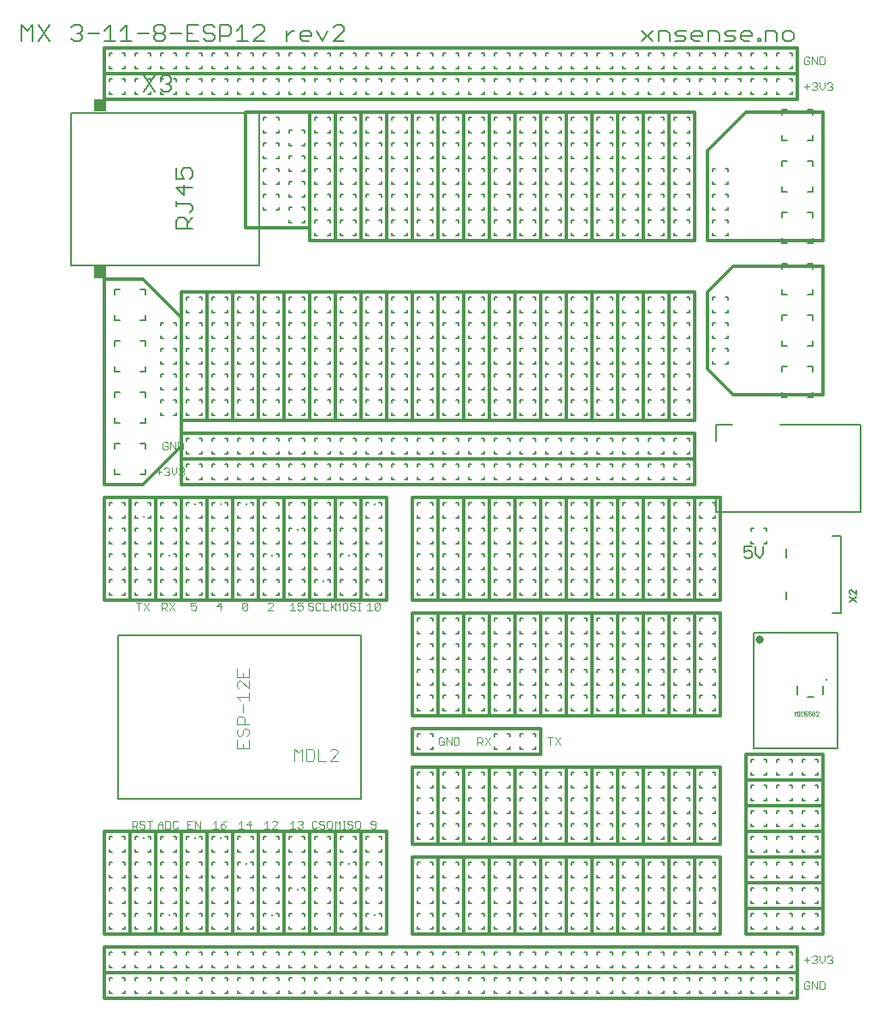
<source format=gto>
G75*
%MOIN*%
%OFA0B0*%
%FSLAX25Y25*%
%IPPOS*%
%LPD*%
%AMOC8*
5,1,8,0,0,1.08239X$1,22.5*
%
%ADD10C,0.00600*%
%ADD11C,0.01200*%
%ADD12C,0.00300*%
%ADD13C,0.00800*%
%ADD14C,0.03198*%
%ADD15C,0.00500*%
%ADD16C,0.00100*%
%ADD17C,0.01000*%
%ADD18C,0.00000*%
%ADD19C,0.00400*%
%ADD20R,0.04500X0.05020*%
%ADD21R,0.04500X0.04921*%
D10*
X0037953Y0033800D02*
X0037953Y0034800D01*
X0037953Y0033800D02*
X0038953Y0033800D01*
X0042953Y0033800D02*
X0043953Y0033800D01*
X0043953Y0034800D01*
X0047953Y0034800D02*
X0047953Y0033800D01*
X0048953Y0033800D01*
X0052953Y0033800D02*
X0053953Y0033800D01*
X0053953Y0034800D01*
X0057953Y0034800D02*
X0057953Y0033800D01*
X0058953Y0033800D01*
X0062953Y0033800D02*
X0063953Y0033800D01*
X0063953Y0034800D01*
X0067953Y0034800D02*
X0067953Y0033800D01*
X0068953Y0033800D01*
X0072953Y0033800D02*
X0073953Y0033800D01*
X0073953Y0034800D01*
X0073953Y0038800D02*
X0073953Y0039800D01*
X0072953Y0039800D01*
X0072953Y0043800D02*
X0073953Y0043800D01*
X0073953Y0044800D01*
X0073953Y0048800D02*
X0073953Y0049800D01*
X0072953Y0049800D01*
X0068953Y0049800D02*
X0067953Y0049800D01*
X0067953Y0048800D01*
X0067953Y0044800D02*
X0067953Y0043800D01*
X0068953Y0043800D01*
X0068953Y0039800D02*
X0067953Y0039800D01*
X0067953Y0038800D01*
X0063953Y0038800D02*
X0063953Y0039800D01*
X0062953Y0039800D01*
X0062953Y0043800D02*
X0063953Y0043800D01*
X0063953Y0044800D01*
X0063953Y0048800D02*
X0063953Y0049800D01*
X0062953Y0049800D01*
X0058953Y0049800D02*
X0057953Y0049800D01*
X0057953Y0048800D01*
X0057953Y0044800D02*
X0057953Y0043800D01*
X0058953Y0043800D01*
X0058953Y0039800D02*
X0057953Y0039800D01*
X0057953Y0038800D01*
X0053953Y0038800D02*
X0053953Y0039800D01*
X0052953Y0039800D01*
X0052953Y0043800D02*
X0053953Y0043800D01*
X0053953Y0044800D01*
X0053953Y0048800D02*
X0053953Y0049800D01*
X0052953Y0049800D01*
X0048953Y0049800D02*
X0047953Y0049800D01*
X0047953Y0048800D01*
X0047953Y0044800D02*
X0047953Y0043800D01*
X0048953Y0043800D01*
X0048953Y0039800D02*
X0047953Y0039800D01*
X0047953Y0038800D01*
X0043953Y0038800D02*
X0043953Y0039800D01*
X0042953Y0039800D01*
X0042953Y0043800D02*
X0043953Y0043800D01*
X0043953Y0044800D01*
X0043953Y0048800D02*
X0043953Y0049800D01*
X0042953Y0049800D01*
X0038953Y0049800D02*
X0037953Y0049800D01*
X0037953Y0048800D01*
X0037953Y0044800D02*
X0037953Y0043800D01*
X0038953Y0043800D01*
X0038953Y0039800D02*
X0037953Y0039800D01*
X0037953Y0038800D01*
X0037953Y0058800D02*
X0037953Y0059800D01*
X0037953Y0058800D02*
X0038953Y0058800D01*
X0042953Y0058800D02*
X0043953Y0058800D01*
X0043953Y0059800D01*
X0047953Y0059800D02*
X0047953Y0058800D01*
X0048953Y0058800D01*
X0047953Y0063800D02*
X0047953Y0064800D01*
X0048953Y0064800D01*
X0048953Y0068800D02*
X0047953Y0068800D01*
X0047953Y0069800D01*
X0047953Y0073800D02*
X0047953Y0074800D01*
X0048953Y0074800D01*
X0048953Y0078800D02*
X0047953Y0078800D01*
X0047953Y0079800D01*
X0047953Y0083800D02*
X0047953Y0084800D01*
X0048953Y0084800D01*
X0048953Y0088800D02*
X0047953Y0088800D01*
X0047953Y0089800D01*
X0047953Y0093800D02*
X0047953Y0094800D01*
X0048953Y0094800D01*
X0043953Y0094800D02*
X0043953Y0093800D01*
X0043953Y0094800D02*
X0042953Y0094800D01*
X0038953Y0094800D02*
X0037953Y0094800D01*
X0037953Y0093800D01*
X0037953Y0089800D02*
X0037953Y0088800D01*
X0038953Y0088800D01*
X0042953Y0088800D02*
X0043953Y0088800D01*
X0043953Y0089800D01*
X0043953Y0084800D02*
X0042953Y0084800D01*
X0043953Y0084800D02*
X0043953Y0083800D01*
X0043953Y0079800D02*
X0043953Y0078800D01*
X0042953Y0078800D01*
X0042953Y0074800D02*
X0043953Y0074800D01*
X0043953Y0073800D01*
X0043953Y0069800D02*
X0043953Y0068800D01*
X0042953Y0068800D01*
X0042953Y0064800D02*
X0043953Y0064800D01*
X0043953Y0063800D01*
X0038953Y0064800D02*
X0037953Y0064800D01*
X0037953Y0063800D01*
X0037953Y0068800D02*
X0037953Y0069800D01*
X0037953Y0068800D02*
X0038953Y0068800D01*
X0037953Y0073800D02*
X0037953Y0074800D01*
X0038953Y0074800D01*
X0038953Y0078800D02*
X0037953Y0078800D01*
X0037953Y0079800D01*
X0037953Y0083800D02*
X0037953Y0084800D01*
X0038953Y0084800D01*
X0052953Y0084800D02*
X0053953Y0084800D01*
X0053953Y0083800D01*
X0057953Y0083800D02*
X0057953Y0084800D01*
X0058953Y0084800D01*
X0062953Y0084800D02*
X0063953Y0084800D01*
X0063953Y0083800D01*
X0067953Y0083800D02*
X0067953Y0084800D01*
X0068953Y0084800D01*
X0072953Y0084800D02*
X0073953Y0084800D01*
X0073953Y0083800D01*
X0073953Y0079800D02*
X0073953Y0078800D01*
X0072953Y0078800D01*
X0072953Y0074800D02*
X0073953Y0074800D01*
X0073953Y0073800D01*
X0073953Y0069800D02*
X0073953Y0068800D01*
X0072953Y0068800D01*
X0072953Y0064800D02*
X0073953Y0064800D01*
X0073953Y0063800D01*
X0073953Y0059800D02*
X0073953Y0058800D01*
X0072953Y0058800D01*
X0068953Y0058800D02*
X0067953Y0058800D01*
X0067953Y0059800D01*
X0067953Y0063800D02*
X0067953Y0064800D01*
X0068953Y0064800D01*
X0068953Y0068800D02*
X0067953Y0068800D01*
X0067953Y0069800D01*
X0067953Y0073800D02*
X0067953Y0074800D01*
X0068953Y0074800D01*
X0068953Y0078800D02*
X0067953Y0078800D01*
X0067953Y0079800D01*
X0063953Y0079800D02*
X0063953Y0078800D01*
X0062953Y0078800D01*
X0062953Y0074800D02*
X0063953Y0074800D01*
X0063953Y0073800D01*
X0063953Y0069800D02*
X0063953Y0068800D01*
X0062953Y0068800D01*
X0062953Y0064800D02*
X0063953Y0064800D01*
X0063953Y0063800D01*
X0063953Y0059800D02*
X0063953Y0058800D01*
X0062953Y0058800D01*
X0058953Y0058800D02*
X0057953Y0058800D01*
X0057953Y0059800D01*
X0057953Y0063800D02*
X0057953Y0064800D01*
X0058953Y0064800D01*
X0058953Y0068800D02*
X0057953Y0068800D01*
X0057953Y0069800D01*
X0057953Y0073800D02*
X0057953Y0074800D01*
X0058953Y0074800D01*
X0058953Y0078800D02*
X0057953Y0078800D01*
X0057953Y0079800D01*
X0053953Y0079800D02*
X0053953Y0078800D01*
X0052953Y0078800D01*
X0052953Y0074800D02*
X0053953Y0074800D01*
X0053953Y0073800D01*
X0053953Y0069800D02*
X0053953Y0068800D01*
X0052953Y0068800D01*
X0052953Y0064800D02*
X0053953Y0064800D01*
X0053953Y0063800D01*
X0053953Y0059800D02*
X0053953Y0058800D01*
X0052953Y0058800D01*
X0077953Y0058800D02*
X0077953Y0059800D01*
X0077953Y0058800D02*
X0078953Y0058800D01*
X0082953Y0058800D02*
X0083953Y0058800D01*
X0083953Y0059800D01*
X0087953Y0059800D02*
X0087953Y0058800D01*
X0088953Y0058800D01*
X0092953Y0058800D02*
X0093953Y0058800D01*
X0093953Y0059800D01*
X0097953Y0059800D02*
X0097953Y0058800D01*
X0098953Y0058800D01*
X0102953Y0058800D02*
X0103953Y0058800D01*
X0103953Y0059800D01*
X0107953Y0059800D02*
X0107953Y0058800D01*
X0108953Y0058800D01*
X0107953Y0063800D02*
X0107953Y0064800D01*
X0108953Y0064800D01*
X0108953Y0068800D02*
X0107953Y0068800D01*
X0107953Y0069800D01*
X0107953Y0073800D02*
X0107953Y0074800D01*
X0108953Y0074800D01*
X0108953Y0078800D02*
X0107953Y0078800D01*
X0107953Y0079800D01*
X0107953Y0083800D02*
X0107953Y0084800D01*
X0108953Y0084800D01*
X0108953Y0088800D02*
X0107953Y0088800D01*
X0107953Y0089800D01*
X0107953Y0093800D02*
X0107953Y0094800D01*
X0108953Y0094800D01*
X0103953Y0094800D02*
X0103953Y0093800D01*
X0103953Y0094800D02*
X0102953Y0094800D01*
X0098953Y0094800D02*
X0097953Y0094800D01*
X0097953Y0093800D01*
X0097953Y0089800D02*
X0097953Y0088800D01*
X0098953Y0088800D01*
X0102953Y0088800D02*
X0103953Y0088800D01*
X0103953Y0089800D01*
X0103953Y0084800D02*
X0102953Y0084800D01*
X0103953Y0084800D02*
X0103953Y0083800D01*
X0103953Y0079800D02*
X0103953Y0078800D01*
X0102953Y0078800D01*
X0102953Y0074800D02*
X0103953Y0074800D01*
X0103953Y0073800D01*
X0103953Y0069800D02*
X0103953Y0068800D01*
X0102953Y0068800D01*
X0102953Y0064800D02*
X0103953Y0064800D01*
X0103953Y0063800D01*
X0098953Y0064800D02*
X0097953Y0064800D01*
X0097953Y0063800D01*
X0093953Y0063800D02*
X0093953Y0064800D01*
X0092953Y0064800D01*
X0092953Y0068800D02*
X0093953Y0068800D01*
X0093953Y0069800D01*
X0097953Y0069800D02*
X0097953Y0068800D01*
X0098953Y0068800D01*
X0097953Y0073800D02*
X0097953Y0074800D01*
X0098953Y0074800D01*
X0098953Y0078800D02*
X0097953Y0078800D01*
X0097953Y0079800D01*
X0097953Y0083800D02*
X0097953Y0084800D01*
X0098953Y0084800D01*
X0093953Y0084800D02*
X0092953Y0084800D01*
X0093953Y0084800D02*
X0093953Y0083800D01*
X0093953Y0079800D02*
X0093953Y0078800D01*
X0092953Y0078800D01*
X0092953Y0074800D02*
X0093953Y0074800D01*
X0093953Y0073800D01*
X0088953Y0074800D02*
X0087953Y0074800D01*
X0087953Y0073800D01*
X0087953Y0069800D02*
X0087953Y0068800D01*
X0088953Y0068800D01*
X0088953Y0064800D02*
X0087953Y0064800D01*
X0087953Y0063800D01*
X0083953Y0063800D02*
X0083953Y0064800D01*
X0082953Y0064800D01*
X0082953Y0068800D02*
X0083953Y0068800D01*
X0083953Y0069800D01*
X0083953Y0073800D02*
X0083953Y0074800D01*
X0082953Y0074800D01*
X0082953Y0078800D02*
X0083953Y0078800D01*
X0083953Y0079800D01*
X0087953Y0079800D02*
X0087953Y0078800D01*
X0088953Y0078800D01*
X0087953Y0083800D02*
X0087953Y0084800D01*
X0088953Y0084800D01*
X0088953Y0088800D02*
X0087953Y0088800D01*
X0087953Y0089800D01*
X0087953Y0093800D02*
X0087953Y0094800D01*
X0088953Y0094800D01*
X0092953Y0094800D02*
X0093953Y0094800D01*
X0093953Y0093800D01*
X0093953Y0089800D02*
X0093953Y0088800D01*
X0092953Y0088800D01*
X0083953Y0088800D02*
X0082953Y0088800D01*
X0083953Y0088800D02*
X0083953Y0089800D01*
X0083953Y0093800D02*
X0083953Y0094800D01*
X0082953Y0094800D01*
X0078953Y0094800D02*
X0077953Y0094800D01*
X0077953Y0093800D01*
X0077953Y0089800D02*
X0077953Y0088800D01*
X0078953Y0088800D01*
X0078953Y0084800D02*
X0077953Y0084800D01*
X0077953Y0083800D01*
X0077953Y0079800D02*
X0077953Y0078800D01*
X0078953Y0078800D01*
X0078953Y0074800D02*
X0077953Y0074800D01*
X0077953Y0073800D01*
X0077953Y0069800D02*
X0077953Y0068800D01*
X0078953Y0068800D01*
X0078953Y0064800D02*
X0077953Y0064800D01*
X0077953Y0063800D01*
X0077953Y0049800D02*
X0077953Y0048800D01*
X0077953Y0049800D02*
X0078953Y0049800D01*
X0082953Y0049800D02*
X0083953Y0049800D01*
X0083953Y0048800D01*
X0087953Y0048800D02*
X0087953Y0049800D01*
X0088953Y0049800D01*
X0092953Y0049800D02*
X0093953Y0049800D01*
X0093953Y0048800D01*
X0097953Y0048800D02*
X0097953Y0049800D01*
X0098953Y0049800D01*
X0102953Y0049800D02*
X0103953Y0049800D01*
X0103953Y0048800D01*
X0107953Y0048800D02*
X0107953Y0049800D01*
X0108953Y0049800D01*
X0107953Y0044800D02*
X0107953Y0043800D01*
X0108953Y0043800D01*
X0108953Y0039800D02*
X0107953Y0039800D01*
X0107953Y0038800D01*
X0107953Y0034800D02*
X0107953Y0033800D01*
X0108953Y0033800D01*
X0103953Y0033800D02*
X0103953Y0034800D01*
X0103953Y0033800D02*
X0102953Y0033800D01*
X0098953Y0033800D02*
X0097953Y0033800D01*
X0097953Y0034800D01*
X0097953Y0038800D02*
X0097953Y0039800D01*
X0098953Y0039800D01*
X0102953Y0039800D02*
X0103953Y0039800D01*
X0103953Y0038800D01*
X0103953Y0043800D02*
X0102953Y0043800D01*
X0103953Y0043800D02*
X0103953Y0044800D01*
X0098953Y0043800D02*
X0097953Y0043800D01*
X0097953Y0044800D01*
X0093953Y0044800D02*
X0093953Y0043800D01*
X0092953Y0043800D01*
X0092953Y0039800D02*
X0093953Y0039800D01*
X0093953Y0038800D01*
X0093953Y0034800D02*
X0093953Y0033800D01*
X0092953Y0033800D01*
X0088953Y0033800D02*
X0087953Y0033800D01*
X0087953Y0034800D01*
X0087953Y0038800D02*
X0087953Y0039800D01*
X0088953Y0039800D01*
X0088953Y0043800D02*
X0087953Y0043800D01*
X0087953Y0044800D01*
X0083953Y0044800D02*
X0083953Y0043800D01*
X0082953Y0043800D01*
X0082953Y0039800D02*
X0083953Y0039800D01*
X0083953Y0038800D01*
X0083953Y0034800D02*
X0083953Y0033800D01*
X0082953Y0033800D01*
X0078953Y0033800D02*
X0077953Y0033800D01*
X0077953Y0034800D01*
X0077953Y0038800D02*
X0077953Y0039800D01*
X0078953Y0039800D01*
X0078953Y0043800D02*
X0077953Y0043800D01*
X0077953Y0044800D01*
X0083953Y0083800D02*
X0083953Y0084800D01*
X0082953Y0084800D01*
X0073953Y0088800D02*
X0072953Y0088800D01*
X0073953Y0088800D02*
X0073953Y0089800D01*
X0073953Y0093800D02*
X0073953Y0094800D01*
X0072953Y0094800D01*
X0068953Y0094800D02*
X0067953Y0094800D01*
X0067953Y0093800D01*
X0067953Y0089800D02*
X0067953Y0088800D01*
X0068953Y0088800D01*
X0063953Y0088800D02*
X0062953Y0088800D01*
X0063953Y0088800D02*
X0063953Y0089800D01*
X0063953Y0093800D02*
X0063953Y0094800D01*
X0062953Y0094800D01*
X0058953Y0094800D02*
X0057953Y0094800D01*
X0057953Y0093800D01*
X0057953Y0089800D02*
X0057953Y0088800D01*
X0058953Y0088800D01*
X0053953Y0088800D02*
X0052953Y0088800D01*
X0053953Y0088800D02*
X0053953Y0089800D01*
X0053953Y0093800D02*
X0053953Y0094800D01*
X0052953Y0094800D01*
X0112953Y0094800D02*
X0113953Y0094800D01*
X0113953Y0093800D01*
X0117953Y0093800D02*
X0117953Y0094800D01*
X0118953Y0094800D01*
X0122953Y0094800D02*
X0123953Y0094800D01*
X0123953Y0093800D01*
X0127953Y0093800D02*
X0127953Y0094800D01*
X0128953Y0094800D01*
X0132953Y0094800D02*
X0133953Y0094800D01*
X0133953Y0093800D01*
X0133953Y0089800D02*
X0133953Y0088800D01*
X0132953Y0088800D01*
X0132953Y0084800D02*
X0133953Y0084800D01*
X0133953Y0083800D01*
X0133953Y0079800D02*
X0133953Y0078800D01*
X0132953Y0078800D01*
X0132953Y0074800D02*
X0133953Y0074800D01*
X0133953Y0073800D01*
X0133953Y0069800D02*
X0133953Y0068800D01*
X0132953Y0068800D01*
X0132953Y0064800D02*
X0133953Y0064800D01*
X0133953Y0063800D01*
X0133953Y0059800D02*
X0133953Y0058800D01*
X0132953Y0058800D01*
X0128953Y0058800D02*
X0127953Y0058800D01*
X0127953Y0059800D01*
X0127953Y0063800D02*
X0127953Y0064800D01*
X0128953Y0064800D01*
X0128953Y0068800D02*
X0127953Y0068800D01*
X0127953Y0069800D01*
X0127953Y0073800D02*
X0127953Y0074800D01*
X0128953Y0074800D01*
X0128953Y0078800D02*
X0127953Y0078800D01*
X0127953Y0079800D01*
X0127953Y0083800D02*
X0127953Y0084800D01*
X0128953Y0084800D01*
X0128953Y0088800D02*
X0127953Y0088800D01*
X0127953Y0089800D01*
X0123953Y0089800D02*
X0123953Y0088800D01*
X0122953Y0088800D01*
X0122953Y0084800D02*
X0123953Y0084800D01*
X0123953Y0083800D01*
X0123953Y0079800D02*
X0123953Y0078800D01*
X0122953Y0078800D01*
X0122953Y0074800D02*
X0123953Y0074800D01*
X0123953Y0073800D01*
X0123953Y0069800D02*
X0123953Y0068800D01*
X0122953Y0068800D01*
X0122953Y0064800D02*
X0123953Y0064800D01*
X0123953Y0063800D01*
X0123953Y0059800D02*
X0123953Y0058800D01*
X0122953Y0058800D01*
X0118953Y0058800D02*
X0117953Y0058800D01*
X0117953Y0059800D01*
X0117953Y0063800D02*
X0117953Y0064800D01*
X0118953Y0064800D01*
X0118953Y0068800D02*
X0117953Y0068800D01*
X0117953Y0069800D01*
X0117953Y0073800D02*
X0117953Y0074800D01*
X0118953Y0074800D01*
X0118953Y0078800D02*
X0117953Y0078800D01*
X0117953Y0079800D01*
X0117953Y0083800D02*
X0117953Y0084800D01*
X0118953Y0084800D01*
X0118953Y0088800D02*
X0117953Y0088800D01*
X0117953Y0089800D01*
X0113953Y0089800D02*
X0113953Y0088800D01*
X0112953Y0088800D01*
X0112953Y0084800D02*
X0113953Y0084800D01*
X0113953Y0083800D01*
X0113953Y0079800D02*
X0113953Y0078800D01*
X0112953Y0078800D01*
X0112953Y0074800D02*
X0113953Y0074800D01*
X0113953Y0073800D01*
X0113953Y0069800D02*
X0113953Y0068800D01*
X0112953Y0068800D01*
X0112953Y0064800D02*
X0113953Y0064800D01*
X0113953Y0063800D01*
X0113953Y0059800D02*
X0113953Y0058800D01*
X0112953Y0058800D01*
X0112953Y0049800D02*
X0113953Y0049800D01*
X0113953Y0048800D01*
X0117953Y0048800D02*
X0117953Y0049800D01*
X0118953Y0049800D01*
X0122953Y0049800D02*
X0123953Y0049800D01*
X0123953Y0048800D01*
X0127953Y0048800D02*
X0127953Y0049800D01*
X0128953Y0049800D01*
X0132953Y0049800D02*
X0133953Y0049800D01*
X0133953Y0048800D01*
X0133953Y0044800D02*
X0133953Y0043800D01*
X0132953Y0043800D01*
X0132953Y0039800D02*
X0133953Y0039800D01*
X0133953Y0038800D01*
X0133953Y0034800D02*
X0133953Y0033800D01*
X0132953Y0033800D01*
X0128953Y0033800D02*
X0127953Y0033800D01*
X0127953Y0034800D01*
X0127953Y0038800D02*
X0127953Y0039800D01*
X0128953Y0039800D01*
X0128953Y0043800D02*
X0127953Y0043800D01*
X0127953Y0044800D01*
X0123953Y0044800D02*
X0123953Y0043800D01*
X0122953Y0043800D01*
X0122953Y0039800D02*
X0123953Y0039800D01*
X0123953Y0038800D01*
X0123953Y0034800D02*
X0123953Y0033800D01*
X0122953Y0033800D01*
X0118953Y0033800D02*
X0117953Y0033800D01*
X0117953Y0034800D01*
X0117953Y0038800D02*
X0117953Y0039800D01*
X0118953Y0039800D01*
X0118953Y0043800D02*
X0117953Y0043800D01*
X0117953Y0044800D01*
X0113953Y0044800D02*
X0113953Y0043800D01*
X0112953Y0043800D01*
X0112953Y0039800D02*
X0113953Y0039800D01*
X0113953Y0038800D01*
X0113953Y0034800D02*
X0113953Y0033800D01*
X0112953Y0033800D01*
X0137953Y0033800D02*
X0137953Y0034800D01*
X0137953Y0033800D02*
X0138953Y0033800D01*
X0142953Y0033800D02*
X0143953Y0033800D01*
X0143953Y0034800D01*
X0147953Y0034800D02*
X0147953Y0033800D01*
X0148953Y0033800D01*
X0152953Y0033800D02*
X0153953Y0033800D01*
X0153953Y0034800D01*
X0157953Y0034800D02*
X0157953Y0033800D01*
X0158953Y0033800D01*
X0162953Y0033800D02*
X0163953Y0033800D01*
X0163953Y0034800D01*
X0167953Y0034800D02*
X0167953Y0033800D01*
X0168953Y0033800D01*
X0172953Y0033800D02*
X0173953Y0033800D01*
X0173953Y0034800D01*
X0177953Y0034800D02*
X0177953Y0033800D01*
X0178953Y0033800D01*
X0182953Y0033800D02*
X0183953Y0033800D01*
X0183953Y0034800D01*
X0187953Y0034800D02*
X0187953Y0033800D01*
X0188953Y0033800D01*
X0192953Y0033800D02*
X0193953Y0033800D01*
X0193953Y0034800D01*
X0193953Y0038800D02*
X0193953Y0039800D01*
X0192953Y0039800D01*
X0192953Y0043800D02*
X0193953Y0043800D01*
X0193953Y0044800D01*
X0193953Y0048800D02*
X0193953Y0049800D01*
X0192953Y0049800D01*
X0188953Y0049800D02*
X0187953Y0049800D01*
X0187953Y0048800D01*
X0187953Y0044800D02*
X0187953Y0043800D01*
X0188953Y0043800D01*
X0188953Y0039800D02*
X0187953Y0039800D01*
X0187953Y0038800D01*
X0183953Y0038800D02*
X0183953Y0039800D01*
X0182953Y0039800D01*
X0182953Y0043800D02*
X0183953Y0043800D01*
X0183953Y0044800D01*
X0183953Y0048800D02*
X0183953Y0049800D01*
X0182953Y0049800D01*
X0178953Y0049800D02*
X0177953Y0049800D01*
X0177953Y0048800D01*
X0177953Y0044800D02*
X0177953Y0043800D01*
X0178953Y0043800D01*
X0178953Y0039800D02*
X0177953Y0039800D01*
X0177953Y0038800D01*
X0173953Y0038800D02*
X0173953Y0039800D01*
X0172953Y0039800D01*
X0172953Y0043800D02*
X0173953Y0043800D01*
X0173953Y0044800D01*
X0173953Y0048800D02*
X0173953Y0049800D01*
X0172953Y0049800D01*
X0168953Y0049800D02*
X0167953Y0049800D01*
X0167953Y0048800D01*
X0167953Y0044800D02*
X0167953Y0043800D01*
X0168953Y0043800D01*
X0168953Y0039800D02*
X0167953Y0039800D01*
X0167953Y0038800D01*
X0163953Y0038800D02*
X0163953Y0039800D01*
X0162953Y0039800D01*
X0162953Y0043800D02*
X0163953Y0043800D01*
X0163953Y0044800D01*
X0163953Y0048800D02*
X0163953Y0049800D01*
X0162953Y0049800D01*
X0158953Y0049800D02*
X0157953Y0049800D01*
X0157953Y0048800D01*
X0157953Y0044800D02*
X0157953Y0043800D01*
X0158953Y0043800D01*
X0158953Y0039800D02*
X0157953Y0039800D01*
X0157953Y0038800D01*
X0153953Y0038800D02*
X0153953Y0039800D01*
X0152953Y0039800D01*
X0152953Y0043800D02*
X0153953Y0043800D01*
X0153953Y0044800D01*
X0153953Y0048800D02*
X0153953Y0049800D01*
X0152953Y0049800D01*
X0148953Y0049800D02*
X0147953Y0049800D01*
X0147953Y0048800D01*
X0147953Y0044800D02*
X0147953Y0043800D01*
X0148953Y0043800D01*
X0148953Y0039800D02*
X0147953Y0039800D01*
X0147953Y0038800D01*
X0143953Y0038800D02*
X0143953Y0039800D01*
X0142953Y0039800D01*
X0142953Y0043800D02*
X0143953Y0043800D01*
X0143953Y0044800D01*
X0143953Y0048800D02*
X0143953Y0049800D01*
X0142953Y0049800D01*
X0138953Y0049800D02*
X0137953Y0049800D01*
X0137953Y0048800D01*
X0137953Y0044800D02*
X0137953Y0043800D01*
X0138953Y0043800D01*
X0138953Y0039800D02*
X0137953Y0039800D01*
X0137953Y0038800D01*
X0137953Y0058800D02*
X0137953Y0059800D01*
X0137953Y0058800D02*
X0138953Y0058800D01*
X0142953Y0058800D02*
X0143953Y0058800D01*
X0143953Y0059800D01*
X0143953Y0063800D02*
X0143953Y0064800D01*
X0142953Y0064800D01*
X0142953Y0068800D02*
X0143953Y0068800D01*
X0143953Y0069800D01*
X0143953Y0073800D02*
X0143953Y0074800D01*
X0142953Y0074800D01*
X0142953Y0078800D02*
X0143953Y0078800D01*
X0143953Y0079800D01*
X0143953Y0083800D02*
X0143953Y0084800D01*
X0142953Y0084800D01*
X0142953Y0088800D02*
X0143953Y0088800D01*
X0143953Y0089800D01*
X0143953Y0093800D02*
X0143953Y0094800D01*
X0142953Y0094800D01*
X0138953Y0094800D02*
X0137953Y0094800D01*
X0137953Y0093800D01*
X0137953Y0089800D02*
X0137953Y0088800D01*
X0138953Y0088800D01*
X0138953Y0084800D02*
X0137953Y0084800D01*
X0137953Y0083800D01*
X0137953Y0079800D02*
X0137953Y0078800D01*
X0138953Y0078800D01*
X0138953Y0074800D02*
X0137953Y0074800D01*
X0137953Y0073800D01*
X0137953Y0069800D02*
X0137953Y0068800D01*
X0138953Y0068800D01*
X0138953Y0064800D02*
X0137953Y0064800D01*
X0137953Y0063800D01*
X0157953Y0063800D02*
X0157953Y0064800D01*
X0158953Y0064800D01*
X0162953Y0064800D02*
X0163953Y0064800D01*
X0163953Y0063800D01*
X0167953Y0063800D02*
X0167953Y0064800D01*
X0168953Y0064800D01*
X0168953Y0068800D02*
X0167953Y0068800D01*
X0167953Y0069800D01*
X0167953Y0073800D02*
X0167953Y0074800D01*
X0168953Y0074800D01*
X0168953Y0078800D02*
X0167953Y0078800D01*
X0167953Y0079800D01*
X0167953Y0083800D02*
X0167953Y0084800D01*
X0168953Y0084800D01*
X0163953Y0084800D02*
X0162953Y0084800D01*
X0163953Y0084800D02*
X0163953Y0083800D01*
X0163953Y0079800D02*
X0163953Y0078800D01*
X0162953Y0078800D01*
X0162953Y0074800D02*
X0163953Y0074800D01*
X0163953Y0073800D01*
X0163953Y0069800D02*
X0163953Y0068800D01*
X0162953Y0068800D01*
X0158953Y0068800D02*
X0157953Y0068800D01*
X0157953Y0069800D01*
X0157953Y0073800D02*
X0157953Y0074800D01*
X0158953Y0074800D01*
X0158953Y0078800D02*
X0157953Y0078800D01*
X0157953Y0079800D01*
X0157953Y0083800D02*
X0157953Y0084800D01*
X0158953Y0084800D01*
X0158953Y0093800D02*
X0157953Y0093800D01*
X0157953Y0094800D01*
X0157953Y0098800D02*
X0157953Y0099800D01*
X0158953Y0099800D01*
X0162953Y0099800D02*
X0163953Y0099800D01*
X0163953Y0098800D01*
X0167953Y0098800D02*
X0167953Y0099800D01*
X0168953Y0099800D01*
X0168953Y0103800D02*
X0167953Y0103800D01*
X0167953Y0104800D01*
X0167953Y0108800D02*
X0167953Y0109800D01*
X0168953Y0109800D01*
X0168953Y0113800D02*
X0167953Y0113800D01*
X0167953Y0114800D01*
X0167953Y0118800D02*
X0167953Y0119800D01*
X0168953Y0119800D01*
X0163953Y0119800D02*
X0162953Y0119800D01*
X0163953Y0119800D02*
X0163953Y0118800D01*
X0163953Y0114800D02*
X0163953Y0113800D01*
X0162953Y0113800D01*
X0162953Y0109800D02*
X0163953Y0109800D01*
X0163953Y0108800D01*
X0163953Y0104800D02*
X0163953Y0103800D01*
X0162953Y0103800D01*
X0158953Y0103800D02*
X0157953Y0103800D01*
X0157953Y0104800D01*
X0157953Y0108800D02*
X0157953Y0109800D01*
X0158953Y0109800D01*
X0158953Y0113800D02*
X0157953Y0113800D01*
X0157953Y0114800D01*
X0157953Y0118800D02*
X0157953Y0119800D01*
X0158953Y0119800D01*
X0158953Y0128800D02*
X0157953Y0128800D01*
X0157953Y0129800D01*
X0157953Y0133800D02*
X0157953Y0134800D01*
X0158953Y0134800D01*
X0162953Y0134800D02*
X0163953Y0134800D01*
X0163953Y0133800D01*
X0163953Y0129800D02*
X0163953Y0128800D01*
X0162953Y0128800D01*
X0172953Y0119800D02*
X0173953Y0119800D01*
X0173953Y0118800D01*
X0177953Y0118800D02*
X0177953Y0119800D01*
X0178953Y0119800D01*
X0182953Y0119800D02*
X0183953Y0119800D01*
X0183953Y0118800D01*
X0187953Y0118800D02*
X0187953Y0119800D01*
X0188953Y0119800D01*
X0192953Y0119800D02*
X0193953Y0119800D01*
X0193953Y0118800D01*
X0193953Y0114800D02*
X0193953Y0113800D01*
X0192953Y0113800D01*
X0192953Y0109800D02*
X0193953Y0109800D01*
X0193953Y0108800D01*
X0193953Y0104800D02*
X0193953Y0103800D01*
X0192953Y0103800D01*
X0192953Y0099800D02*
X0193953Y0099800D01*
X0193953Y0098800D01*
X0193953Y0094800D02*
X0193953Y0093800D01*
X0192953Y0093800D01*
X0188953Y0093800D02*
X0187953Y0093800D01*
X0187953Y0094800D01*
X0187953Y0098800D02*
X0187953Y0099800D01*
X0188953Y0099800D01*
X0188953Y0103800D02*
X0187953Y0103800D01*
X0187953Y0104800D01*
X0187953Y0108800D02*
X0187953Y0109800D01*
X0188953Y0109800D01*
X0188953Y0113800D02*
X0187953Y0113800D01*
X0187953Y0114800D01*
X0183953Y0114800D02*
X0183953Y0113800D01*
X0182953Y0113800D01*
X0182953Y0109800D02*
X0183953Y0109800D01*
X0183953Y0108800D01*
X0183953Y0104800D02*
X0183953Y0103800D01*
X0182953Y0103800D01*
X0182953Y0099800D02*
X0183953Y0099800D01*
X0183953Y0098800D01*
X0183953Y0094800D02*
X0183953Y0093800D01*
X0182953Y0093800D01*
X0178953Y0093800D02*
X0177953Y0093800D01*
X0177953Y0094800D01*
X0177953Y0098800D02*
X0177953Y0099800D01*
X0178953Y0099800D01*
X0178953Y0103800D02*
X0177953Y0103800D01*
X0177953Y0104800D01*
X0177953Y0108800D02*
X0177953Y0109800D01*
X0178953Y0109800D01*
X0178953Y0113800D02*
X0177953Y0113800D01*
X0177953Y0114800D01*
X0173953Y0114800D02*
X0173953Y0113800D01*
X0172953Y0113800D01*
X0172953Y0109800D02*
X0173953Y0109800D01*
X0173953Y0108800D01*
X0173953Y0104800D02*
X0173953Y0103800D01*
X0172953Y0103800D01*
X0172953Y0099800D02*
X0173953Y0099800D01*
X0173953Y0098800D01*
X0173953Y0094800D02*
X0173953Y0093800D01*
X0172953Y0093800D01*
X0168953Y0093800D02*
X0167953Y0093800D01*
X0167953Y0094800D01*
X0163953Y0094800D02*
X0163953Y0093800D01*
X0162953Y0093800D01*
X0172953Y0084800D02*
X0173953Y0084800D01*
X0173953Y0083800D01*
X0177953Y0083800D02*
X0177953Y0084800D01*
X0178953Y0084800D01*
X0182953Y0084800D02*
X0183953Y0084800D01*
X0183953Y0083800D01*
X0187953Y0083800D02*
X0187953Y0084800D01*
X0188953Y0084800D01*
X0192953Y0084800D02*
X0193953Y0084800D01*
X0193953Y0083800D01*
X0193953Y0079800D02*
X0193953Y0078800D01*
X0192953Y0078800D01*
X0192953Y0074800D02*
X0193953Y0074800D01*
X0193953Y0073800D01*
X0193953Y0069800D02*
X0193953Y0068800D01*
X0192953Y0068800D01*
X0192953Y0064800D02*
X0193953Y0064800D01*
X0193953Y0063800D01*
X0193953Y0059800D02*
X0193953Y0058800D01*
X0192953Y0058800D01*
X0188953Y0058800D02*
X0187953Y0058800D01*
X0187953Y0059800D01*
X0187953Y0063800D02*
X0187953Y0064800D01*
X0188953Y0064800D01*
X0188953Y0068800D02*
X0187953Y0068800D01*
X0187953Y0069800D01*
X0187953Y0073800D02*
X0187953Y0074800D01*
X0188953Y0074800D01*
X0188953Y0078800D02*
X0187953Y0078800D01*
X0187953Y0079800D01*
X0183953Y0079800D02*
X0183953Y0078800D01*
X0182953Y0078800D01*
X0182953Y0074800D02*
X0183953Y0074800D01*
X0183953Y0073800D01*
X0183953Y0069800D02*
X0183953Y0068800D01*
X0182953Y0068800D01*
X0182953Y0064800D02*
X0183953Y0064800D01*
X0183953Y0063800D01*
X0183953Y0059800D02*
X0183953Y0058800D01*
X0182953Y0058800D01*
X0178953Y0058800D02*
X0177953Y0058800D01*
X0177953Y0059800D01*
X0177953Y0063800D02*
X0177953Y0064800D01*
X0178953Y0064800D01*
X0178953Y0068800D02*
X0177953Y0068800D01*
X0177953Y0069800D01*
X0177953Y0073800D02*
X0177953Y0074800D01*
X0178953Y0074800D01*
X0178953Y0078800D02*
X0177953Y0078800D01*
X0177953Y0079800D01*
X0173953Y0079800D02*
X0173953Y0078800D01*
X0172953Y0078800D01*
X0172953Y0074800D02*
X0173953Y0074800D01*
X0173953Y0073800D01*
X0173953Y0069800D02*
X0173953Y0068800D01*
X0172953Y0068800D01*
X0172953Y0064800D02*
X0173953Y0064800D01*
X0173953Y0063800D01*
X0173953Y0059800D02*
X0173953Y0058800D01*
X0172953Y0058800D01*
X0168953Y0058800D02*
X0167953Y0058800D01*
X0167953Y0059800D01*
X0163953Y0059800D02*
X0163953Y0058800D01*
X0162953Y0058800D01*
X0158953Y0058800D02*
X0157953Y0058800D01*
X0157953Y0059800D01*
X0197953Y0059800D02*
X0197953Y0058800D01*
X0198953Y0058800D01*
X0202953Y0058800D02*
X0203953Y0058800D01*
X0203953Y0059800D01*
X0207953Y0059800D02*
X0207953Y0058800D01*
X0208953Y0058800D01*
X0212953Y0058800D02*
X0213953Y0058800D01*
X0213953Y0059800D01*
X0217953Y0059800D02*
X0217953Y0058800D01*
X0218953Y0058800D01*
X0222953Y0058800D02*
X0223953Y0058800D01*
X0223953Y0059800D01*
X0227953Y0059800D02*
X0227953Y0058800D01*
X0228953Y0058800D01*
X0227953Y0063800D02*
X0227953Y0064800D01*
X0228953Y0064800D01*
X0228953Y0068800D02*
X0227953Y0068800D01*
X0227953Y0069800D01*
X0227953Y0073800D02*
X0227953Y0074800D01*
X0228953Y0074800D01*
X0228953Y0078800D02*
X0227953Y0078800D01*
X0227953Y0079800D01*
X0227953Y0083800D02*
X0227953Y0084800D01*
X0228953Y0084800D01*
X0223953Y0084800D02*
X0222953Y0084800D01*
X0223953Y0084800D02*
X0223953Y0083800D01*
X0223953Y0079800D02*
X0223953Y0078800D01*
X0222953Y0078800D01*
X0222953Y0074800D02*
X0223953Y0074800D01*
X0223953Y0073800D01*
X0223953Y0069800D02*
X0223953Y0068800D01*
X0222953Y0068800D01*
X0222953Y0064800D02*
X0223953Y0064800D01*
X0223953Y0063800D01*
X0218953Y0064800D02*
X0217953Y0064800D01*
X0217953Y0063800D01*
X0213953Y0063800D02*
X0213953Y0064800D01*
X0212953Y0064800D01*
X0212953Y0068800D02*
X0213953Y0068800D01*
X0213953Y0069800D01*
X0217953Y0069800D02*
X0217953Y0068800D01*
X0218953Y0068800D01*
X0217953Y0073800D02*
X0217953Y0074800D01*
X0218953Y0074800D01*
X0218953Y0078800D02*
X0217953Y0078800D01*
X0217953Y0079800D01*
X0217953Y0083800D02*
X0217953Y0084800D01*
X0218953Y0084800D01*
X0213953Y0084800D02*
X0212953Y0084800D01*
X0213953Y0084800D02*
X0213953Y0083800D01*
X0213953Y0079800D02*
X0213953Y0078800D01*
X0212953Y0078800D01*
X0212953Y0074800D02*
X0213953Y0074800D01*
X0213953Y0073800D01*
X0208953Y0074800D02*
X0207953Y0074800D01*
X0207953Y0073800D01*
X0207953Y0069800D02*
X0207953Y0068800D01*
X0208953Y0068800D01*
X0208953Y0064800D02*
X0207953Y0064800D01*
X0207953Y0063800D01*
X0203953Y0063800D02*
X0203953Y0064800D01*
X0202953Y0064800D01*
X0202953Y0068800D02*
X0203953Y0068800D01*
X0203953Y0069800D01*
X0203953Y0073800D02*
X0203953Y0074800D01*
X0202953Y0074800D01*
X0202953Y0078800D02*
X0203953Y0078800D01*
X0203953Y0079800D01*
X0207953Y0079800D02*
X0207953Y0078800D01*
X0208953Y0078800D01*
X0207953Y0083800D02*
X0207953Y0084800D01*
X0208953Y0084800D01*
X0203953Y0084800D02*
X0202953Y0084800D01*
X0203953Y0084800D02*
X0203953Y0083800D01*
X0198953Y0084800D02*
X0197953Y0084800D01*
X0197953Y0083800D01*
X0197953Y0079800D02*
X0197953Y0078800D01*
X0198953Y0078800D01*
X0198953Y0074800D02*
X0197953Y0074800D01*
X0197953Y0073800D01*
X0197953Y0069800D02*
X0197953Y0068800D01*
X0198953Y0068800D01*
X0198953Y0064800D02*
X0197953Y0064800D01*
X0197953Y0063800D01*
X0197953Y0049800D02*
X0197953Y0048800D01*
X0197953Y0049800D02*
X0198953Y0049800D01*
X0202953Y0049800D02*
X0203953Y0049800D01*
X0203953Y0048800D01*
X0207953Y0048800D02*
X0207953Y0049800D01*
X0208953Y0049800D01*
X0212953Y0049800D02*
X0213953Y0049800D01*
X0213953Y0048800D01*
X0217953Y0048800D02*
X0217953Y0049800D01*
X0218953Y0049800D01*
X0222953Y0049800D02*
X0223953Y0049800D01*
X0223953Y0048800D01*
X0227953Y0048800D02*
X0227953Y0049800D01*
X0228953Y0049800D01*
X0227953Y0044800D02*
X0227953Y0043800D01*
X0228953Y0043800D01*
X0228953Y0039800D02*
X0227953Y0039800D01*
X0227953Y0038800D01*
X0227953Y0034800D02*
X0227953Y0033800D01*
X0228953Y0033800D01*
X0223953Y0033800D02*
X0223953Y0034800D01*
X0223953Y0033800D02*
X0222953Y0033800D01*
X0218953Y0033800D02*
X0217953Y0033800D01*
X0217953Y0034800D01*
X0217953Y0038800D02*
X0217953Y0039800D01*
X0218953Y0039800D01*
X0222953Y0039800D02*
X0223953Y0039800D01*
X0223953Y0038800D01*
X0223953Y0043800D02*
X0222953Y0043800D01*
X0223953Y0043800D02*
X0223953Y0044800D01*
X0218953Y0043800D02*
X0217953Y0043800D01*
X0217953Y0044800D01*
X0213953Y0044800D02*
X0213953Y0043800D01*
X0212953Y0043800D01*
X0212953Y0039800D02*
X0213953Y0039800D01*
X0213953Y0038800D01*
X0213953Y0034800D02*
X0213953Y0033800D01*
X0212953Y0033800D01*
X0208953Y0033800D02*
X0207953Y0033800D01*
X0207953Y0034800D01*
X0207953Y0038800D02*
X0207953Y0039800D01*
X0208953Y0039800D01*
X0208953Y0043800D02*
X0207953Y0043800D01*
X0207953Y0044800D01*
X0203953Y0044800D02*
X0203953Y0043800D01*
X0202953Y0043800D01*
X0202953Y0039800D02*
X0203953Y0039800D01*
X0203953Y0038800D01*
X0203953Y0034800D02*
X0203953Y0033800D01*
X0202953Y0033800D01*
X0198953Y0033800D02*
X0197953Y0033800D01*
X0197953Y0034800D01*
X0197953Y0038800D02*
X0197953Y0039800D01*
X0198953Y0039800D01*
X0198953Y0043800D02*
X0197953Y0043800D01*
X0197953Y0044800D01*
X0232953Y0043800D02*
X0233953Y0043800D01*
X0233953Y0044800D01*
X0237953Y0044800D02*
X0237953Y0043800D01*
X0238953Y0043800D01*
X0242953Y0043800D02*
X0243953Y0043800D01*
X0243953Y0044800D01*
X0247953Y0044800D02*
X0247953Y0043800D01*
X0248953Y0043800D01*
X0252953Y0043800D02*
X0253953Y0043800D01*
X0253953Y0044800D01*
X0253953Y0048800D02*
X0253953Y0049800D01*
X0252953Y0049800D01*
X0248953Y0049800D02*
X0247953Y0049800D01*
X0247953Y0048800D01*
X0243953Y0048800D02*
X0243953Y0049800D01*
X0242953Y0049800D01*
X0238953Y0049800D02*
X0237953Y0049800D01*
X0237953Y0048800D01*
X0233953Y0048800D02*
X0233953Y0049800D01*
X0232953Y0049800D01*
X0232953Y0058800D02*
X0233953Y0058800D01*
X0233953Y0059800D01*
X0237953Y0059800D02*
X0237953Y0058800D01*
X0238953Y0058800D01*
X0242953Y0058800D02*
X0243953Y0058800D01*
X0243953Y0059800D01*
X0247953Y0059800D02*
X0247953Y0058800D01*
X0248953Y0058800D01*
X0252953Y0058800D02*
X0253953Y0058800D01*
X0253953Y0059800D01*
X0253953Y0063800D02*
X0253953Y0064800D01*
X0252953Y0064800D01*
X0252953Y0068800D02*
X0253953Y0068800D01*
X0253953Y0069800D01*
X0253953Y0073800D02*
X0253953Y0074800D01*
X0252953Y0074800D01*
X0252953Y0078800D02*
X0253953Y0078800D01*
X0253953Y0079800D01*
X0253953Y0083800D02*
X0253953Y0084800D01*
X0252953Y0084800D01*
X0248953Y0084800D02*
X0247953Y0084800D01*
X0247953Y0083800D01*
X0247953Y0079800D02*
X0247953Y0078800D01*
X0248953Y0078800D01*
X0248953Y0074800D02*
X0247953Y0074800D01*
X0247953Y0073800D01*
X0247953Y0069800D02*
X0247953Y0068800D01*
X0248953Y0068800D01*
X0248953Y0064800D02*
X0247953Y0064800D01*
X0247953Y0063800D01*
X0243953Y0063800D02*
X0243953Y0064800D01*
X0242953Y0064800D01*
X0242953Y0068800D02*
X0243953Y0068800D01*
X0243953Y0069800D01*
X0243953Y0073800D02*
X0243953Y0074800D01*
X0242953Y0074800D01*
X0242953Y0078800D02*
X0243953Y0078800D01*
X0243953Y0079800D01*
X0243953Y0083800D02*
X0243953Y0084800D01*
X0242953Y0084800D01*
X0238953Y0084800D02*
X0237953Y0084800D01*
X0237953Y0083800D01*
X0237953Y0079800D02*
X0237953Y0078800D01*
X0238953Y0078800D01*
X0238953Y0074800D02*
X0237953Y0074800D01*
X0237953Y0073800D01*
X0237953Y0069800D02*
X0237953Y0068800D01*
X0238953Y0068800D01*
X0238953Y0064800D02*
X0237953Y0064800D01*
X0237953Y0063800D01*
X0233953Y0063800D02*
X0233953Y0064800D01*
X0232953Y0064800D01*
X0232953Y0068800D02*
X0233953Y0068800D01*
X0233953Y0069800D01*
X0233953Y0073800D02*
X0233953Y0074800D01*
X0232953Y0074800D01*
X0232953Y0078800D02*
X0233953Y0078800D01*
X0233953Y0079800D01*
X0233953Y0083800D02*
X0233953Y0084800D01*
X0232953Y0084800D01*
X0232953Y0093800D02*
X0233953Y0093800D01*
X0233953Y0094800D01*
X0237953Y0094800D02*
X0237953Y0093800D01*
X0238953Y0093800D01*
X0242953Y0093800D02*
X0243953Y0093800D01*
X0243953Y0094800D01*
X0247953Y0094800D02*
X0247953Y0093800D01*
X0248953Y0093800D01*
X0252953Y0093800D02*
X0253953Y0093800D01*
X0253953Y0094800D01*
X0253953Y0098800D02*
X0253953Y0099800D01*
X0252953Y0099800D01*
X0252953Y0103800D02*
X0253953Y0103800D01*
X0253953Y0104800D01*
X0253953Y0108800D02*
X0253953Y0109800D01*
X0252953Y0109800D01*
X0252953Y0113800D02*
X0253953Y0113800D01*
X0253953Y0114800D01*
X0253953Y0118800D02*
X0253953Y0119800D01*
X0252953Y0119800D01*
X0248953Y0119800D02*
X0247953Y0119800D01*
X0247953Y0118800D01*
X0247953Y0114800D02*
X0247953Y0113800D01*
X0248953Y0113800D01*
X0248953Y0109800D02*
X0247953Y0109800D01*
X0247953Y0108800D01*
X0247953Y0104800D02*
X0247953Y0103800D01*
X0248953Y0103800D01*
X0248953Y0099800D02*
X0247953Y0099800D01*
X0247953Y0098800D01*
X0243953Y0098800D02*
X0243953Y0099800D01*
X0242953Y0099800D01*
X0242953Y0103800D02*
X0243953Y0103800D01*
X0243953Y0104800D01*
X0243953Y0108800D02*
X0243953Y0109800D01*
X0242953Y0109800D01*
X0242953Y0113800D02*
X0243953Y0113800D01*
X0243953Y0114800D01*
X0243953Y0118800D02*
X0243953Y0119800D01*
X0242953Y0119800D01*
X0238953Y0119800D02*
X0237953Y0119800D01*
X0237953Y0118800D01*
X0237953Y0114800D02*
X0237953Y0113800D01*
X0238953Y0113800D01*
X0238953Y0109800D02*
X0237953Y0109800D01*
X0237953Y0108800D01*
X0237953Y0104800D02*
X0237953Y0103800D01*
X0238953Y0103800D01*
X0238953Y0099800D02*
X0237953Y0099800D01*
X0237953Y0098800D01*
X0233953Y0098800D02*
X0233953Y0099800D01*
X0232953Y0099800D01*
X0232953Y0103800D02*
X0233953Y0103800D01*
X0233953Y0104800D01*
X0233953Y0108800D02*
X0233953Y0109800D01*
X0232953Y0109800D01*
X0232953Y0113800D02*
X0233953Y0113800D01*
X0233953Y0114800D01*
X0233953Y0118800D02*
X0233953Y0119800D01*
X0232953Y0119800D01*
X0228953Y0119800D02*
X0227953Y0119800D01*
X0227953Y0118800D01*
X0227953Y0114800D02*
X0227953Y0113800D01*
X0228953Y0113800D01*
X0228953Y0109800D02*
X0227953Y0109800D01*
X0227953Y0108800D01*
X0227953Y0104800D02*
X0227953Y0103800D01*
X0228953Y0103800D01*
X0228953Y0099800D02*
X0227953Y0099800D01*
X0227953Y0098800D01*
X0227953Y0094800D02*
X0227953Y0093800D01*
X0228953Y0093800D01*
X0223953Y0093800D02*
X0223953Y0094800D01*
X0223953Y0093800D02*
X0222953Y0093800D01*
X0218953Y0093800D02*
X0217953Y0093800D01*
X0217953Y0094800D01*
X0217953Y0098800D02*
X0217953Y0099800D01*
X0218953Y0099800D01*
X0222953Y0099800D02*
X0223953Y0099800D01*
X0223953Y0098800D01*
X0223953Y0103800D02*
X0222953Y0103800D01*
X0223953Y0103800D02*
X0223953Y0104800D01*
X0223953Y0108800D02*
X0223953Y0109800D01*
X0222953Y0109800D01*
X0222953Y0113800D02*
X0223953Y0113800D01*
X0223953Y0114800D01*
X0223953Y0118800D02*
X0223953Y0119800D01*
X0222953Y0119800D01*
X0218953Y0119800D02*
X0217953Y0119800D01*
X0217953Y0118800D01*
X0217953Y0114800D02*
X0217953Y0113800D01*
X0218953Y0113800D01*
X0218953Y0109800D02*
X0217953Y0109800D01*
X0217953Y0108800D01*
X0217953Y0104800D02*
X0217953Y0103800D01*
X0218953Y0103800D01*
X0213953Y0103800D02*
X0212953Y0103800D01*
X0213953Y0103800D02*
X0213953Y0104800D01*
X0213953Y0108800D02*
X0213953Y0109800D01*
X0212953Y0109800D01*
X0212953Y0113800D02*
X0213953Y0113800D01*
X0213953Y0114800D01*
X0213953Y0118800D02*
X0213953Y0119800D01*
X0212953Y0119800D01*
X0208953Y0119800D02*
X0207953Y0119800D01*
X0207953Y0118800D01*
X0207953Y0114800D02*
X0207953Y0113800D01*
X0208953Y0113800D01*
X0208953Y0109800D02*
X0207953Y0109800D01*
X0207953Y0108800D01*
X0207953Y0104800D02*
X0207953Y0103800D01*
X0208953Y0103800D01*
X0208953Y0099800D02*
X0207953Y0099800D01*
X0207953Y0098800D01*
X0207953Y0094800D02*
X0207953Y0093800D01*
X0208953Y0093800D01*
X0212953Y0093800D02*
X0213953Y0093800D01*
X0213953Y0094800D01*
X0213953Y0098800D02*
X0213953Y0099800D01*
X0212953Y0099800D01*
X0203953Y0099800D02*
X0202953Y0099800D01*
X0203953Y0099800D02*
X0203953Y0098800D01*
X0203953Y0094800D02*
X0203953Y0093800D01*
X0202953Y0093800D01*
X0198953Y0093800D02*
X0197953Y0093800D01*
X0197953Y0094800D01*
X0197953Y0098800D02*
X0197953Y0099800D01*
X0198953Y0099800D01*
X0198953Y0103800D02*
X0197953Y0103800D01*
X0197953Y0104800D01*
X0197953Y0108800D02*
X0197953Y0109800D01*
X0198953Y0109800D01*
X0202953Y0109800D02*
X0203953Y0109800D01*
X0203953Y0108800D01*
X0203953Y0104800D02*
X0203953Y0103800D01*
X0202953Y0103800D01*
X0202953Y0113800D02*
X0203953Y0113800D01*
X0203953Y0114800D01*
X0203953Y0118800D02*
X0203953Y0119800D01*
X0202953Y0119800D01*
X0198953Y0119800D02*
X0197953Y0119800D01*
X0197953Y0118800D01*
X0197953Y0114800D02*
X0197953Y0113800D01*
X0198953Y0113800D01*
X0198953Y0128800D02*
X0197953Y0128800D01*
X0197953Y0129800D01*
X0197953Y0133800D02*
X0197953Y0134800D01*
X0198953Y0134800D01*
X0202953Y0134800D02*
X0203953Y0134800D01*
X0203953Y0133800D01*
X0203953Y0129800D02*
X0203953Y0128800D01*
X0202953Y0128800D01*
X0193953Y0128800D02*
X0192953Y0128800D01*
X0193953Y0128800D02*
X0193953Y0129800D01*
X0193953Y0133800D02*
X0193953Y0134800D01*
X0192953Y0134800D01*
X0188953Y0134800D02*
X0187953Y0134800D01*
X0187953Y0133800D01*
X0187953Y0129800D02*
X0187953Y0128800D01*
X0188953Y0128800D01*
X0188953Y0143800D02*
X0187953Y0143800D01*
X0187953Y0144800D01*
X0187953Y0148800D02*
X0187953Y0149800D01*
X0188953Y0149800D01*
X0192953Y0149800D02*
X0193953Y0149800D01*
X0193953Y0148800D01*
X0193953Y0144800D02*
X0193953Y0143800D01*
X0192953Y0143800D01*
X0197953Y0143800D02*
X0197953Y0144800D01*
X0197953Y0143800D02*
X0198953Y0143800D01*
X0202953Y0143800D02*
X0203953Y0143800D01*
X0203953Y0144800D01*
X0207953Y0144800D02*
X0207953Y0143800D01*
X0208953Y0143800D01*
X0212953Y0143800D02*
X0213953Y0143800D01*
X0213953Y0144800D01*
X0217953Y0144800D02*
X0217953Y0143800D01*
X0218953Y0143800D01*
X0222953Y0143800D02*
X0223953Y0143800D01*
X0223953Y0144800D01*
X0227953Y0144800D02*
X0227953Y0143800D01*
X0228953Y0143800D01*
X0227953Y0148800D02*
X0227953Y0149800D01*
X0228953Y0149800D01*
X0228953Y0153800D02*
X0227953Y0153800D01*
X0227953Y0154800D01*
X0227953Y0158800D02*
X0227953Y0159800D01*
X0228953Y0159800D01*
X0228953Y0163800D02*
X0227953Y0163800D01*
X0227953Y0164800D01*
X0227953Y0168800D02*
X0227953Y0169800D01*
X0228953Y0169800D01*
X0228953Y0173800D02*
X0227953Y0173800D01*
X0227953Y0174800D01*
X0227953Y0178800D02*
X0227953Y0179800D01*
X0228953Y0179800D01*
X0223953Y0179800D02*
X0222953Y0179800D01*
X0223953Y0179800D02*
X0223953Y0178800D01*
X0223953Y0174800D02*
X0223953Y0173800D01*
X0222953Y0173800D01*
X0222953Y0169800D02*
X0223953Y0169800D01*
X0223953Y0168800D01*
X0223953Y0164800D02*
X0223953Y0163800D01*
X0222953Y0163800D01*
X0222953Y0159800D02*
X0223953Y0159800D01*
X0223953Y0158800D01*
X0223953Y0154800D02*
X0223953Y0153800D01*
X0222953Y0153800D01*
X0222953Y0149800D02*
X0223953Y0149800D01*
X0223953Y0148800D01*
X0218953Y0149800D02*
X0217953Y0149800D01*
X0217953Y0148800D01*
X0213953Y0148800D02*
X0213953Y0149800D01*
X0212953Y0149800D01*
X0212953Y0153800D02*
X0213953Y0153800D01*
X0213953Y0154800D01*
X0217953Y0154800D02*
X0217953Y0153800D01*
X0218953Y0153800D01*
X0217953Y0158800D02*
X0217953Y0159800D01*
X0218953Y0159800D01*
X0218953Y0163800D02*
X0217953Y0163800D01*
X0217953Y0164800D01*
X0217953Y0168800D02*
X0217953Y0169800D01*
X0218953Y0169800D01*
X0218953Y0173800D02*
X0217953Y0173800D01*
X0217953Y0174800D01*
X0217953Y0178800D02*
X0217953Y0179800D01*
X0218953Y0179800D01*
X0213953Y0179800D02*
X0212953Y0179800D01*
X0213953Y0179800D02*
X0213953Y0178800D01*
X0213953Y0174800D02*
X0213953Y0173800D01*
X0212953Y0173800D01*
X0212953Y0169800D02*
X0213953Y0169800D01*
X0213953Y0168800D01*
X0213953Y0164800D02*
X0213953Y0163800D01*
X0212953Y0163800D01*
X0212953Y0159800D02*
X0213953Y0159800D01*
X0213953Y0158800D01*
X0208953Y0159800D02*
X0207953Y0159800D01*
X0207953Y0158800D01*
X0207953Y0154800D02*
X0207953Y0153800D01*
X0208953Y0153800D01*
X0208953Y0149800D02*
X0207953Y0149800D01*
X0207953Y0148800D01*
X0203953Y0148800D02*
X0203953Y0149800D01*
X0202953Y0149800D01*
X0202953Y0153800D02*
X0203953Y0153800D01*
X0203953Y0154800D01*
X0203953Y0158800D02*
X0203953Y0159800D01*
X0202953Y0159800D01*
X0202953Y0163800D02*
X0203953Y0163800D01*
X0203953Y0164800D01*
X0207953Y0164800D02*
X0207953Y0163800D01*
X0208953Y0163800D01*
X0207953Y0168800D02*
X0207953Y0169800D01*
X0208953Y0169800D01*
X0208953Y0173800D02*
X0207953Y0173800D01*
X0207953Y0174800D01*
X0207953Y0178800D02*
X0207953Y0179800D01*
X0208953Y0179800D01*
X0203953Y0179800D02*
X0202953Y0179800D01*
X0203953Y0179800D02*
X0203953Y0178800D01*
X0203953Y0174800D02*
X0203953Y0173800D01*
X0202953Y0173800D01*
X0202953Y0169800D02*
X0203953Y0169800D01*
X0203953Y0168800D01*
X0198953Y0169800D02*
X0197953Y0169800D01*
X0197953Y0168800D01*
X0197953Y0164800D02*
X0197953Y0163800D01*
X0198953Y0163800D01*
X0198953Y0159800D02*
X0197953Y0159800D01*
X0197953Y0158800D01*
X0197953Y0154800D02*
X0197953Y0153800D01*
X0198953Y0153800D01*
X0198953Y0149800D02*
X0197953Y0149800D01*
X0197953Y0148800D01*
X0193953Y0153800D02*
X0193953Y0154800D01*
X0193953Y0153800D02*
X0192953Y0153800D01*
X0188953Y0153800D02*
X0187953Y0153800D01*
X0187953Y0154800D01*
X0187953Y0158800D02*
X0187953Y0159800D01*
X0188953Y0159800D01*
X0192953Y0159800D02*
X0193953Y0159800D01*
X0193953Y0158800D01*
X0193953Y0163800D02*
X0192953Y0163800D01*
X0193953Y0163800D02*
X0193953Y0164800D01*
X0193953Y0168800D02*
X0193953Y0169800D01*
X0192953Y0169800D01*
X0192953Y0173800D02*
X0193953Y0173800D01*
X0193953Y0174800D01*
X0193953Y0178800D02*
X0193953Y0179800D01*
X0192953Y0179800D01*
X0188953Y0179800D02*
X0187953Y0179800D01*
X0187953Y0178800D01*
X0187953Y0174800D02*
X0187953Y0173800D01*
X0188953Y0173800D01*
X0188953Y0169800D02*
X0187953Y0169800D01*
X0187953Y0168800D01*
X0187953Y0164800D02*
X0187953Y0163800D01*
X0188953Y0163800D01*
X0183953Y0163800D02*
X0182953Y0163800D01*
X0183953Y0163800D02*
X0183953Y0164800D01*
X0183953Y0168800D02*
X0183953Y0169800D01*
X0182953Y0169800D01*
X0182953Y0173800D02*
X0183953Y0173800D01*
X0183953Y0174800D01*
X0183953Y0178800D02*
X0183953Y0179800D01*
X0182953Y0179800D01*
X0178953Y0179800D02*
X0177953Y0179800D01*
X0177953Y0178800D01*
X0177953Y0174800D02*
X0177953Y0173800D01*
X0178953Y0173800D01*
X0178953Y0169800D02*
X0177953Y0169800D01*
X0177953Y0168800D01*
X0177953Y0164800D02*
X0177953Y0163800D01*
X0178953Y0163800D01*
X0178953Y0159800D02*
X0177953Y0159800D01*
X0177953Y0158800D01*
X0177953Y0154800D02*
X0177953Y0153800D01*
X0178953Y0153800D01*
X0182953Y0153800D02*
X0183953Y0153800D01*
X0183953Y0154800D01*
X0183953Y0158800D02*
X0183953Y0159800D01*
X0182953Y0159800D01*
X0173953Y0159800D02*
X0172953Y0159800D01*
X0173953Y0159800D02*
X0173953Y0158800D01*
X0173953Y0154800D02*
X0173953Y0153800D01*
X0172953Y0153800D01*
X0172953Y0149800D02*
X0173953Y0149800D01*
X0173953Y0148800D01*
X0177953Y0148800D02*
X0177953Y0149800D01*
X0178953Y0149800D01*
X0182953Y0149800D02*
X0183953Y0149800D01*
X0183953Y0148800D01*
X0183953Y0144800D02*
X0183953Y0143800D01*
X0182953Y0143800D01*
X0178953Y0143800D02*
X0177953Y0143800D01*
X0177953Y0144800D01*
X0173953Y0144800D02*
X0173953Y0143800D01*
X0172953Y0143800D01*
X0168953Y0143800D02*
X0167953Y0143800D01*
X0167953Y0144800D01*
X0167953Y0148800D02*
X0167953Y0149800D01*
X0168953Y0149800D01*
X0168953Y0153800D02*
X0167953Y0153800D01*
X0167953Y0154800D01*
X0167953Y0158800D02*
X0167953Y0159800D01*
X0168953Y0159800D01*
X0168953Y0163800D02*
X0167953Y0163800D01*
X0167953Y0164800D01*
X0167953Y0168800D02*
X0167953Y0169800D01*
X0168953Y0169800D01*
X0168953Y0173800D02*
X0167953Y0173800D01*
X0167953Y0174800D01*
X0167953Y0178800D02*
X0167953Y0179800D01*
X0168953Y0179800D01*
X0163953Y0179800D02*
X0162953Y0179800D01*
X0163953Y0179800D02*
X0163953Y0178800D01*
X0163953Y0174800D02*
X0163953Y0173800D01*
X0162953Y0173800D01*
X0162953Y0169800D02*
X0163953Y0169800D01*
X0163953Y0168800D01*
X0163953Y0164800D02*
X0163953Y0163800D01*
X0162953Y0163800D01*
X0162953Y0159800D02*
X0163953Y0159800D01*
X0163953Y0158800D01*
X0163953Y0154800D02*
X0163953Y0153800D01*
X0162953Y0153800D01*
X0162953Y0149800D02*
X0163953Y0149800D01*
X0163953Y0148800D01*
X0163953Y0144800D02*
X0163953Y0143800D01*
X0162953Y0143800D01*
X0158953Y0143800D02*
X0157953Y0143800D01*
X0157953Y0144800D01*
X0157953Y0148800D02*
X0157953Y0149800D01*
X0158953Y0149800D01*
X0158953Y0153800D02*
X0157953Y0153800D01*
X0157953Y0154800D01*
X0157953Y0158800D02*
X0157953Y0159800D01*
X0158953Y0159800D01*
X0158953Y0163800D02*
X0157953Y0163800D01*
X0157953Y0164800D01*
X0157953Y0168800D02*
X0157953Y0169800D01*
X0158953Y0169800D01*
X0158953Y0173800D02*
X0157953Y0173800D01*
X0157953Y0174800D01*
X0157953Y0178800D02*
X0157953Y0179800D01*
X0158953Y0179800D01*
X0158953Y0188800D02*
X0157953Y0188800D01*
X0157953Y0189800D01*
X0157953Y0193800D02*
X0157953Y0194800D01*
X0158953Y0194800D01*
X0162953Y0194800D02*
X0163953Y0194800D01*
X0163953Y0193800D01*
X0167953Y0193800D02*
X0167953Y0194800D01*
X0168953Y0194800D01*
X0168953Y0198800D02*
X0167953Y0198800D01*
X0167953Y0199800D01*
X0167953Y0203800D02*
X0167953Y0204800D01*
X0168953Y0204800D01*
X0168953Y0208800D02*
X0167953Y0208800D01*
X0167953Y0209800D01*
X0167953Y0213800D02*
X0167953Y0214800D01*
X0168953Y0214800D01*
X0168953Y0218800D02*
X0167953Y0218800D01*
X0167953Y0219800D01*
X0167953Y0223800D02*
X0167953Y0224800D01*
X0168953Y0224800D01*
X0163953Y0224800D02*
X0162953Y0224800D01*
X0163953Y0224800D02*
X0163953Y0223800D01*
X0163953Y0219800D02*
X0163953Y0218800D01*
X0162953Y0218800D01*
X0162953Y0214800D02*
X0163953Y0214800D01*
X0163953Y0213800D01*
X0163953Y0209800D02*
X0163953Y0208800D01*
X0162953Y0208800D01*
X0162953Y0204800D02*
X0163953Y0204800D01*
X0163953Y0203800D01*
X0163953Y0199800D02*
X0163953Y0198800D01*
X0162953Y0198800D01*
X0158953Y0198800D02*
X0157953Y0198800D01*
X0157953Y0199800D01*
X0157953Y0203800D02*
X0157953Y0204800D01*
X0158953Y0204800D01*
X0158953Y0208800D02*
X0157953Y0208800D01*
X0157953Y0209800D01*
X0157953Y0213800D02*
X0157953Y0214800D01*
X0158953Y0214800D01*
X0158953Y0218800D02*
X0157953Y0218800D01*
X0157953Y0219800D01*
X0157953Y0223800D02*
X0157953Y0224800D01*
X0158953Y0224800D01*
X0158953Y0233800D02*
X0157953Y0233800D01*
X0157953Y0234800D01*
X0157953Y0238800D02*
X0157953Y0239800D01*
X0158953Y0239800D01*
X0162953Y0239800D02*
X0163953Y0239800D01*
X0163953Y0238800D01*
X0167953Y0238800D02*
X0167953Y0239800D01*
X0168953Y0239800D01*
X0168953Y0243800D02*
X0167953Y0243800D01*
X0167953Y0244800D01*
X0167953Y0248800D02*
X0167953Y0249800D01*
X0168953Y0249800D01*
X0163953Y0249800D02*
X0162953Y0249800D01*
X0163953Y0249800D02*
X0163953Y0248800D01*
X0163953Y0244800D02*
X0163953Y0243800D01*
X0162953Y0243800D01*
X0158953Y0243800D02*
X0157953Y0243800D01*
X0157953Y0244800D01*
X0157953Y0248800D02*
X0157953Y0249800D01*
X0158953Y0249800D01*
X0153953Y0249800D02*
X0152953Y0249800D01*
X0153953Y0249800D02*
X0153953Y0248800D01*
X0153953Y0244800D02*
X0153953Y0243800D01*
X0152953Y0243800D01*
X0152953Y0239800D02*
X0153953Y0239800D01*
X0153953Y0238800D01*
X0153953Y0234800D02*
X0153953Y0233800D01*
X0152953Y0233800D01*
X0148953Y0233800D02*
X0147953Y0233800D01*
X0147953Y0234800D01*
X0147953Y0238800D02*
X0147953Y0239800D01*
X0148953Y0239800D01*
X0148953Y0243800D02*
X0147953Y0243800D01*
X0147953Y0244800D01*
X0147953Y0248800D02*
X0147953Y0249800D01*
X0148953Y0249800D01*
X0143953Y0249800D02*
X0142953Y0249800D01*
X0143953Y0249800D02*
X0143953Y0248800D01*
X0143953Y0244800D02*
X0143953Y0243800D01*
X0142953Y0243800D01*
X0142953Y0239800D02*
X0143953Y0239800D01*
X0143953Y0238800D01*
X0143953Y0234800D02*
X0143953Y0233800D01*
X0142953Y0233800D01*
X0138953Y0233800D02*
X0137953Y0233800D01*
X0137953Y0234800D01*
X0137953Y0238800D02*
X0137953Y0239800D01*
X0138953Y0239800D01*
X0138953Y0243800D02*
X0137953Y0243800D01*
X0137953Y0244800D01*
X0137953Y0248800D02*
X0137953Y0249800D01*
X0138953Y0249800D01*
X0133953Y0249800D02*
X0132953Y0249800D01*
X0133953Y0249800D02*
X0133953Y0248800D01*
X0133953Y0244800D02*
X0133953Y0243800D01*
X0132953Y0243800D01*
X0132953Y0239800D02*
X0133953Y0239800D01*
X0133953Y0238800D01*
X0133953Y0234800D02*
X0133953Y0233800D01*
X0132953Y0233800D01*
X0128953Y0233800D02*
X0127953Y0233800D01*
X0127953Y0234800D01*
X0127953Y0238800D02*
X0127953Y0239800D01*
X0128953Y0239800D01*
X0128953Y0243800D02*
X0127953Y0243800D01*
X0127953Y0244800D01*
X0127953Y0248800D02*
X0127953Y0249800D01*
X0128953Y0249800D01*
X0123953Y0249800D02*
X0122953Y0249800D01*
X0123953Y0249800D02*
X0123953Y0248800D01*
X0123953Y0244800D02*
X0123953Y0243800D01*
X0122953Y0243800D01*
X0122953Y0239800D02*
X0123953Y0239800D01*
X0123953Y0238800D01*
X0123953Y0234800D02*
X0123953Y0233800D01*
X0122953Y0233800D01*
X0118953Y0233800D02*
X0117953Y0233800D01*
X0117953Y0234800D01*
X0117953Y0238800D02*
X0117953Y0239800D01*
X0118953Y0239800D01*
X0118953Y0243800D02*
X0117953Y0243800D01*
X0117953Y0244800D01*
X0117953Y0248800D02*
X0117953Y0249800D01*
X0118953Y0249800D01*
X0113953Y0249800D02*
X0112953Y0249800D01*
X0113953Y0249800D02*
X0113953Y0248800D01*
X0113953Y0244800D02*
X0113953Y0243800D01*
X0112953Y0243800D01*
X0112953Y0239800D02*
X0113953Y0239800D01*
X0113953Y0238800D01*
X0113953Y0234800D02*
X0113953Y0233800D01*
X0112953Y0233800D01*
X0108953Y0233800D02*
X0107953Y0233800D01*
X0107953Y0234800D01*
X0107953Y0238800D02*
X0107953Y0239800D01*
X0108953Y0239800D01*
X0108953Y0243800D02*
X0107953Y0243800D01*
X0107953Y0244800D01*
X0107953Y0248800D02*
X0107953Y0249800D01*
X0108953Y0249800D01*
X0103953Y0249800D02*
X0102953Y0249800D01*
X0103953Y0249800D02*
X0103953Y0248800D01*
X0103953Y0244800D02*
X0103953Y0243800D01*
X0102953Y0243800D01*
X0102953Y0239800D02*
X0103953Y0239800D01*
X0103953Y0238800D01*
X0103953Y0234800D02*
X0103953Y0233800D01*
X0102953Y0233800D01*
X0098953Y0233800D02*
X0097953Y0233800D01*
X0097953Y0234800D01*
X0097953Y0238800D02*
X0097953Y0239800D01*
X0098953Y0239800D01*
X0098953Y0243800D02*
X0097953Y0243800D01*
X0097953Y0244800D01*
X0097953Y0248800D02*
X0097953Y0249800D01*
X0098953Y0249800D01*
X0093953Y0249800D02*
X0092953Y0249800D01*
X0093953Y0249800D02*
X0093953Y0248800D01*
X0093953Y0244800D02*
X0093953Y0243800D01*
X0092953Y0243800D01*
X0092953Y0239800D02*
X0093953Y0239800D01*
X0093953Y0238800D01*
X0093953Y0234800D02*
X0093953Y0233800D01*
X0092953Y0233800D01*
X0088953Y0233800D02*
X0087953Y0233800D01*
X0087953Y0234800D01*
X0087953Y0238800D02*
X0087953Y0239800D01*
X0088953Y0239800D01*
X0088953Y0243800D02*
X0087953Y0243800D01*
X0087953Y0244800D01*
X0087953Y0248800D02*
X0087953Y0249800D01*
X0088953Y0249800D01*
X0083953Y0249800D02*
X0082953Y0249800D01*
X0083953Y0249800D02*
X0083953Y0248800D01*
X0083953Y0244800D02*
X0083953Y0243800D01*
X0082953Y0243800D01*
X0082953Y0239800D02*
X0083953Y0239800D01*
X0083953Y0238800D01*
X0083953Y0234800D02*
X0083953Y0233800D01*
X0082953Y0233800D01*
X0078953Y0233800D02*
X0077953Y0233800D01*
X0077953Y0234800D01*
X0077953Y0238800D02*
X0077953Y0239800D01*
X0078953Y0239800D01*
X0078953Y0243800D02*
X0077953Y0243800D01*
X0077953Y0244800D01*
X0077953Y0248800D02*
X0077953Y0249800D01*
X0078953Y0249800D01*
X0073953Y0249800D02*
X0072953Y0249800D01*
X0073953Y0249800D02*
X0073953Y0248800D01*
X0073953Y0244800D02*
X0073953Y0243800D01*
X0072953Y0243800D01*
X0072953Y0239800D02*
X0073953Y0239800D01*
X0073953Y0238800D01*
X0073953Y0234800D02*
X0073953Y0233800D01*
X0072953Y0233800D01*
X0068953Y0233800D02*
X0067953Y0233800D01*
X0067953Y0234800D01*
X0067953Y0238800D02*
X0067953Y0239800D01*
X0068953Y0239800D01*
X0068953Y0243800D02*
X0067953Y0243800D01*
X0067953Y0244800D01*
X0067953Y0248800D02*
X0067953Y0249800D01*
X0068953Y0249800D01*
X0068953Y0258800D02*
X0067953Y0258800D01*
X0067953Y0259800D01*
X0067953Y0263800D02*
X0067953Y0264800D01*
X0068953Y0264800D01*
X0072953Y0264800D02*
X0073953Y0264800D01*
X0073953Y0263800D01*
X0073953Y0259800D02*
X0073953Y0258800D01*
X0072953Y0258800D01*
X0077953Y0258800D02*
X0077953Y0259800D01*
X0077953Y0258800D02*
X0078953Y0258800D01*
X0082953Y0258800D02*
X0083953Y0258800D01*
X0083953Y0259800D01*
X0087953Y0259800D02*
X0087953Y0258800D01*
X0088953Y0258800D01*
X0092953Y0258800D02*
X0093953Y0258800D01*
X0093953Y0259800D01*
X0097953Y0259800D02*
X0097953Y0258800D01*
X0098953Y0258800D01*
X0102953Y0258800D02*
X0103953Y0258800D01*
X0103953Y0259800D01*
X0107953Y0259800D02*
X0107953Y0258800D01*
X0108953Y0258800D01*
X0107953Y0263800D02*
X0107953Y0264800D01*
X0108953Y0264800D01*
X0108953Y0268800D02*
X0107953Y0268800D01*
X0107953Y0269800D01*
X0107953Y0273800D02*
X0107953Y0274800D01*
X0108953Y0274800D01*
X0108953Y0278800D02*
X0107953Y0278800D01*
X0107953Y0279800D01*
X0107953Y0283800D02*
X0107953Y0284800D01*
X0108953Y0284800D01*
X0108953Y0288800D02*
X0107953Y0288800D01*
X0107953Y0289800D01*
X0107953Y0293800D02*
X0107953Y0294800D01*
X0108953Y0294800D01*
X0108953Y0298800D02*
X0107953Y0298800D01*
X0107953Y0299800D01*
X0107953Y0303800D02*
X0107953Y0304800D01*
X0108953Y0304800D01*
X0103953Y0304800D02*
X0103953Y0303800D01*
X0103953Y0304800D02*
X0102953Y0304800D01*
X0098953Y0304800D02*
X0097953Y0304800D01*
X0097953Y0303800D01*
X0097953Y0299800D02*
X0097953Y0298800D01*
X0098953Y0298800D01*
X0102953Y0298800D02*
X0103953Y0298800D01*
X0103953Y0299800D01*
X0103953Y0294800D02*
X0102953Y0294800D01*
X0103953Y0294800D02*
X0103953Y0293800D01*
X0103953Y0289800D02*
X0103953Y0288800D01*
X0102953Y0288800D01*
X0102953Y0284800D02*
X0103953Y0284800D01*
X0103953Y0283800D01*
X0103953Y0279800D02*
X0103953Y0278800D01*
X0102953Y0278800D01*
X0102953Y0274800D02*
X0103953Y0274800D01*
X0103953Y0273800D01*
X0103953Y0269800D02*
X0103953Y0268800D01*
X0102953Y0268800D01*
X0102953Y0264800D02*
X0103953Y0264800D01*
X0103953Y0263800D01*
X0098953Y0264800D02*
X0097953Y0264800D01*
X0097953Y0263800D01*
X0093953Y0263800D02*
X0093953Y0264800D01*
X0092953Y0264800D01*
X0092953Y0268800D02*
X0093953Y0268800D01*
X0093953Y0269800D01*
X0097953Y0269800D02*
X0097953Y0268800D01*
X0098953Y0268800D01*
X0097953Y0273800D02*
X0097953Y0274800D01*
X0098953Y0274800D01*
X0098953Y0278800D02*
X0097953Y0278800D01*
X0097953Y0279800D01*
X0097953Y0283800D02*
X0097953Y0284800D01*
X0098953Y0284800D01*
X0098953Y0288800D02*
X0097953Y0288800D01*
X0097953Y0289800D01*
X0097953Y0293800D02*
X0097953Y0294800D01*
X0098953Y0294800D01*
X0093953Y0294800D02*
X0092953Y0294800D01*
X0093953Y0294800D02*
X0093953Y0293800D01*
X0093953Y0289800D02*
X0093953Y0288800D01*
X0092953Y0288800D01*
X0092953Y0284800D02*
X0093953Y0284800D01*
X0093953Y0283800D01*
X0093953Y0279800D02*
X0093953Y0278800D01*
X0092953Y0278800D01*
X0092953Y0274800D02*
X0093953Y0274800D01*
X0093953Y0273800D01*
X0088953Y0274800D02*
X0087953Y0274800D01*
X0087953Y0273800D01*
X0087953Y0269800D02*
X0087953Y0268800D01*
X0088953Y0268800D01*
X0088953Y0264800D02*
X0087953Y0264800D01*
X0087953Y0263800D01*
X0083953Y0263800D02*
X0083953Y0264800D01*
X0082953Y0264800D01*
X0082953Y0268800D02*
X0083953Y0268800D01*
X0083953Y0269800D01*
X0083953Y0273800D02*
X0083953Y0274800D01*
X0082953Y0274800D01*
X0082953Y0278800D02*
X0083953Y0278800D01*
X0083953Y0279800D01*
X0087953Y0279800D02*
X0087953Y0278800D01*
X0088953Y0278800D01*
X0087953Y0283800D02*
X0087953Y0284800D01*
X0088953Y0284800D01*
X0088953Y0288800D02*
X0087953Y0288800D01*
X0087953Y0289800D01*
X0087953Y0293800D02*
X0087953Y0294800D01*
X0088953Y0294800D01*
X0088953Y0298800D02*
X0087953Y0298800D01*
X0087953Y0299800D01*
X0087953Y0303800D02*
X0087953Y0304800D01*
X0088953Y0304800D01*
X0092953Y0304800D02*
X0093953Y0304800D01*
X0093953Y0303800D01*
X0093953Y0299800D02*
X0093953Y0298800D01*
X0092953Y0298800D01*
X0083953Y0298800D02*
X0082953Y0298800D01*
X0083953Y0298800D02*
X0083953Y0299800D01*
X0083953Y0303800D02*
X0083953Y0304800D01*
X0082953Y0304800D01*
X0078953Y0304800D02*
X0077953Y0304800D01*
X0077953Y0303800D01*
X0077953Y0299800D02*
X0077953Y0298800D01*
X0078953Y0298800D01*
X0078953Y0294800D02*
X0077953Y0294800D01*
X0077953Y0293800D01*
X0077953Y0289800D02*
X0077953Y0288800D01*
X0078953Y0288800D01*
X0082953Y0288800D02*
X0083953Y0288800D01*
X0083953Y0289800D01*
X0083953Y0293800D02*
X0083953Y0294800D01*
X0082953Y0294800D01*
X0082953Y0284800D02*
X0083953Y0284800D01*
X0083953Y0283800D01*
X0078953Y0284800D02*
X0077953Y0284800D01*
X0077953Y0283800D01*
X0077953Y0279800D02*
X0077953Y0278800D01*
X0078953Y0278800D01*
X0078953Y0274800D02*
X0077953Y0274800D01*
X0077953Y0273800D01*
X0077953Y0269800D02*
X0077953Y0268800D01*
X0078953Y0268800D01*
X0078953Y0264800D02*
X0077953Y0264800D01*
X0077953Y0263800D01*
X0073953Y0268800D02*
X0072953Y0268800D01*
X0073953Y0268800D02*
X0073953Y0269800D01*
X0073953Y0273800D02*
X0073953Y0274800D01*
X0072953Y0274800D01*
X0072953Y0278800D02*
X0073953Y0278800D01*
X0073953Y0279800D01*
X0073953Y0283800D02*
X0073953Y0284800D01*
X0072953Y0284800D01*
X0072953Y0288800D02*
X0073953Y0288800D01*
X0073953Y0289800D01*
X0073953Y0293800D02*
X0073953Y0294800D01*
X0072953Y0294800D01*
X0072953Y0298800D02*
X0073953Y0298800D01*
X0073953Y0299800D01*
X0073953Y0303800D02*
X0073953Y0304800D01*
X0072953Y0304800D01*
X0068953Y0304800D02*
X0067953Y0304800D01*
X0067953Y0303800D01*
X0067953Y0299800D02*
X0067953Y0298800D01*
X0068953Y0298800D01*
X0068953Y0294800D02*
X0067953Y0294800D01*
X0067953Y0293800D01*
X0067953Y0289800D02*
X0067953Y0288800D01*
X0068953Y0288800D01*
X0068953Y0284800D02*
X0067953Y0284800D01*
X0067953Y0283800D01*
X0067953Y0279800D02*
X0067953Y0278800D01*
X0068953Y0278800D01*
X0068953Y0274800D02*
X0067953Y0274800D01*
X0067953Y0273800D01*
X0067953Y0269800D02*
X0067953Y0268800D01*
X0068953Y0268800D01*
X0063953Y0268800D02*
X0062953Y0268800D01*
X0063953Y0268800D02*
X0063953Y0269800D01*
X0063953Y0273800D02*
X0063953Y0274800D01*
X0062953Y0274800D01*
X0062953Y0278800D02*
X0063953Y0278800D01*
X0063953Y0279800D01*
X0063953Y0283800D02*
X0063953Y0284800D01*
X0062953Y0284800D01*
X0062953Y0288800D02*
X0063953Y0288800D01*
X0063953Y0289800D01*
X0063953Y0293800D02*
X0063953Y0294800D01*
X0062953Y0294800D01*
X0058953Y0294800D02*
X0057953Y0294800D01*
X0057953Y0293800D01*
X0057953Y0289800D02*
X0057953Y0288800D01*
X0058953Y0288800D01*
X0058953Y0284800D02*
X0057953Y0284800D01*
X0057953Y0283800D01*
X0057953Y0279800D02*
X0057953Y0278800D01*
X0058953Y0278800D01*
X0058953Y0274800D02*
X0057953Y0274800D01*
X0057953Y0273800D01*
X0057953Y0269800D02*
X0057953Y0268800D01*
X0058953Y0268800D01*
X0058953Y0264800D02*
X0057953Y0264800D01*
X0057953Y0263800D01*
X0057953Y0259800D02*
X0057953Y0258800D01*
X0058953Y0258800D01*
X0062953Y0258800D02*
X0063953Y0258800D01*
X0063953Y0259800D01*
X0063953Y0263800D02*
X0063953Y0264800D01*
X0062953Y0264800D01*
X0051953Y0265800D02*
X0051953Y0267800D01*
X0049953Y0267800D01*
X0049953Y0275800D02*
X0051953Y0275800D01*
X0051953Y0277800D01*
X0051953Y0285800D02*
X0051953Y0287800D01*
X0049953Y0287800D01*
X0049953Y0295800D02*
X0051953Y0295800D01*
X0051953Y0297800D01*
X0051953Y0305800D02*
X0051953Y0307800D01*
X0049953Y0307800D01*
X0041953Y0307800D02*
X0039953Y0307800D01*
X0039953Y0305800D01*
X0039953Y0297800D02*
X0039953Y0295800D01*
X0041953Y0295800D01*
X0041953Y0287800D02*
X0039953Y0287800D01*
X0039953Y0285800D01*
X0039953Y0277800D02*
X0039953Y0275800D01*
X0041953Y0275800D01*
X0041953Y0267800D02*
X0039953Y0267800D01*
X0039953Y0265800D01*
X0039953Y0257800D02*
X0039953Y0255800D01*
X0041953Y0255800D01*
X0041953Y0247800D02*
X0039953Y0247800D01*
X0039953Y0245800D01*
X0039953Y0237800D02*
X0039953Y0235800D01*
X0041953Y0235800D01*
X0049953Y0235800D02*
X0051953Y0235800D01*
X0051953Y0237800D01*
X0051953Y0245800D02*
X0051953Y0247800D01*
X0049953Y0247800D01*
X0049953Y0255800D02*
X0051953Y0255800D01*
X0051953Y0257800D01*
X0052953Y0224800D02*
X0053953Y0224800D01*
X0053953Y0223800D01*
X0057953Y0223800D02*
X0057953Y0224800D01*
X0058953Y0224800D01*
X0062953Y0224800D02*
X0063953Y0224800D01*
X0063953Y0223800D01*
X0067953Y0223800D02*
X0067953Y0224800D01*
X0068953Y0224800D01*
X0072953Y0224800D02*
X0073953Y0224800D01*
X0073953Y0223800D01*
X0073953Y0219800D02*
X0073953Y0218800D01*
X0072953Y0218800D01*
X0072953Y0214800D02*
X0073953Y0214800D01*
X0073953Y0213800D01*
X0073953Y0209800D02*
X0073953Y0208800D01*
X0072953Y0208800D01*
X0072953Y0204800D02*
X0073953Y0204800D01*
X0073953Y0203800D01*
X0073953Y0199800D02*
X0073953Y0198800D01*
X0072953Y0198800D01*
X0072953Y0194800D02*
X0073953Y0194800D01*
X0073953Y0193800D01*
X0073953Y0189800D02*
X0073953Y0188800D01*
X0072953Y0188800D01*
X0068953Y0188800D02*
X0067953Y0188800D01*
X0067953Y0189800D01*
X0067953Y0193800D02*
X0067953Y0194800D01*
X0068953Y0194800D01*
X0068953Y0198800D02*
X0067953Y0198800D01*
X0067953Y0199800D01*
X0067953Y0203800D02*
X0067953Y0204800D01*
X0068953Y0204800D01*
X0068953Y0208800D02*
X0067953Y0208800D01*
X0067953Y0209800D01*
X0067953Y0213800D02*
X0067953Y0214800D01*
X0068953Y0214800D01*
X0068953Y0218800D02*
X0067953Y0218800D01*
X0067953Y0219800D01*
X0063953Y0219800D02*
X0063953Y0218800D01*
X0062953Y0218800D01*
X0062953Y0214800D02*
X0063953Y0214800D01*
X0063953Y0213800D01*
X0063953Y0209800D02*
X0063953Y0208800D01*
X0062953Y0208800D01*
X0062953Y0204800D02*
X0063953Y0204800D01*
X0063953Y0203800D01*
X0063953Y0199800D02*
X0063953Y0198800D01*
X0062953Y0198800D01*
X0062953Y0194800D02*
X0063953Y0194800D01*
X0063953Y0193800D01*
X0063953Y0189800D02*
X0063953Y0188800D01*
X0062953Y0188800D01*
X0058953Y0188800D02*
X0057953Y0188800D01*
X0057953Y0189800D01*
X0057953Y0193800D02*
X0057953Y0194800D01*
X0058953Y0194800D01*
X0058953Y0198800D02*
X0057953Y0198800D01*
X0057953Y0199800D01*
X0057953Y0203800D02*
X0057953Y0204800D01*
X0058953Y0204800D01*
X0058953Y0208800D02*
X0057953Y0208800D01*
X0057953Y0209800D01*
X0057953Y0213800D02*
X0057953Y0214800D01*
X0058953Y0214800D01*
X0058953Y0218800D02*
X0057953Y0218800D01*
X0057953Y0219800D01*
X0053953Y0219800D02*
X0053953Y0218800D01*
X0052953Y0218800D01*
X0052953Y0214800D02*
X0053953Y0214800D01*
X0053953Y0213800D01*
X0053953Y0209800D02*
X0053953Y0208800D01*
X0052953Y0208800D01*
X0052953Y0204800D02*
X0053953Y0204800D01*
X0053953Y0203800D01*
X0053953Y0199800D02*
X0053953Y0198800D01*
X0052953Y0198800D01*
X0052953Y0194800D02*
X0053953Y0194800D01*
X0053953Y0193800D01*
X0053953Y0189800D02*
X0053953Y0188800D01*
X0052953Y0188800D01*
X0048953Y0188800D02*
X0047953Y0188800D01*
X0047953Y0189800D01*
X0047953Y0193800D02*
X0047953Y0194800D01*
X0048953Y0194800D01*
X0048953Y0198800D02*
X0047953Y0198800D01*
X0047953Y0199800D01*
X0047953Y0203800D02*
X0047953Y0204800D01*
X0048953Y0204800D01*
X0048953Y0208800D02*
X0047953Y0208800D01*
X0047953Y0209800D01*
X0047953Y0213800D02*
X0047953Y0214800D01*
X0048953Y0214800D01*
X0048953Y0218800D02*
X0047953Y0218800D01*
X0047953Y0219800D01*
X0047953Y0223800D02*
X0047953Y0224800D01*
X0048953Y0224800D01*
X0043953Y0224800D02*
X0042953Y0224800D01*
X0043953Y0224800D02*
X0043953Y0223800D01*
X0043953Y0219800D02*
X0043953Y0218800D01*
X0042953Y0218800D01*
X0042953Y0214800D02*
X0043953Y0214800D01*
X0043953Y0213800D01*
X0043953Y0209800D02*
X0043953Y0208800D01*
X0042953Y0208800D01*
X0042953Y0204800D02*
X0043953Y0204800D01*
X0043953Y0203800D01*
X0043953Y0199800D02*
X0043953Y0198800D01*
X0042953Y0198800D01*
X0042953Y0194800D02*
X0043953Y0194800D01*
X0043953Y0193800D01*
X0043953Y0189800D02*
X0043953Y0188800D01*
X0042953Y0188800D01*
X0038953Y0188800D02*
X0037953Y0188800D01*
X0037953Y0189800D01*
X0037953Y0193800D02*
X0037953Y0194800D01*
X0038953Y0194800D01*
X0038953Y0198800D02*
X0037953Y0198800D01*
X0037953Y0199800D01*
X0037953Y0203800D02*
X0037953Y0204800D01*
X0038953Y0204800D01*
X0038953Y0208800D02*
X0037953Y0208800D01*
X0037953Y0209800D01*
X0037953Y0213800D02*
X0037953Y0214800D01*
X0038953Y0214800D01*
X0038953Y0218800D02*
X0037953Y0218800D01*
X0037953Y0219800D01*
X0037953Y0223800D02*
X0037953Y0224800D01*
X0038953Y0224800D01*
X0077953Y0224800D02*
X0077953Y0223800D01*
X0077953Y0224800D02*
X0078953Y0224800D01*
X0082953Y0224800D02*
X0083953Y0224800D01*
X0083953Y0223800D01*
X0087953Y0223800D02*
X0087953Y0224800D01*
X0088953Y0224800D01*
X0092953Y0224800D02*
X0093953Y0224800D01*
X0093953Y0223800D01*
X0097953Y0223800D02*
X0097953Y0224800D01*
X0098953Y0224800D01*
X0102953Y0224800D02*
X0103953Y0224800D01*
X0103953Y0223800D01*
X0107953Y0223800D02*
X0107953Y0224800D01*
X0108953Y0224800D01*
X0107953Y0219800D02*
X0107953Y0218800D01*
X0108953Y0218800D01*
X0108953Y0214800D02*
X0107953Y0214800D01*
X0107953Y0213800D01*
X0107953Y0209800D02*
X0107953Y0208800D01*
X0108953Y0208800D01*
X0108953Y0204800D02*
X0107953Y0204800D01*
X0107953Y0203800D01*
X0107953Y0199800D02*
X0107953Y0198800D01*
X0108953Y0198800D01*
X0108953Y0194800D02*
X0107953Y0194800D01*
X0107953Y0193800D01*
X0107953Y0189800D02*
X0107953Y0188800D01*
X0108953Y0188800D01*
X0103953Y0188800D02*
X0102953Y0188800D01*
X0103953Y0188800D02*
X0103953Y0189800D01*
X0103953Y0193800D02*
X0103953Y0194800D01*
X0102953Y0194800D01*
X0102953Y0198800D02*
X0103953Y0198800D01*
X0103953Y0199800D01*
X0103953Y0203800D02*
X0103953Y0204800D01*
X0102953Y0204800D01*
X0102953Y0208800D02*
X0103953Y0208800D01*
X0103953Y0209800D01*
X0103953Y0213800D02*
X0103953Y0214800D01*
X0102953Y0214800D01*
X0102953Y0218800D02*
X0103953Y0218800D01*
X0103953Y0219800D01*
X0098953Y0218800D02*
X0097953Y0218800D01*
X0097953Y0219800D01*
X0093953Y0219800D02*
X0093953Y0218800D01*
X0092953Y0218800D01*
X0092953Y0214800D02*
X0093953Y0214800D01*
X0093953Y0213800D01*
X0097953Y0213800D02*
X0097953Y0214800D01*
X0098953Y0214800D01*
X0097953Y0209800D02*
X0097953Y0208800D01*
X0098953Y0208800D01*
X0098953Y0204800D02*
X0097953Y0204800D01*
X0097953Y0203800D01*
X0097953Y0199800D02*
X0097953Y0198800D01*
X0098953Y0198800D01*
X0098953Y0194800D02*
X0097953Y0194800D01*
X0097953Y0193800D01*
X0097953Y0189800D02*
X0097953Y0188800D01*
X0098953Y0188800D01*
X0093953Y0188800D02*
X0092953Y0188800D01*
X0093953Y0188800D02*
X0093953Y0189800D01*
X0093953Y0193800D02*
X0093953Y0194800D01*
X0092953Y0194800D01*
X0092953Y0198800D02*
X0093953Y0198800D01*
X0093953Y0199800D01*
X0093953Y0203800D02*
X0093953Y0204800D01*
X0092953Y0204800D01*
X0092953Y0208800D02*
X0093953Y0208800D01*
X0093953Y0209800D01*
X0088953Y0208800D02*
X0087953Y0208800D01*
X0087953Y0209800D01*
X0087953Y0213800D02*
X0087953Y0214800D01*
X0088953Y0214800D01*
X0088953Y0218800D02*
X0087953Y0218800D01*
X0087953Y0219800D01*
X0083953Y0219800D02*
X0083953Y0218800D01*
X0082953Y0218800D01*
X0082953Y0214800D02*
X0083953Y0214800D01*
X0083953Y0213800D01*
X0083953Y0209800D02*
X0083953Y0208800D01*
X0082953Y0208800D01*
X0082953Y0204800D02*
X0083953Y0204800D01*
X0083953Y0203800D01*
X0087953Y0203800D02*
X0087953Y0204800D01*
X0088953Y0204800D01*
X0087953Y0199800D02*
X0087953Y0198800D01*
X0088953Y0198800D01*
X0088953Y0194800D02*
X0087953Y0194800D01*
X0087953Y0193800D01*
X0087953Y0189800D02*
X0087953Y0188800D01*
X0088953Y0188800D01*
X0083953Y0188800D02*
X0082953Y0188800D01*
X0083953Y0188800D02*
X0083953Y0189800D01*
X0083953Y0193800D02*
X0083953Y0194800D01*
X0082953Y0194800D01*
X0082953Y0198800D02*
X0083953Y0198800D01*
X0083953Y0199800D01*
X0078953Y0198800D02*
X0077953Y0198800D01*
X0077953Y0199800D01*
X0077953Y0203800D02*
X0077953Y0204800D01*
X0078953Y0204800D01*
X0078953Y0208800D02*
X0077953Y0208800D01*
X0077953Y0209800D01*
X0077953Y0213800D02*
X0077953Y0214800D01*
X0078953Y0214800D01*
X0078953Y0218800D02*
X0077953Y0218800D01*
X0077953Y0219800D01*
X0077953Y0194800D02*
X0077953Y0193800D01*
X0077953Y0194800D02*
X0078953Y0194800D01*
X0077953Y0189800D02*
X0077953Y0188800D01*
X0078953Y0188800D01*
X0112953Y0188800D02*
X0113953Y0188800D01*
X0113953Y0189800D01*
X0117953Y0189800D02*
X0117953Y0188800D01*
X0118953Y0188800D01*
X0122953Y0188800D02*
X0123953Y0188800D01*
X0123953Y0189800D01*
X0127953Y0189800D02*
X0127953Y0188800D01*
X0128953Y0188800D01*
X0132953Y0188800D02*
X0133953Y0188800D01*
X0133953Y0189800D01*
X0133953Y0193800D02*
X0133953Y0194800D01*
X0132953Y0194800D01*
X0132953Y0198800D02*
X0133953Y0198800D01*
X0133953Y0199800D01*
X0133953Y0203800D02*
X0133953Y0204800D01*
X0132953Y0204800D01*
X0132953Y0208800D02*
X0133953Y0208800D01*
X0133953Y0209800D01*
X0133953Y0213800D02*
X0133953Y0214800D01*
X0132953Y0214800D01*
X0132953Y0218800D02*
X0133953Y0218800D01*
X0133953Y0219800D01*
X0133953Y0223800D02*
X0133953Y0224800D01*
X0132953Y0224800D01*
X0128953Y0224800D02*
X0127953Y0224800D01*
X0127953Y0223800D01*
X0127953Y0219800D02*
X0127953Y0218800D01*
X0128953Y0218800D01*
X0128953Y0214800D02*
X0127953Y0214800D01*
X0127953Y0213800D01*
X0127953Y0209800D02*
X0127953Y0208800D01*
X0128953Y0208800D01*
X0128953Y0204800D02*
X0127953Y0204800D01*
X0127953Y0203800D01*
X0127953Y0199800D02*
X0127953Y0198800D01*
X0128953Y0198800D01*
X0128953Y0194800D02*
X0127953Y0194800D01*
X0127953Y0193800D01*
X0123953Y0193800D02*
X0123953Y0194800D01*
X0122953Y0194800D01*
X0122953Y0198800D02*
X0123953Y0198800D01*
X0123953Y0199800D01*
X0123953Y0203800D02*
X0123953Y0204800D01*
X0122953Y0204800D01*
X0122953Y0208800D02*
X0123953Y0208800D01*
X0123953Y0209800D01*
X0123953Y0213800D02*
X0123953Y0214800D01*
X0122953Y0214800D01*
X0122953Y0218800D02*
X0123953Y0218800D01*
X0123953Y0219800D01*
X0123953Y0223800D02*
X0123953Y0224800D01*
X0122953Y0224800D01*
X0118953Y0224800D02*
X0117953Y0224800D01*
X0117953Y0223800D01*
X0117953Y0219800D02*
X0117953Y0218800D01*
X0118953Y0218800D01*
X0118953Y0214800D02*
X0117953Y0214800D01*
X0117953Y0213800D01*
X0117953Y0209800D02*
X0117953Y0208800D01*
X0118953Y0208800D01*
X0118953Y0204800D02*
X0117953Y0204800D01*
X0117953Y0203800D01*
X0117953Y0199800D02*
X0117953Y0198800D01*
X0118953Y0198800D01*
X0118953Y0194800D02*
X0117953Y0194800D01*
X0117953Y0193800D01*
X0113953Y0193800D02*
X0113953Y0194800D01*
X0112953Y0194800D01*
X0112953Y0198800D02*
X0113953Y0198800D01*
X0113953Y0199800D01*
X0113953Y0203800D02*
X0113953Y0204800D01*
X0112953Y0204800D01*
X0112953Y0208800D02*
X0113953Y0208800D01*
X0113953Y0209800D01*
X0113953Y0213800D02*
X0113953Y0214800D01*
X0112953Y0214800D01*
X0112953Y0218800D02*
X0113953Y0218800D01*
X0113953Y0219800D01*
X0113953Y0223800D02*
X0113953Y0224800D01*
X0112953Y0224800D01*
X0137953Y0224800D02*
X0137953Y0223800D01*
X0137953Y0224800D02*
X0138953Y0224800D01*
X0142953Y0224800D02*
X0143953Y0224800D01*
X0143953Y0223800D01*
X0143953Y0219800D02*
X0143953Y0218800D01*
X0142953Y0218800D01*
X0142953Y0214800D02*
X0143953Y0214800D01*
X0143953Y0213800D01*
X0143953Y0209800D02*
X0143953Y0208800D01*
X0142953Y0208800D01*
X0142953Y0204800D02*
X0143953Y0204800D01*
X0143953Y0203800D01*
X0143953Y0199800D02*
X0143953Y0198800D01*
X0142953Y0198800D01*
X0142953Y0194800D02*
X0143953Y0194800D01*
X0143953Y0193800D01*
X0143953Y0189800D02*
X0143953Y0188800D01*
X0142953Y0188800D01*
X0138953Y0188800D02*
X0137953Y0188800D01*
X0137953Y0189800D01*
X0137953Y0193800D02*
X0137953Y0194800D01*
X0138953Y0194800D01*
X0138953Y0198800D02*
X0137953Y0198800D01*
X0137953Y0199800D01*
X0137953Y0203800D02*
X0137953Y0204800D01*
X0138953Y0204800D01*
X0138953Y0208800D02*
X0137953Y0208800D01*
X0137953Y0209800D01*
X0137953Y0213800D02*
X0137953Y0214800D01*
X0138953Y0214800D01*
X0138953Y0218800D02*
X0137953Y0218800D01*
X0137953Y0219800D01*
X0162953Y0233800D02*
X0163953Y0233800D01*
X0163953Y0234800D01*
X0167953Y0234800D02*
X0167953Y0233800D01*
X0168953Y0233800D01*
X0172953Y0233800D02*
X0173953Y0233800D01*
X0173953Y0234800D01*
X0177953Y0234800D02*
X0177953Y0233800D01*
X0178953Y0233800D01*
X0182953Y0233800D02*
X0183953Y0233800D01*
X0183953Y0234800D01*
X0187953Y0234800D02*
X0187953Y0233800D01*
X0188953Y0233800D01*
X0192953Y0233800D02*
X0193953Y0233800D01*
X0193953Y0234800D01*
X0193953Y0238800D02*
X0193953Y0239800D01*
X0192953Y0239800D01*
X0192953Y0243800D02*
X0193953Y0243800D01*
X0193953Y0244800D01*
X0193953Y0248800D02*
X0193953Y0249800D01*
X0192953Y0249800D01*
X0188953Y0249800D02*
X0187953Y0249800D01*
X0187953Y0248800D01*
X0187953Y0244800D02*
X0187953Y0243800D01*
X0188953Y0243800D01*
X0188953Y0239800D02*
X0187953Y0239800D01*
X0187953Y0238800D01*
X0183953Y0238800D02*
X0183953Y0239800D01*
X0182953Y0239800D01*
X0182953Y0243800D02*
X0183953Y0243800D01*
X0183953Y0244800D01*
X0183953Y0248800D02*
X0183953Y0249800D01*
X0182953Y0249800D01*
X0178953Y0249800D02*
X0177953Y0249800D01*
X0177953Y0248800D01*
X0177953Y0244800D02*
X0177953Y0243800D01*
X0178953Y0243800D01*
X0178953Y0239800D02*
X0177953Y0239800D01*
X0177953Y0238800D01*
X0173953Y0238800D02*
X0173953Y0239800D01*
X0172953Y0239800D01*
X0172953Y0243800D02*
X0173953Y0243800D01*
X0173953Y0244800D01*
X0173953Y0248800D02*
X0173953Y0249800D01*
X0172953Y0249800D01*
X0172953Y0258800D02*
X0173953Y0258800D01*
X0173953Y0259800D01*
X0177953Y0259800D02*
X0177953Y0258800D01*
X0178953Y0258800D01*
X0182953Y0258800D02*
X0183953Y0258800D01*
X0183953Y0259800D01*
X0187953Y0259800D02*
X0187953Y0258800D01*
X0188953Y0258800D01*
X0192953Y0258800D02*
X0193953Y0258800D01*
X0193953Y0259800D01*
X0193953Y0263800D02*
X0193953Y0264800D01*
X0192953Y0264800D01*
X0192953Y0268800D02*
X0193953Y0268800D01*
X0193953Y0269800D01*
X0193953Y0273800D02*
X0193953Y0274800D01*
X0192953Y0274800D01*
X0192953Y0278800D02*
X0193953Y0278800D01*
X0193953Y0279800D01*
X0193953Y0283800D02*
X0193953Y0284800D01*
X0192953Y0284800D01*
X0192953Y0288800D02*
X0193953Y0288800D01*
X0193953Y0289800D01*
X0193953Y0293800D02*
X0193953Y0294800D01*
X0192953Y0294800D01*
X0192953Y0298800D02*
X0193953Y0298800D01*
X0193953Y0299800D01*
X0193953Y0303800D02*
X0193953Y0304800D01*
X0192953Y0304800D01*
X0188953Y0304800D02*
X0187953Y0304800D01*
X0187953Y0303800D01*
X0187953Y0299800D02*
X0187953Y0298800D01*
X0188953Y0298800D01*
X0188953Y0294800D02*
X0187953Y0294800D01*
X0187953Y0293800D01*
X0187953Y0289800D02*
X0187953Y0288800D01*
X0188953Y0288800D01*
X0188953Y0284800D02*
X0187953Y0284800D01*
X0187953Y0283800D01*
X0187953Y0279800D02*
X0187953Y0278800D01*
X0188953Y0278800D01*
X0188953Y0274800D02*
X0187953Y0274800D01*
X0187953Y0273800D01*
X0187953Y0269800D02*
X0187953Y0268800D01*
X0188953Y0268800D01*
X0188953Y0264800D02*
X0187953Y0264800D01*
X0187953Y0263800D01*
X0183953Y0263800D02*
X0183953Y0264800D01*
X0182953Y0264800D01*
X0182953Y0268800D02*
X0183953Y0268800D01*
X0183953Y0269800D01*
X0183953Y0273800D02*
X0183953Y0274800D01*
X0182953Y0274800D01*
X0182953Y0278800D02*
X0183953Y0278800D01*
X0183953Y0279800D01*
X0183953Y0283800D02*
X0183953Y0284800D01*
X0182953Y0284800D01*
X0182953Y0288800D02*
X0183953Y0288800D01*
X0183953Y0289800D01*
X0183953Y0293800D02*
X0183953Y0294800D01*
X0182953Y0294800D01*
X0182953Y0298800D02*
X0183953Y0298800D01*
X0183953Y0299800D01*
X0183953Y0303800D02*
X0183953Y0304800D01*
X0182953Y0304800D01*
X0178953Y0304800D02*
X0177953Y0304800D01*
X0177953Y0303800D01*
X0177953Y0299800D02*
X0177953Y0298800D01*
X0178953Y0298800D01*
X0178953Y0294800D02*
X0177953Y0294800D01*
X0177953Y0293800D01*
X0177953Y0289800D02*
X0177953Y0288800D01*
X0178953Y0288800D01*
X0178953Y0284800D02*
X0177953Y0284800D01*
X0177953Y0283800D01*
X0177953Y0279800D02*
X0177953Y0278800D01*
X0178953Y0278800D01*
X0178953Y0274800D02*
X0177953Y0274800D01*
X0177953Y0273800D01*
X0177953Y0269800D02*
X0177953Y0268800D01*
X0178953Y0268800D01*
X0178953Y0264800D02*
X0177953Y0264800D01*
X0177953Y0263800D01*
X0173953Y0263800D02*
X0173953Y0264800D01*
X0172953Y0264800D01*
X0172953Y0268800D02*
X0173953Y0268800D01*
X0173953Y0269800D01*
X0173953Y0273800D02*
X0173953Y0274800D01*
X0172953Y0274800D01*
X0172953Y0278800D02*
X0173953Y0278800D01*
X0173953Y0279800D01*
X0173953Y0283800D02*
X0173953Y0284800D01*
X0172953Y0284800D01*
X0172953Y0288800D02*
X0173953Y0288800D01*
X0173953Y0289800D01*
X0173953Y0293800D02*
X0173953Y0294800D01*
X0172953Y0294800D01*
X0172953Y0298800D02*
X0173953Y0298800D01*
X0173953Y0299800D01*
X0173953Y0303800D02*
X0173953Y0304800D01*
X0172953Y0304800D01*
X0168953Y0304800D02*
X0167953Y0304800D01*
X0167953Y0303800D01*
X0167953Y0299800D02*
X0167953Y0298800D01*
X0168953Y0298800D01*
X0168953Y0294800D02*
X0167953Y0294800D01*
X0167953Y0293800D01*
X0167953Y0289800D02*
X0167953Y0288800D01*
X0168953Y0288800D01*
X0168953Y0284800D02*
X0167953Y0284800D01*
X0167953Y0283800D01*
X0167953Y0279800D02*
X0167953Y0278800D01*
X0168953Y0278800D01*
X0168953Y0274800D02*
X0167953Y0274800D01*
X0167953Y0273800D01*
X0167953Y0269800D02*
X0167953Y0268800D01*
X0168953Y0268800D01*
X0168953Y0264800D02*
X0167953Y0264800D01*
X0167953Y0263800D01*
X0167953Y0259800D02*
X0167953Y0258800D01*
X0168953Y0258800D01*
X0163953Y0258800D02*
X0162953Y0258800D01*
X0163953Y0258800D02*
X0163953Y0259800D01*
X0163953Y0263800D02*
X0163953Y0264800D01*
X0162953Y0264800D01*
X0162953Y0268800D02*
X0163953Y0268800D01*
X0163953Y0269800D01*
X0163953Y0273800D02*
X0163953Y0274800D01*
X0162953Y0274800D01*
X0162953Y0278800D02*
X0163953Y0278800D01*
X0163953Y0279800D01*
X0163953Y0283800D02*
X0163953Y0284800D01*
X0162953Y0284800D01*
X0162953Y0288800D02*
X0163953Y0288800D01*
X0163953Y0289800D01*
X0163953Y0293800D02*
X0163953Y0294800D01*
X0162953Y0294800D01*
X0162953Y0298800D02*
X0163953Y0298800D01*
X0163953Y0299800D01*
X0163953Y0303800D02*
X0163953Y0304800D01*
X0162953Y0304800D01*
X0158953Y0304800D02*
X0157953Y0304800D01*
X0157953Y0303800D01*
X0157953Y0299800D02*
X0157953Y0298800D01*
X0158953Y0298800D01*
X0158953Y0294800D02*
X0157953Y0294800D01*
X0157953Y0293800D01*
X0157953Y0289800D02*
X0157953Y0288800D01*
X0158953Y0288800D01*
X0158953Y0284800D02*
X0157953Y0284800D01*
X0157953Y0283800D01*
X0157953Y0279800D02*
X0157953Y0278800D01*
X0158953Y0278800D01*
X0158953Y0274800D02*
X0157953Y0274800D01*
X0157953Y0273800D01*
X0157953Y0269800D02*
X0157953Y0268800D01*
X0158953Y0268800D01*
X0158953Y0264800D02*
X0157953Y0264800D01*
X0157953Y0263800D01*
X0157953Y0259800D02*
X0157953Y0258800D01*
X0158953Y0258800D01*
X0153953Y0258800D02*
X0152953Y0258800D01*
X0153953Y0258800D02*
X0153953Y0259800D01*
X0153953Y0263800D02*
X0153953Y0264800D01*
X0152953Y0264800D01*
X0152953Y0268800D02*
X0153953Y0268800D01*
X0153953Y0269800D01*
X0153953Y0273800D02*
X0153953Y0274800D01*
X0152953Y0274800D01*
X0152953Y0278800D02*
X0153953Y0278800D01*
X0153953Y0279800D01*
X0153953Y0283800D02*
X0153953Y0284800D01*
X0152953Y0284800D01*
X0152953Y0288800D02*
X0153953Y0288800D01*
X0153953Y0289800D01*
X0153953Y0293800D02*
X0153953Y0294800D01*
X0152953Y0294800D01*
X0152953Y0298800D02*
X0153953Y0298800D01*
X0153953Y0299800D01*
X0153953Y0303800D02*
X0153953Y0304800D01*
X0152953Y0304800D01*
X0148953Y0304800D02*
X0147953Y0304800D01*
X0147953Y0303800D01*
X0147953Y0299800D02*
X0147953Y0298800D01*
X0148953Y0298800D01*
X0148953Y0294800D02*
X0147953Y0294800D01*
X0147953Y0293800D01*
X0147953Y0289800D02*
X0147953Y0288800D01*
X0148953Y0288800D01*
X0148953Y0284800D02*
X0147953Y0284800D01*
X0147953Y0283800D01*
X0147953Y0279800D02*
X0147953Y0278800D01*
X0148953Y0278800D01*
X0148953Y0274800D02*
X0147953Y0274800D01*
X0147953Y0273800D01*
X0147953Y0269800D02*
X0147953Y0268800D01*
X0148953Y0268800D01*
X0148953Y0264800D02*
X0147953Y0264800D01*
X0147953Y0263800D01*
X0147953Y0259800D02*
X0147953Y0258800D01*
X0148953Y0258800D01*
X0143953Y0258800D02*
X0142953Y0258800D01*
X0143953Y0258800D02*
X0143953Y0259800D01*
X0143953Y0263800D02*
X0143953Y0264800D01*
X0142953Y0264800D01*
X0142953Y0268800D02*
X0143953Y0268800D01*
X0143953Y0269800D01*
X0143953Y0273800D02*
X0143953Y0274800D01*
X0142953Y0274800D01*
X0142953Y0278800D02*
X0143953Y0278800D01*
X0143953Y0279800D01*
X0143953Y0283800D02*
X0143953Y0284800D01*
X0142953Y0284800D01*
X0142953Y0288800D02*
X0143953Y0288800D01*
X0143953Y0289800D01*
X0143953Y0293800D02*
X0143953Y0294800D01*
X0142953Y0294800D01*
X0142953Y0298800D02*
X0143953Y0298800D01*
X0143953Y0299800D01*
X0143953Y0303800D02*
X0143953Y0304800D01*
X0142953Y0304800D01*
X0138953Y0304800D02*
X0137953Y0304800D01*
X0137953Y0303800D01*
X0137953Y0299800D02*
X0137953Y0298800D01*
X0138953Y0298800D01*
X0138953Y0294800D02*
X0137953Y0294800D01*
X0137953Y0293800D01*
X0137953Y0289800D02*
X0137953Y0288800D01*
X0138953Y0288800D01*
X0138953Y0284800D02*
X0137953Y0284800D01*
X0137953Y0283800D01*
X0137953Y0279800D02*
X0137953Y0278800D01*
X0138953Y0278800D01*
X0138953Y0274800D02*
X0137953Y0274800D01*
X0137953Y0273800D01*
X0137953Y0269800D02*
X0137953Y0268800D01*
X0138953Y0268800D01*
X0138953Y0264800D02*
X0137953Y0264800D01*
X0137953Y0263800D01*
X0137953Y0259800D02*
X0137953Y0258800D01*
X0138953Y0258800D01*
X0133953Y0258800D02*
X0132953Y0258800D01*
X0133953Y0258800D02*
X0133953Y0259800D01*
X0133953Y0263800D02*
X0133953Y0264800D01*
X0132953Y0264800D01*
X0132953Y0268800D02*
X0133953Y0268800D01*
X0133953Y0269800D01*
X0133953Y0273800D02*
X0133953Y0274800D01*
X0132953Y0274800D01*
X0132953Y0278800D02*
X0133953Y0278800D01*
X0133953Y0279800D01*
X0133953Y0283800D02*
X0133953Y0284800D01*
X0132953Y0284800D01*
X0132953Y0288800D02*
X0133953Y0288800D01*
X0133953Y0289800D01*
X0133953Y0293800D02*
X0133953Y0294800D01*
X0132953Y0294800D01*
X0132953Y0298800D02*
X0133953Y0298800D01*
X0133953Y0299800D01*
X0133953Y0303800D02*
X0133953Y0304800D01*
X0132953Y0304800D01*
X0128953Y0304800D02*
X0127953Y0304800D01*
X0127953Y0303800D01*
X0127953Y0299800D02*
X0127953Y0298800D01*
X0128953Y0298800D01*
X0128953Y0294800D02*
X0127953Y0294800D01*
X0127953Y0293800D01*
X0127953Y0289800D02*
X0127953Y0288800D01*
X0128953Y0288800D01*
X0128953Y0284800D02*
X0127953Y0284800D01*
X0127953Y0283800D01*
X0127953Y0279800D02*
X0127953Y0278800D01*
X0128953Y0278800D01*
X0128953Y0274800D02*
X0127953Y0274800D01*
X0127953Y0273800D01*
X0127953Y0269800D02*
X0127953Y0268800D01*
X0128953Y0268800D01*
X0128953Y0264800D02*
X0127953Y0264800D01*
X0127953Y0263800D01*
X0127953Y0259800D02*
X0127953Y0258800D01*
X0128953Y0258800D01*
X0123953Y0258800D02*
X0122953Y0258800D01*
X0123953Y0258800D02*
X0123953Y0259800D01*
X0123953Y0263800D02*
X0123953Y0264800D01*
X0122953Y0264800D01*
X0122953Y0268800D02*
X0123953Y0268800D01*
X0123953Y0269800D01*
X0123953Y0273800D02*
X0123953Y0274800D01*
X0122953Y0274800D01*
X0122953Y0278800D02*
X0123953Y0278800D01*
X0123953Y0279800D01*
X0123953Y0283800D02*
X0123953Y0284800D01*
X0122953Y0284800D01*
X0122953Y0288800D02*
X0123953Y0288800D01*
X0123953Y0289800D01*
X0123953Y0293800D02*
X0123953Y0294800D01*
X0122953Y0294800D01*
X0122953Y0298800D02*
X0123953Y0298800D01*
X0123953Y0299800D01*
X0123953Y0303800D02*
X0123953Y0304800D01*
X0122953Y0304800D01*
X0118953Y0304800D02*
X0117953Y0304800D01*
X0117953Y0303800D01*
X0117953Y0299800D02*
X0117953Y0298800D01*
X0118953Y0298800D01*
X0118953Y0294800D02*
X0117953Y0294800D01*
X0117953Y0293800D01*
X0117953Y0289800D02*
X0117953Y0288800D01*
X0118953Y0288800D01*
X0118953Y0284800D02*
X0117953Y0284800D01*
X0117953Y0283800D01*
X0117953Y0279800D02*
X0117953Y0278800D01*
X0118953Y0278800D01*
X0118953Y0274800D02*
X0117953Y0274800D01*
X0117953Y0273800D01*
X0117953Y0269800D02*
X0117953Y0268800D01*
X0118953Y0268800D01*
X0118953Y0264800D02*
X0117953Y0264800D01*
X0117953Y0263800D01*
X0117953Y0259800D02*
X0117953Y0258800D01*
X0118953Y0258800D01*
X0113953Y0258800D02*
X0112953Y0258800D01*
X0113953Y0258800D02*
X0113953Y0259800D01*
X0113953Y0263800D02*
X0113953Y0264800D01*
X0112953Y0264800D01*
X0112953Y0268800D02*
X0113953Y0268800D01*
X0113953Y0269800D01*
X0113953Y0273800D02*
X0113953Y0274800D01*
X0112953Y0274800D01*
X0112953Y0278800D02*
X0113953Y0278800D01*
X0113953Y0279800D01*
X0113953Y0283800D02*
X0113953Y0284800D01*
X0112953Y0284800D01*
X0112953Y0288800D02*
X0113953Y0288800D01*
X0113953Y0289800D01*
X0113953Y0293800D02*
X0113953Y0294800D01*
X0112953Y0294800D01*
X0112953Y0298800D02*
X0113953Y0298800D01*
X0113953Y0299800D01*
X0113953Y0303800D02*
X0113953Y0304800D01*
X0112953Y0304800D01*
X0117953Y0328800D02*
X0117953Y0329800D01*
X0117953Y0328800D02*
X0118953Y0328800D01*
X0122953Y0328800D02*
X0123953Y0328800D01*
X0123953Y0329800D01*
X0127953Y0329800D02*
X0127953Y0328800D01*
X0128953Y0328800D01*
X0132953Y0328800D02*
X0133953Y0328800D01*
X0133953Y0329800D01*
X0133953Y0333800D02*
X0133953Y0334800D01*
X0132953Y0334800D01*
X0132953Y0338800D02*
X0133953Y0338800D01*
X0133953Y0339800D01*
X0133953Y0343800D02*
X0133953Y0344800D01*
X0132953Y0344800D01*
X0132953Y0348800D02*
X0133953Y0348800D01*
X0133953Y0349800D01*
X0133953Y0353800D02*
X0133953Y0354800D01*
X0132953Y0354800D01*
X0132953Y0358800D02*
X0133953Y0358800D01*
X0133953Y0359800D01*
X0133953Y0363800D02*
X0133953Y0364800D01*
X0132953Y0364800D01*
X0132953Y0368800D02*
X0133953Y0368800D01*
X0133953Y0369800D01*
X0133953Y0373800D02*
X0133953Y0374800D01*
X0132953Y0374800D01*
X0128953Y0374800D02*
X0127953Y0374800D01*
X0127953Y0373800D01*
X0127953Y0369800D02*
X0127953Y0368800D01*
X0128953Y0368800D01*
X0128953Y0364800D02*
X0127953Y0364800D01*
X0127953Y0363800D01*
X0127953Y0359800D02*
X0127953Y0358800D01*
X0128953Y0358800D01*
X0128953Y0354800D02*
X0127953Y0354800D01*
X0127953Y0353800D01*
X0127953Y0349800D02*
X0127953Y0348800D01*
X0128953Y0348800D01*
X0128953Y0344800D02*
X0127953Y0344800D01*
X0127953Y0343800D01*
X0127953Y0339800D02*
X0127953Y0338800D01*
X0128953Y0338800D01*
X0128953Y0334800D02*
X0127953Y0334800D01*
X0127953Y0333800D01*
X0123953Y0333800D02*
X0123953Y0334800D01*
X0122953Y0334800D01*
X0122953Y0338800D02*
X0123953Y0338800D01*
X0123953Y0339800D01*
X0123953Y0343800D02*
X0123953Y0344800D01*
X0122953Y0344800D01*
X0122953Y0348800D02*
X0123953Y0348800D01*
X0123953Y0349800D01*
X0123953Y0353800D02*
X0123953Y0354800D01*
X0122953Y0354800D01*
X0122953Y0358800D02*
X0123953Y0358800D01*
X0123953Y0359800D01*
X0123953Y0363800D02*
X0123953Y0364800D01*
X0122953Y0364800D01*
X0122953Y0368800D02*
X0123953Y0368800D01*
X0123953Y0369800D01*
X0123953Y0373800D02*
X0123953Y0374800D01*
X0122953Y0374800D01*
X0118953Y0374800D02*
X0117953Y0374800D01*
X0117953Y0373800D01*
X0117953Y0369800D02*
X0117953Y0368800D01*
X0118953Y0368800D01*
X0118953Y0364800D02*
X0117953Y0364800D01*
X0117953Y0363800D01*
X0117953Y0359800D02*
X0117953Y0358800D01*
X0118953Y0358800D01*
X0118953Y0354800D02*
X0117953Y0354800D01*
X0117953Y0353800D01*
X0117953Y0349800D02*
X0117953Y0348800D01*
X0118953Y0348800D01*
X0118953Y0344800D02*
X0117953Y0344800D01*
X0117953Y0343800D01*
X0117953Y0339800D02*
X0117953Y0338800D01*
X0118953Y0338800D01*
X0118953Y0334800D02*
X0117953Y0334800D01*
X0117953Y0333800D01*
X0113953Y0333800D02*
X0113953Y0334800D01*
X0113953Y0333800D02*
X0112953Y0333800D01*
X0108953Y0333800D02*
X0107953Y0333800D01*
X0107953Y0334800D01*
X0107953Y0338800D02*
X0107953Y0339800D01*
X0108953Y0339800D01*
X0108953Y0343800D02*
X0107953Y0343800D01*
X0107953Y0344800D01*
X0107953Y0348800D02*
X0107953Y0349800D01*
X0108953Y0349800D01*
X0108953Y0353800D02*
X0107953Y0353800D01*
X0107953Y0354800D01*
X0107953Y0358800D02*
X0107953Y0359800D01*
X0108953Y0359800D01*
X0108953Y0363800D02*
X0107953Y0363800D01*
X0107953Y0364800D01*
X0107953Y0368800D02*
X0107953Y0369800D01*
X0108953Y0369800D01*
X0103953Y0369800D02*
X0103953Y0368800D01*
X0102953Y0368800D01*
X0102953Y0364800D02*
X0103953Y0364800D01*
X0103953Y0363800D01*
X0103953Y0359800D02*
X0103953Y0358800D01*
X0102953Y0358800D01*
X0102953Y0354800D02*
X0103953Y0354800D01*
X0103953Y0353800D01*
X0103953Y0349800D02*
X0103953Y0348800D01*
X0102953Y0348800D01*
X0102953Y0344800D02*
X0103953Y0344800D01*
X0103953Y0343800D01*
X0103953Y0339800D02*
X0103953Y0338800D01*
X0102953Y0338800D01*
X0098953Y0338800D02*
X0097953Y0338800D01*
X0097953Y0339800D01*
X0097953Y0343800D02*
X0097953Y0344800D01*
X0098953Y0344800D01*
X0098953Y0348800D02*
X0097953Y0348800D01*
X0097953Y0349800D01*
X0097953Y0353800D02*
X0097953Y0354800D01*
X0098953Y0354800D01*
X0098953Y0358800D02*
X0097953Y0358800D01*
X0097953Y0359800D01*
X0097953Y0363800D02*
X0097953Y0364800D01*
X0098953Y0364800D01*
X0098953Y0368800D02*
X0097953Y0368800D01*
X0097953Y0369800D01*
X0097953Y0373800D02*
X0097953Y0374800D01*
X0098953Y0374800D01*
X0102953Y0374800D02*
X0103953Y0374800D01*
X0103953Y0373800D01*
X0103953Y0383800D02*
X0102953Y0383800D01*
X0103953Y0383800D02*
X0103953Y0384800D01*
X0107953Y0384800D02*
X0107953Y0383800D01*
X0108953Y0383800D01*
X0107953Y0388800D02*
X0107953Y0389800D01*
X0108953Y0389800D01*
X0108953Y0393800D02*
X0107953Y0393800D01*
X0107953Y0394800D01*
X0107953Y0398800D02*
X0107953Y0399800D01*
X0108953Y0399800D01*
X0106761Y0404254D02*
X0106761Y0408524D01*
X0106761Y0406389D02*
X0108896Y0408524D01*
X0109964Y0408524D01*
X0112133Y0407456D02*
X0113200Y0408524D01*
X0115335Y0408524D01*
X0116403Y0407456D01*
X0116403Y0406389D01*
X0112133Y0406389D01*
X0112133Y0407456D02*
X0112133Y0405321D01*
X0113200Y0404254D01*
X0115335Y0404254D01*
X0113953Y0399800D02*
X0112953Y0399800D01*
X0113953Y0399800D02*
X0113953Y0398800D01*
X0117953Y0398800D02*
X0117953Y0399800D01*
X0118953Y0399800D01*
X0122953Y0399800D02*
X0123953Y0399800D01*
X0123953Y0398800D01*
X0127953Y0398800D02*
X0127953Y0399800D01*
X0128953Y0399800D01*
X0132953Y0399800D02*
X0133953Y0399800D01*
X0133953Y0398800D01*
X0133953Y0394800D02*
X0133953Y0393800D01*
X0132953Y0393800D01*
X0132953Y0389800D02*
X0133953Y0389800D01*
X0133953Y0388800D01*
X0133953Y0384800D02*
X0133953Y0383800D01*
X0132953Y0383800D01*
X0128953Y0383800D02*
X0127953Y0383800D01*
X0127953Y0384800D01*
X0127953Y0388800D02*
X0127953Y0389800D01*
X0128953Y0389800D01*
X0128953Y0393800D02*
X0127953Y0393800D01*
X0127953Y0394800D01*
X0123953Y0394800D02*
X0123953Y0393800D01*
X0122953Y0393800D01*
X0122953Y0389800D02*
X0123953Y0389800D01*
X0123953Y0388800D01*
X0123953Y0384800D02*
X0123953Y0383800D01*
X0122953Y0383800D01*
X0118953Y0383800D02*
X0117953Y0383800D01*
X0117953Y0384800D01*
X0117953Y0388800D02*
X0117953Y0389800D01*
X0118953Y0389800D01*
X0118953Y0393800D02*
X0117953Y0393800D01*
X0117953Y0394800D01*
X0113953Y0394800D02*
X0113953Y0393800D01*
X0112953Y0393800D01*
X0112953Y0389800D02*
X0113953Y0389800D01*
X0113953Y0388800D01*
X0113953Y0384800D02*
X0113953Y0383800D01*
X0112953Y0383800D01*
X0103953Y0388800D02*
X0103953Y0389800D01*
X0102953Y0389800D01*
X0102953Y0393800D02*
X0103953Y0393800D01*
X0103953Y0394800D01*
X0103953Y0398800D02*
X0103953Y0399800D01*
X0102953Y0399800D01*
X0098953Y0399800D02*
X0097953Y0399800D01*
X0097953Y0398800D01*
X0097953Y0394800D02*
X0097953Y0393800D01*
X0098953Y0393800D01*
X0098953Y0389800D02*
X0097953Y0389800D01*
X0097953Y0388800D01*
X0097953Y0384800D02*
X0097953Y0383800D01*
X0098953Y0383800D01*
X0093953Y0383800D02*
X0092953Y0383800D01*
X0093953Y0383800D02*
X0093953Y0384800D01*
X0093953Y0388800D02*
X0093953Y0389800D01*
X0092953Y0389800D01*
X0092953Y0393800D02*
X0093953Y0393800D01*
X0093953Y0394800D01*
X0093953Y0398800D02*
X0093953Y0399800D01*
X0092953Y0399800D01*
X0088953Y0399800D02*
X0087953Y0399800D01*
X0087953Y0398800D01*
X0087953Y0394800D02*
X0087953Y0393800D01*
X0088953Y0393800D01*
X0088953Y0389800D02*
X0087953Y0389800D01*
X0087953Y0388800D01*
X0087953Y0384800D02*
X0087953Y0383800D01*
X0088953Y0383800D01*
X0083953Y0383800D02*
X0082953Y0383800D01*
X0083953Y0383800D02*
X0083953Y0384800D01*
X0083953Y0388800D02*
X0083953Y0389800D01*
X0082953Y0389800D01*
X0082953Y0393800D02*
X0083953Y0393800D01*
X0083953Y0394800D01*
X0083953Y0398800D02*
X0083953Y0399800D01*
X0082953Y0399800D01*
X0078953Y0399800D02*
X0077953Y0399800D01*
X0077953Y0398800D01*
X0077953Y0394800D02*
X0077953Y0393800D01*
X0078953Y0393800D01*
X0078953Y0389800D02*
X0077953Y0389800D01*
X0077953Y0388800D01*
X0077953Y0384800D02*
X0077953Y0383800D01*
X0078953Y0383800D01*
X0073953Y0383800D02*
X0072953Y0383800D01*
X0073953Y0383800D02*
X0073953Y0384800D01*
X0073953Y0388800D02*
X0073953Y0389800D01*
X0072953Y0389800D01*
X0072953Y0393800D02*
X0073953Y0393800D01*
X0073953Y0394800D01*
X0073953Y0398800D02*
X0073953Y0399800D01*
X0072953Y0399800D01*
X0068953Y0399800D02*
X0067953Y0399800D01*
X0067953Y0398800D01*
X0067953Y0394800D02*
X0067953Y0393800D01*
X0068953Y0393800D01*
X0068953Y0389800D02*
X0067953Y0389800D01*
X0067953Y0388800D01*
X0067953Y0384800D02*
X0067953Y0383800D01*
X0068953Y0383800D01*
X0063953Y0383800D02*
X0062953Y0383800D01*
X0063953Y0383800D02*
X0063953Y0384800D01*
X0061969Y0385668D02*
X0061969Y0386735D01*
X0060901Y0387803D01*
X0059833Y0387803D01*
X0060901Y0387803D02*
X0061969Y0388870D01*
X0061969Y0389938D01*
X0060901Y0391005D01*
X0058766Y0391005D01*
X0057698Y0389938D01*
X0057953Y0389800D02*
X0057953Y0388800D01*
X0057953Y0389800D02*
X0058953Y0389800D01*
X0055523Y0391005D02*
X0051253Y0384600D01*
X0052953Y0383800D02*
X0053953Y0383800D01*
X0053953Y0384800D01*
X0055523Y0384600D02*
X0051253Y0391005D01*
X0052953Y0389800D02*
X0053953Y0389800D01*
X0053953Y0388800D01*
X0057698Y0385668D02*
X0058766Y0384600D01*
X0060901Y0384600D01*
X0061969Y0385668D01*
X0058953Y0383800D02*
X0057953Y0383800D01*
X0057953Y0384800D01*
X0062953Y0389800D02*
X0063953Y0389800D01*
X0063953Y0388800D01*
X0063953Y0393800D02*
X0062953Y0393800D01*
X0063953Y0393800D02*
X0063953Y0394800D01*
X0063953Y0398800D02*
X0063953Y0399800D01*
X0062953Y0399800D01*
X0058953Y0399800D02*
X0057953Y0399800D01*
X0057953Y0398800D01*
X0057953Y0394800D02*
X0057953Y0393800D01*
X0058953Y0393800D01*
X0053953Y0393800D02*
X0053953Y0394800D01*
X0053953Y0393800D02*
X0052953Y0393800D01*
X0048953Y0393800D02*
X0047953Y0393800D01*
X0047953Y0394800D01*
X0047953Y0398800D02*
X0047953Y0399800D01*
X0048953Y0399800D01*
X0043953Y0399800D02*
X0042953Y0399800D01*
X0043953Y0399800D02*
X0043953Y0398800D01*
X0043953Y0394800D02*
X0043953Y0393800D01*
X0042953Y0393800D01*
X0042953Y0389800D02*
X0043953Y0389800D01*
X0043953Y0388800D01*
X0047953Y0388800D02*
X0047953Y0389800D01*
X0048953Y0389800D01*
X0047953Y0384800D02*
X0047953Y0383800D01*
X0048953Y0383800D01*
X0043953Y0383800D02*
X0042953Y0383800D01*
X0043953Y0383800D02*
X0043953Y0384800D01*
X0038953Y0383800D02*
X0037953Y0383800D01*
X0037953Y0384800D01*
X0037953Y0388800D02*
X0037953Y0389800D01*
X0038953Y0389800D01*
X0038953Y0393800D02*
X0037953Y0393800D01*
X0037953Y0394800D01*
X0037953Y0398800D02*
X0037953Y0399800D01*
X0038953Y0399800D01*
X0037996Y0404254D02*
X0037996Y0410659D01*
X0035861Y0408524D01*
X0033686Y0407456D02*
X0029415Y0407456D01*
X0027240Y0406389D02*
X0027240Y0405321D01*
X0026173Y0404254D01*
X0024037Y0404254D01*
X0022970Y0405321D01*
X0025105Y0407456D02*
X0026173Y0407456D01*
X0027240Y0406389D01*
X0026173Y0407456D02*
X0027240Y0408524D01*
X0027240Y0409591D01*
X0026173Y0410659D01*
X0024037Y0410659D01*
X0022970Y0409591D01*
X0014349Y0410659D02*
X0010079Y0404254D01*
X0007904Y0404254D02*
X0007904Y0410659D01*
X0005768Y0408524D01*
X0003633Y0410659D01*
X0003633Y0404254D01*
X0010079Y0410659D02*
X0014349Y0404254D01*
X0035861Y0404254D02*
X0040131Y0404254D01*
X0042306Y0404254D02*
X0046577Y0404254D01*
X0044441Y0404254D02*
X0044441Y0410659D01*
X0042306Y0408524D01*
X0048752Y0407456D02*
X0053022Y0407456D01*
X0055197Y0406389D02*
X0056265Y0407456D01*
X0058400Y0407456D01*
X0059468Y0406389D01*
X0059468Y0405321D01*
X0058400Y0404254D01*
X0056265Y0404254D01*
X0055197Y0405321D01*
X0055197Y0406389D01*
X0056265Y0407456D02*
X0055197Y0408524D01*
X0055197Y0409591D01*
X0056265Y0410659D01*
X0058400Y0410659D01*
X0059468Y0409591D01*
X0059468Y0408524D01*
X0058400Y0407456D01*
X0061643Y0407456D02*
X0065913Y0407456D01*
X0068088Y0407456D02*
X0070223Y0407456D01*
X0068088Y0404254D02*
X0068088Y0410659D01*
X0072359Y0410659D01*
X0074534Y0409591D02*
X0074534Y0408524D01*
X0075601Y0407456D01*
X0077737Y0407456D01*
X0078804Y0406389D01*
X0078804Y0405321D01*
X0077737Y0404254D01*
X0075601Y0404254D01*
X0074534Y0405321D01*
X0072359Y0404254D02*
X0068088Y0404254D01*
X0074534Y0409591D02*
X0075601Y0410659D01*
X0077737Y0410659D01*
X0078804Y0409591D01*
X0080979Y0410659D02*
X0084182Y0410659D01*
X0085250Y0409591D01*
X0085250Y0407456D01*
X0084182Y0406389D01*
X0080979Y0406389D01*
X0080979Y0404254D02*
X0080979Y0410659D01*
X0087425Y0408524D02*
X0089560Y0410659D01*
X0089560Y0404254D01*
X0087425Y0404254D02*
X0091695Y0404254D01*
X0093870Y0404254D02*
X0098141Y0408524D01*
X0098141Y0409591D01*
X0097073Y0410659D01*
X0094938Y0410659D01*
X0093870Y0409591D01*
X0093870Y0404254D02*
X0098141Y0404254D01*
X0118578Y0408524D02*
X0120713Y0404254D01*
X0122848Y0408524D01*
X0125024Y0409591D02*
X0126091Y0410659D01*
X0128226Y0410659D01*
X0129294Y0409591D01*
X0129294Y0408524D01*
X0125024Y0404254D01*
X0129294Y0404254D01*
X0137953Y0399800D02*
X0137953Y0398800D01*
X0137953Y0399800D02*
X0138953Y0399800D01*
X0142953Y0399800D02*
X0143953Y0399800D01*
X0143953Y0398800D01*
X0147953Y0398800D02*
X0147953Y0399800D01*
X0148953Y0399800D01*
X0152953Y0399800D02*
X0153953Y0399800D01*
X0153953Y0398800D01*
X0157953Y0398800D02*
X0157953Y0399800D01*
X0158953Y0399800D01*
X0162953Y0399800D02*
X0163953Y0399800D01*
X0163953Y0398800D01*
X0167953Y0398800D02*
X0167953Y0399800D01*
X0168953Y0399800D01*
X0167953Y0394800D02*
X0167953Y0393800D01*
X0168953Y0393800D01*
X0168953Y0389800D02*
X0167953Y0389800D01*
X0167953Y0388800D01*
X0167953Y0384800D02*
X0167953Y0383800D01*
X0168953Y0383800D01*
X0163953Y0383800D02*
X0162953Y0383800D01*
X0163953Y0383800D02*
X0163953Y0384800D01*
X0163953Y0388800D02*
X0163953Y0389800D01*
X0162953Y0389800D01*
X0162953Y0393800D02*
X0163953Y0393800D01*
X0163953Y0394800D01*
X0158953Y0393800D02*
X0157953Y0393800D01*
X0157953Y0394800D01*
X0153953Y0394800D02*
X0153953Y0393800D01*
X0152953Y0393800D01*
X0152953Y0389800D02*
X0153953Y0389800D01*
X0153953Y0388800D01*
X0157953Y0388800D02*
X0157953Y0389800D01*
X0158953Y0389800D01*
X0157953Y0384800D02*
X0157953Y0383800D01*
X0158953Y0383800D01*
X0153953Y0383800D02*
X0152953Y0383800D01*
X0153953Y0383800D02*
X0153953Y0384800D01*
X0148953Y0383800D02*
X0147953Y0383800D01*
X0147953Y0384800D01*
X0147953Y0388800D02*
X0147953Y0389800D01*
X0148953Y0389800D01*
X0148953Y0393800D02*
X0147953Y0393800D01*
X0147953Y0394800D01*
X0143953Y0394800D02*
X0143953Y0393800D01*
X0142953Y0393800D01*
X0142953Y0389800D02*
X0143953Y0389800D01*
X0143953Y0388800D01*
X0143953Y0384800D02*
X0143953Y0383800D01*
X0142953Y0383800D01*
X0138953Y0383800D02*
X0137953Y0383800D01*
X0137953Y0384800D01*
X0137953Y0388800D02*
X0137953Y0389800D01*
X0138953Y0389800D01*
X0138953Y0393800D02*
X0137953Y0393800D01*
X0137953Y0394800D01*
X0137953Y0374800D02*
X0137953Y0373800D01*
X0137953Y0374800D02*
X0138953Y0374800D01*
X0142953Y0374800D02*
X0143953Y0374800D01*
X0143953Y0373800D01*
X0147953Y0373800D02*
X0147953Y0374800D01*
X0148953Y0374800D01*
X0152953Y0374800D02*
X0153953Y0374800D01*
X0153953Y0373800D01*
X0157953Y0373800D02*
X0157953Y0374800D01*
X0158953Y0374800D01*
X0162953Y0374800D02*
X0163953Y0374800D01*
X0163953Y0373800D01*
X0167953Y0373800D02*
X0167953Y0374800D01*
X0168953Y0374800D01*
X0167953Y0369800D02*
X0167953Y0368800D01*
X0168953Y0368800D01*
X0168953Y0364800D02*
X0167953Y0364800D01*
X0167953Y0363800D01*
X0167953Y0359800D02*
X0167953Y0358800D01*
X0168953Y0358800D01*
X0168953Y0354800D02*
X0167953Y0354800D01*
X0167953Y0353800D01*
X0167953Y0349800D02*
X0167953Y0348800D01*
X0168953Y0348800D01*
X0168953Y0344800D02*
X0167953Y0344800D01*
X0167953Y0343800D01*
X0167953Y0339800D02*
X0167953Y0338800D01*
X0168953Y0338800D01*
X0168953Y0334800D02*
X0167953Y0334800D01*
X0167953Y0333800D01*
X0167953Y0329800D02*
X0167953Y0328800D01*
X0168953Y0328800D01*
X0163953Y0328800D02*
X0162953Y0328800D01*
X0163953Y0328800D02*
X0163953Y0329800D01*
X0163953Y0333800D02*
X0163953Y0334800D01*
X0162953Y0334800D01*
X0162953Y0338800D02*
X0163953Y0338800D01*
X0163953Y0339800D01*
X0163953Y0343800D02*
X0163953Y0344800D01*
X0162953Y0344800D01*
X0162953Y0348800D02*
X0163953Y0348800D01*
X0163953Y0349800D01*
X0163953Y0353800D02*
X0163953Y0354800D01*
X0162953Y0354800D01*
X0162953Y0358800D02*
X0163953Y0358800D01*
X0163953Y0359800D01*
X0163953Y0363800D02*
X0163953Y0364800D01*
X0162953Y0364800D01*
X0162953Y0368800D02*
X0163953Y0368800D01*
X0163953Y0369800D01*
X0158953Y0368800D02*
X0157953Y0368800D01*
X0157953Y0369800D01*
X0153953Y0369800D02*
X0153953Y0368800D01*
X0152953Y0368800D01*
X0152953Y0364800D02*
X0153953Y0364800D01*
X0153953Y0363800D01*
X0157953Y0363800D02*
X0157953Y0364800D01*
X0158953Y0364800D01*
X0157953Y0359800D02*
X0157953Y0358800D01*
X0158953Y0358800D01*
X0158953Y0354800D02*
X0157953Y0354800D01*
X0157953Y0353800D01*
X0157953Y0349800D02*
X0157953Y0348800D01*
X0158953Y0348800D01*
X0158953Y0344800D02*
X0157953Y0344800D01*
X0157953Y0343800D01*
X0157953Y0339800D02*
X0157953Y0338800D01*
X0158953Y0338800D01*
X0158953Y0334800D02*
X0157953Y0334800D01*
X0157953Y0333800D01*
X0157953Y0329800D02*
X0157953Y0328800D01*
X0158953Y0328800D01*
X0153953Y0328800D02*
X0152953Y0328800D01*
X0153953Y0328800D02*
X0153953Y0329800D01*
X0153953Y0333800D02*
X0153953Y0334800D01*
X0152953Y0334800D01*
X0152953Y0338800D02*
X0153953Y0338800D01*
X0153953Y0339800D01*
X0153953Y0343800D02*
X0153953Y0344800D01*
X0152953Y0344800D01*
X0152953Y0348800D02*
X0153953Y0348800D01*
X0153953Y0349800D01*
X0153953Y0353800D02*
X0153953Y0354800D01*
X0152953Y0354800D01*
X0152953Y0358800D02*
X0153953Y0358800D01*
X0153953Y0359800D01*
X0148953Y0358800D02*
X0147953Y0358800D01*
X0147953Y0359800D01*
X0147953Y0363800D02*
X0147953Y0364800D01*
X0148953Y0364800D01*
X0148953Y0368800D02*
X0147953Y0368800D01*
X0147953Y0369800D01*
X0143953Y0369800D02*
X0143953Y0368800D01*
X0142953Y0368800D01*
X0142953Y0364800D02*
X0143953Y0364800D01*
X0143953Y0363800D01*
X0143953Y0359800D02*
X0143953Y0358800D01*
X0142953Y0358800D01*
X0142953Y0354800D02*
X0143953Y0354800D01*
X0143953Y0353800D01*
X0147953Y0353800D02*
X0147953Y0354800D01*
X0148953Y0354800D01*
X0147953Y0349800D02*
X0147953Y0348800D01*
X0148953Y0348800D01*
X0148953Y0344800D02*
X0147953Y0344800D01*
X0147953Y0343800D01*
X0147953Y0339800D02*
X0147953Y0338800D01*
X0148953Y0338800D01*
X0148953Y0334800D02*
X0147953Y0334800D01*
X0147953Y0333800D01*
X0147953Y0329800D02*
X0147953Y0328800D01*
X0148953Y0328800D01*
X0143953Y0328800D02*
X0142953Y0328800D01*
X0143953Y0328800D02*
X0143953Y0329800D01*
X0143953Y0333800D02*
X0143953Y0334800D01*
X0142953Y0334800D01*
X0142953Y0338800D02*
X0143953Y0338800D01*
X0143953Y0339800D01*
X0143953Y0343800D02*
X0143953Y0344800D01*
X0142953Y0344800D01*
X0142953Y0348800D02*
X0143953Y0348800D01*
X0143953Y0349800D01*
X0138953Y0348800D02*
X0137953Y0348800D01*
X0137953Y0349800D01*
X0137953Y0353800D02*
X0137953Y0354800D01*
X0138953Y0354800D01*
X0138953Y0358800D02*
X0137953Y0358800D01*
X0137953Y0359800D01*
X0137953Y0363800D02*
X0137953Y0364800D01*
X0138953Y0364800D01*
X0138953Y0368800D02*
X0137953Y0368800D01*
X0137953Y0369800D01*
X0137953Y0344800D02*
X0137953Y0343800D01*
X0137953Y0344800D02*
X0138953Y0344800D01*
X0137953Y0339800D02*
X0137953Y0338800D01*
X0138953Y0338800D01*
X0138953Y0334800D02*
X0137953Y0334800D01*
X0137953Y0333800D01*
X0137953Y0329800D02*
X0137953Y0328800D01*
X0138953Y0328800D01*
X0113953Y0338800D02*
X0113953Y0339800D01*
X0112953Y0339800D01*
X0112953Y0343800D02*
X0113953Y0343800D01*
X0113953Y0344800D01*
X0113953Y0348800D02*
X0113953Y0349800D01*
X0112953Y0349800D01*
X0112953Y0353800D02*
X0113953Y0353800D01*
X0113953Y0354800D01*
X0113953Y0358800D02*
X0113953Y0359800D01*
X0112953Y0359800D01*
X0112953Y0363800D02*
X0113953Y0363800D01*
X0113953Y0364800D01*
X0113953Y0368800D02*
X0113953Y0369800D01*
X0112953Y0369800D01*
X0070153Y0353857D02*
X0070153Y0351722D01*
X0069085Y0350654D01*
X0066950Y0350654D02*
X0065882Y0352790D01*
X0065882Y0353857D01*
X0066950Y0354925D01*
X0069085Y0354925D01*
X0070153Y0353857D01*
X0066950Y0350654D02*
X0063747Y0350654D01*
X0063747Y0354925D01*
X0066950Y0348479D02*
X0066950Y0344209D01*
X0063747Y0347412D01*
X0070153Y0347412D01*
X0069085Y0340966D02*
X0063747Y0340966D01*
X0063747Y0339899D02*
X0063747Y0342034D01*
X0069085Y0340966D02*
X0070153Y0339899D01*
X0070153Y0338831D01*
X0069085Y0337763D01*
X0070153Y0335588D02*
X0068018Y0333453D01*
X0068018Y0334521D02*
X0068018Y0331318D01*
X0070153Y0331318D02*
X0063747Y0331318D01*
X0063747Y0334521D01*
X0064815Y0335588D01*
X0066950Y0335588D01*
X0068018Y0334521D01*
X0053953Y0398800D02*
X0053953Y0399800D01*
X0052953Y0399800D01*
X0172953Y0399800D02*
X0173953Y0399800D01*
X0173953Y0398800D01*
X0177953Y0398800D02*
X0177953Y0399800D01*
X0178953Y0399800D01*
X0182953Y0399800D02*
X0183953Y0399800D01*
X0183953Y0398800D01*
X0187953Y0398800D02*
X0187953Y0399800D01*
X0188953Y0399800D01*
X0192953Y0399800D02*
X0193953Y0399800D01*
X0193953Y0398800D01*
X0193953Y0394800D02*
X0193953Y0393800D01*
X0192953Y0393800D01*
X0192953Y0389800D02*
X0193953Y0389800D01*
X0193953Y0388800D01*
X0193953Y0384800D02*
X0193953Y0383800D01*
X0192953Y0383800D01*
X0188953Y0383800D02*
X0187953Y0383800D01*
X0187953Y0384800D01*
X0187953Y0388800D02*
X0187953Y0389800D01*
X0188953Y0389800D01*
X0188953Y0393800D02*
X0187953Y0393800D01*
X0187953Y0394800D01*
X0183953Y0394800D02*
X0183953Y0393800D01*
X0182953Y0393800D01*
X0182953Y0389800D02*
X0183953Y0389800D01*
X0183953Y0388800D01*
X0183953Y0384800D02*
X0183953Y0383800D01*
X0182953Y0383800D01*
X0178953Y0383800D02*
X0177953Y0383800D01*
X0177953Y0384800D01*
X0177953Y0388800D02*
X0177953Y0389800D01*
X0178953Y0389800D01*
X0178953Y0393800D02*
X0177953Y0393800D01*
X0177953Y0394800D01*
X0173953Y0394800D02*
X0173953Y0393800D01*
X0172953Y0393800D01*
X0172953Y0389800D02*
X0173953Y0389800D01*
X0173953Y0388800D01*
X0173953Y0384800D02*
X0173953Y0383800D01*
X0172953Y0383800D01*
X0172953Y0374800D02*
X0173953Y0374800D01*
X0173953Y0373800D01*
X0177953Y0373800D02*
X0177953Y0374800D01*
X0178953Y0374800D01*
X0182953Y0374800D02*
X0183953Y0374800D01*
X0183953Y0373800D01*
X0187953Y0373800D02*
X0187953Y0374800D01*
X0188953Y0374800D01*
X0192953Y0374800D02*
X0193953Y0374800D01*
X0193953Y0373800D01*
X0193953Y0369800D02*
X0193953Y0368800D01*
X0192953Y0368800D01*
X0192953Y0364800D02*
X0193953Y0364800D01*
X0193953Y0363800D01*
X0193953Y0359800D02*
X0193953Y0358800D01*
X0192953Y0358800D01*
X0192953Y0354800D02*
X0193953Y0354800D01*
X0193953Y0353800D01*
X0193953Y0349800D02*
X0193953Y0348800D01*
X0192953Y0348800D01*
X0192953Y0344800D02*
X0193953Y0344800D01*
X0193953Y0343800D01*
X0193953Y0339800D02*
X0193953Y0338800D01*
X0192953Y0338800D01*
X0192953Y0334800D02*
X0193953Y0334800D01*
X0193953Y0333800D01*
X0193953Y0329800D02*
X0193953Y0328800D01*
X0192953Y0328800D01*
X0188953Y0328800D02*
X0187953Y0328800D01*
X0187953Y0329800D01*
X0187953Y0333800D02*
X0187953Y0334800D01*
X0188953Y0334800D01*
X0188953Y0338800D02*
X0187953Y0338800D01*
X0187953Y0339800D01*
X0187953Y0343800D02*
X0187953Y0344800D01*
X0188953Y0344800D01*
X0188953Y0348800D02*
X0187953Y0348800D01*
X0187953Y0349800D01*
X0187953Y0353800D02*
X0187953Y0354800D01*
X0188953Y0354800D01*
X0188953Y0358800D02*
X0187953Y0358800D01*
X0187953Y0359800D01*
X0187953Y0363800D02*
X0187953Y0364800D01*
X0188953Y0364800D01*
X0188953Y0368800D02*
X0187953Y0368800D01*
X0187953Y0369800D01*
X0183953Y0369800D02*
X0183953Y0368800D01*
X0182953Y0368800D01*
X0182953Y0364800D02*
X0183953Y0364800D01*
X0183953Y0363800D01*
X0183953Y0359800D02*
X0183953Y0358800D01*
X0182953Y0358800D01*
X0182953Y0354800D02*
X0183953Y0354800D01*
X0183953Y0353800D01*
X0183953Y0349800D02*
X0183953Y0348800D01*
X0182953Y0348800D01*
X0182953Y0344800D02*
X0183953Y0344800D01*
X0183953Y0343800D01*
X0183953Y0339800D02*
X0183953Y0338800D01*
X0182953Y0338800D01*
X0182953Y0334800D02*
X0183953Y0334800D01*
X0183953Y0333800D01*
X0183953Y0329800D02*
X0183953Y0328800D01*
X0182953Y0328800D01*
X0178953Y0328800D02*
X0177953Y0328800D01*
X0177953Y0329800D01*
X0177953Y0333800D02*
X0177953Y0334800D01*
X0178953Y0334800D01*
X0178953Y0338800D02*
X0177953Y0338800D01*
X0177953Y0339800D01*
X0177953Y0343800D02*
X0177953Y0344800D01*
X0178953Y0344800D01*
X0178953Y0348800D02*
X0177953Y0348800D01*
X0177953Y0349800D01*
X0177953Y0353800D02*
X0177953Y0354800D01*
X0178953Y0354800D01*
X0178953Y0358800D02*
X0177953Y0358800D01*
X0177953Y0359800D01*
X0177953Y0363800D02*
X0177953Y0364800D01*
X0178953Y0364800D01*
X0178953Y0368800D02*
X0177953Y0368800D01*
X0177953Y0369800D01*
X0173953Y0369800D02*
X0173953Y0368800D01*
X0172953Y0368800D01*
X0172953Y0364800D02*
X0173953Y0364800D01*
X0173953Y0363800D01*
X0173953Y0359800D02*
X0173953Y0358800D01*
X0172953Y0358800D01*
X0172953Y0354800D02*
X0173953Y0354800D01*
X0173953Y0353800D01*
X0173953Y0349800D02*
X0173953Y0348800D01*
X0172953Y0348800D01*
X0172953Y0344800D02*
X0173953Y0344800D01*
X0173953Y0343800D01*
X0173953Y0339800D02*
X0173953Y0338800D01*
X0172953Y0338800D01*
X0172953Y0334800D02*
X0173953Y0334800D01*
X0173953Y0333800D01*
X0173953Y0329800D02*
X0173953Y0328800D01*
X0172953Y0328800D01*
X0197953Y0328800D02*
X0197953Y0329800D01*
X0197953Y0328800D02*
X0198953Y0328800D01*
X0202953Y0328800D02*
X0203953Y0328800D01*
X0203953Y0329800D01*
X0207953Y0329800D02*
X0207953Y0328800D01*
X0208953Y0328800D01*
X0212953Y0328800D02*
X0213953Y0328800D01*
X0213953Y0329800D01*
X0217953Y0329800D02*
X0217953Y0328800D01*
X0218953Y0328800D01*
X0222953Y0328800D02*
X0223953Y0328800D01*
X0223953Y0329800D01*
X0227953Y0329800D02*
X0227953Y0328800D01*
X0228953Y0328800D01*
X0227953Y0333800D02*
X0227953Y0334800D01*
X0228953Y0334800D01*
X0228953Y0338800D02*
X0227953Y0338800D01*
X0227953Y0339800D01*
X0227953Y0343800D02*
X0227953Y0344800D01*
X0228953Y0344800D01*
X0228953Y0348800D02*
X0227953Y0348800D01*
X0227953Y0349800D01*
X0227953Y0353800D02*
X0227953Y0354800D01*
X0228953Y0354800D01*
X0228953Y0358800D02*
X0227953Y0358800D01*
X0227953Y0359800D01*
X0227953Y0363800D02*
X0227953Y0364800D01*
X0228953Y0364800D01*
X0228953Y0368800D02*
X0227953Y0368800D01*
X0227953Y0369800D01*
X0227953Y0373800D02*
X0227953Y0374800D01*
X0228953Y0374800D01*
X0223953Y0374800D02*
X0222953Y0374800D01*
X0223953Y0374800D02*
X0223953Y0373800D01*
X0223953Y0369800D02*
X0223953Y0368800D01*
X0222953Y0368800D01*
X0222953Y0364800D02*
X0223953Y0364800D01*
X0223953Y0363800D01*
X0223953Y0359800D02*
X0223953Y0358800D01*
X0222953Y0358800D01*
X0222953Y0354800D02*
X0223953Y0354800D01*
X0223953Y0353800D01*
X0223953Y0349800D02*
X0223953Y0348800D01*
X0222953Y0348800D01*
X0222953Y0344800D02*
X0223953Y0344800D01*
X0223953Y0343800D01*
X0223953Y0339800D02*
X0223953Y0338800D01*
X0222953Y0338800D01*
X0222953Y0334800D02*
X0223953Y0334800D01*
X0223953Y0333800D01*
X0218953Y0334800D02*
X0217953Y0334800D01*
X0217953Y0333800D01*
X0213953Y0333800D02*
X0213953Y0334800D01*
X0212953Y0334800D01*
X0212953Y0338800D02*
X0213953Y0338800D01*
X0213953Y0339800D01*
X0217953Y0339800D02*
X0217953Y0338800D01*
X0218953Y0338800D01*
X0217953Y0343800D02*
X0217953Y0344800D01*
X0218953Y0344800D01*
X0218953Y0348800D02*
X0217953Y0348800D01*
X0217953Y0349800D01*
X0217953Y0353800D02*
X0217953Y0354800D01*
X0218953Y0354800D01*
X0218953Y0358800D02*
X0217953Y0358800D01*
X0217953Y0359800D01*
X0217953Y0363800D02*
X0217953Y0364800D01*
X0218953Y0364800D01*
X0218953Y0368800D02*
X0217953Y0368800D01*
X0217953Y0369800D01*
X0217953Y0373800D02*
X0217953Y0374800D01*
X0218953Y0374800D01*
X0213953Y0374800D02*
X0212953Y0374800D01*
X0213953Y0374800D02*
X0213953Y0373800D01*
X0213953Y0369800D02*
X0213953Y0368800D01*
X0212953Y0368800D01*
X0212953Y0364800D02*
X0213953Y0364800D01*
X0213953Y0363800D01*
X0213953Y0359800D02*
X0213953Y0358800D01*
X0212953Y0358800D01*
X0212953Y0354800D02*
X0213953Y0354800D01*
X0213953Y0353800D01*
X0213953Y0349800D02*
X0213953Y0348800D01*
X0212953Y0348800D01*
X0212953Y0344800D02*
X0213953Y0344800D01*
X0213953Y0343800D01*
X0208953Y0344800D02*
X0207953Y0344800D01*
X0207953Y0343800D01*
X0207953Y0339800D02*
X0207953Y0338800D01*
X0208953Y0338800D01*
X0208953Y0334800D02*
X0207953Y0334800D01*
X0207953Y0333800D01*
X0203953Y0333800D02*
X0203953Y0334800D01*
X0202953Y0334800D01*
X0202953Y0338800D02*
X0203953Y0338800D01*
X0203953Y0339800D01*
X0203953Y0343800D02*
X0203953Y0344800D01*
X0202953Y0344800D01*
X0202953Y0348800D02*
X0203953Y0348800D01*
X0203953Y0349800D01*
X0207953Y0349800D02*
X0207953Y0348800D01*
X0208953Y0348800D01*
X0207953Y0353800D02*
X0207953Y0354800D01*
X0208953Y0354800D01*
X0208953Y0358800D02*
X0207953Y0358800D01*
X0207953Y0359800D01*
X0207953Y0363800D02*
X0207953Y0364800D01*
X0208953Y0364800D01*
X0208953Y0368800D02*
X0207953Y0368800D01*
X0207953Y0369800D01*
X0207953Y0373800D02*
X0207953Y0374800D01*
X0208953Y0374800D01*
X0203953Y0374800D02*
X0202953Y0374800D01*
X0203953Y0374800D02*
X0203953Y0373800D01*
X0203953Y0369800D02*
X0203953Y0368800D01*
X0202953Y0368800D01*
X0202953Y0364800D02*
X0203953Y0364800D01*
X0203953Y0363800D01*
X0203953Y0359800D02*
X0203953Y0358800D01*
X0202953Y0358800D01*
X0202953Y0354800D02*
X0203953Y0354800D01*
X0203953Y0353800D01*
X0198953Y0354800D02*
X0197953Y0354800D01*
X0197953Y0353800D01*
X0197953Y0349800D02*
X0197953Y0348800D01*
X0198953Y0348800D01*
X0198953Y0344800D02*
X0197953Y0344800D01*
X0197953Y0343800D01*
X0197953Y0339800D02*
X0197953Y0338800D01*
X0198953Y0338800D01*
X0198953Y0334800D02*
X0197953Y0334800D01*
X0197953Y0333800D01*
X0197953Y0358800D02*
X0197953Y0359800D01*
X0197953Y0358800D02*
X0198953Y0358800D01*
X0197953Y0363800D02*
X0197953Y0364800D01*
X0198953Y0364800D01*
X0198953Y0368800D02*
X0197953Y0368800D01*
X0197953Y0369800D01*
X0197953Y0373800D02*
X0197953Y0374800D01*
X0198953Y0374800D01*
X0198953Y0383800D02*
X0197953Y0383800D01*
X0197953Y0384800D01*
X0197953Y0388800D02*
X0197953Y0389800D01*
X0198953Y0389800D01*
X0202953Y0389800D02*
X0203953Y0389800D01*
X0203953Y0388800D01*
X0207953Y0388800D02*
X0207953Y0389800D01*
X0208953Y0389800D01*
X0212953Y0389800D02*
X0213953Y0389800D01*
X0213953Y0388800D01*
X0217953Y0388800D02*
X0217953Y0389800D01*
X0218953Y0389800D01*
X0222953Y0389800D02*
X0223953Y0389800D01*
X0223953Y0388800D01*
X0227953Y0388800D02*
X0227953Y0389800D01*
X0228953Y0389800D01*
X0228953Y0393800D02*
X0227953Y0393800D01*
X0227953Y0394800D01*
X0227953Y0398800D02*
X0227953Y0399800D01*
X0228953Y0399800D01*
X0223953Y0399800D02*
X0222953Y0399800D01*
X0223953Y0399800D02*
X0223953Y0398800D01*
X0223953Y0394800D02*
X0223953Y0393800D01*
X0222953Y0393800D01*
X0218953Y0393800D02*
X0217953Y0393800D01*
X0217953Y0394800D01*
X0217953Y0398800D02*
X0217953Y0399800D01*
X0218953Y0399800D01*
X0213953Y0399800D02*
X0212953Y0399800D01*
X0213953Y0399800D02*
X0213953Y0398800D01*
X0213953Y0394800D02*
X0213953Y0393800D01*
X0212953Y0393800D01*
X0208953Y0393800D02*
X0207953Y0393800D01*
X0207953Y0394800D01*
X0207953Y0398800D02*
X0207953Y0399800D01*
X0208953Y0399800D01*
X0203953Y0399800D02*
X0202953Y0399800D01*
X0203953Y0399800D02*
X0203953Y0398800D01*
X0203953Y0394800D02*
X0203953Y0393800D01*
X0202953Y0393800D01*
X0198953Y0393800D02*
X0197953Y0393800D01*
X0197953Y0394800D01*
X0197953Y0398800D02*
X0197953Y0399800D01*
X0198953Y0399800D01*
X0203953Y0384800D02*
X0203953Y0383800D01*
X0202953Y0383800D01*
X0207953Y0383800D02*
X0207953Y0384800D01*
X0207953Y0383800D02*
X0208953Y0383800D01*
X0212953Y0383800D02*
X0213953Y0383800D01*
X0213953Y0384800D01*
X0217953Y0384800D02*
X0217953Y0383800D01*
X0218953Y0383800D01*
X0222953Y0383800D02*
X0223953Y0383800D01*
X0223953Y0384800D01*
X0227953Y0384800D02*
X0227953Y0383800D01*
X0228953Y0383800D01*
X0232953Y0383800D02*
X0233953Y0383800D01*
X0233953Y0384800D01*
X0237953Y0384800D02*
X0237953Y0383800D01*
X0238953Y0383800D01*
X0242953Y0383800D02*
X0243953Y0383800D01*
X0243953Y0384800D01*
X0247953Y0384800D02*
X0247953Y0383800D01*
X0248953Y0383800D01*
X0252953Y0383800D02*
X0253953Y0383800D01*
X0253953Y0384800D01*
X0253953Y0388800D02*
X0253953Y0389800D01*
X0252953Y0389800D01*
X0252953Y0393800D02*
X0253953Y0393800D01*
X0253953Y0394800D01*
X0253953Y0398800D02*
X0253953Y0399800D01*
X0252953Y0399800D01*
X0248953Y0399800D02*
X0247953Y0399800D01*
X0247953Y0398800D01*
X0247953Y0394800D02*
X0247953Y0393800D01*
X0248953Y0393800D01*
X0248953Y0389800D02*
X0247953Y0389800D01*
X0247953Y0388800D01*
X0243953Y0388800D02*
X0243953Y0389800D01*
X0242953Y0389800D01*
X0242953Y0393800D02*
X0243953Y0393800D01*
X0243953Y0394800D01*
X0243953Y0398800D02*
X0243953Y0399800D01*
X0242953Y0399800D01*
X0238953Y0399800D02*
X0237953Y0399800D01*
X0237953Y0398800D01*
X0237953Y0394800D02*
X0237953Y0393800D01*
X0238953Y0393800D01*
X0238953Y0389800D02*
X0237953Y0389800D01*
X0237953Y0388800D01*
X0233953Y0388800D02*
X0233953Y0389800D01*
X0232953Y0389800D01*
X0232953Y0393800D02*
X0233953Y0393800D01*
X0233953Y0394800D01*
X0233953Y0398800D02*
X0233953Y0399800D01*
X0232953Y0399800D01*
X0245276Y0404254D02*
X0249547Y0408524D01*
X0251722Y0408524D02*
X0251722Y0404254D01*
X0249547Y0404254D02*
X0245276Y0408524D01*
X0251722Y0408524D02*
X0254925Y0408524D01*
X0255992Y0407456D01*
X0255992Y0404254D01*
X0258167Y0404254D02*
X0261370Y0404254D01*
X0262438Y0405321D01*
X0261370Y0406389D01*
X0259235Y0406389D01*
X0258167Y0407456D01*
X0259235Y0408524D01*
X0262438Y0408524D01*
X0264613Y0407456D02*
X0264613Y0405321D01*
X0265680Y0404254D01*
X0267816Y0404254D01*
X0268883Y0406389D02*
X0264613Y0406389D01*
X0264613Y0407456D02*
X0265680Y0408524D01*
X0267816Y0408524D01*
X0268883Y0407456D01*
X0268883Y0406389D01*
X0271058Y0404254D02*
X0271058Y0408524D01*
X0274261Y0408524D01*
X0275329Y0407456D01*
X0275329Y0404254D01*
X0277504Y0404254D02*
X0280707Y0404254D01*
X0281774Y0405321D01*
X0280707Y0406389D01*
X0278571Y0406389D01*
X0277504Y0407456D01*
X0278571Y0408524D01*
X0281774Y0408524D01*
X0283949Y0407456D02*
X0283949Y0405321D01*
X0285017Y0404254D01*
X0287152Y0404254D01*
X0288220Y0406389D02*
X0283949Y0406389D01*
X0283949Y0407456D02*
X0285017Y0408524D01*
X0287152Y0408524D01*
X0288220Y0407456D01*
X0288220Y0406389D01*
X0290395Y0405321D02*
X0291462Y0405321D01*
X0291462Y0404254D01*
X0290395Y0404254D01*
X0290395Y0405321D01*
X0293618Y0404254D02*
X0293618Y0408524D01*
X0296820Y0408524D01*
X0297888Y0407456D01*
X0297888Y0404254D01*
X0300063Y0405321D02*
X0300063Y0407456D01*
X0301131Y0408524D01*
X0303266Y0408524D01*
X0304333Y0407456D01*
X0304333Y0405321D01*
X0303266Y0404254D01*
X0301131Y0404254D01*
X0300063Y0405321D01*
X0298953Y0399800D02*
X0297953Y0399800D01*
X0297953Y0398800D01*
X0297953Y0394800D02*
X0297953Y0393800D01*
X0298953Y0393800D01*
X0302953Y0393800D02*
X0303953Y0393800D01*
X0303953Y0394800D01*
X0303953Y0398800D02*
X0303953Y0399800D01*
X0302953Y0399800D01*
X0293953Y0399800D02*
X0292953Y0399800D01*
X0293953Y0399800D02*
X0293953Y0398800D01*
X0293953Y0394800D02*
X0293953Y0393800D01*
X0292953Y0393800D01*
X0292953Y0389800D02*
X0293953Y0389800D01*
X0293953Y0388800D01*
X0297953Y0388800D02*
X0297953Y0389800D01*
X0298953Y0389800D01*
X0302953Y0389800D02*
X0303953Y0389800D01*
X0303953Y0388800D01*
X0303953Y0384800D02*
X0303953Y0383800D01*
X0302953Y0383800D01*
X0298953Y0383800D02*
X0297953Y0383800D01*
X0297953Y0384800D01*
X0293953Y0384800D02*
X0293953Y0383800D01*
X0292953Y0383800D01*
X0288953Y0383800D02*
X0287953Y0383800D01*
X0287953Y0384800D01*
X0287953Y0388800D02*
X0287953Y0389800D01*
X0288953Y0389800D01*
X0288953Y0393800D02*
X0287953Y0393800D01*
X0287953Y0394800D01*
X0287953Y0398800D02*
X0287953Y0399800D01*
X0288953Y0399800D01*
X0283953Y0399800D02*
X0282953Y0399800D01*
X0283953Y0399800D02*
X0283953Y0398800D01*
X0283953Y0394800D02*
X0283953Y0393800D01*
X0282953Y0393800D01*
X0282953Y0389800D02*
X0283953Y0389800D01*
X0283953Y0388800D01*
X0283953Y0384800D02*
X0283953Y0383800D01*
X0282953Y0383800D01*
X0278953Y0383800D02*
X0277953Y0383800D01*
X0277953Y0384800D01*
X0277953Y0388800D02*
X0277953Y0389800D01*
X0278953Y0389800D01*
X0278953Y0393800D02*
X0277953Y0393800D01*
X0277953Y0394800D01*
X0277953Y0398800D02*
X0277953Y0399800D01*
X0278953Y0399800D01*
X0273953Y0399800D02*
X0272953Y0399800D01*
X0273953Y0399800D02*
X0273953Y0398800D01*
X0273953Y0394800D02*
X0273953Y0393800D01*
X0272953Y0393800D01*
X0272953Y0389800D02*
X0273953Y0389800D01*
X0273953Y0388800D01*
X0273953Y0384800D02*
X0273953Y0383800D01*
X0272953Y0383800D01*
X0268953Y0383800D02*
X0267953Y0383800D01*
X0267953Y0384800D01*
X0267953Y0388800D02*
X0267953Y0389800D01*
X0268953Y0389800D01*
X0268953Y0393800D02*
X0267953Y0393800D01*
X0267953Y0394800D01*
X0267953Y0398800D02*
X0267953Y0399800D01*
X0268953Y0399800D01*
X0263953Y0399800D02*
X0262953Y0399800D01*
X0263953Y0399800D02*
X0263953Y0398800D01*
X0263953Y0394800D02*
X0263953Y0393800D01*
X0262953Y0393800D01*
X0262953Y0389800D02*
X0263953Y0389800D01*
X0263953Y0388800D01*
X0263953Y0384800D02*
X0263953Y0383800D01*
X0262953Y0383800D01*
X0258953Y0383800D02*
X0257953Y0383800D01*
X0257953Y0384800D01*
X0257953Y0388800D02*
X0257953Y0389800D01*
X0258953Y0389800D01*
X0258953Y0393800D02*
X0257953Y0393800D01*
X0257953Y0394800D01*
X0257953Y0398800D02*
X0257953Y0399800D01*
X0258953Y0399800D01*
X0258953Y0374800D02*
X0257953Y0374800D01*
X0257953Y0373800D01*
X0257953Y0369800D02*
X0257953Y0368800D01*
X0258953Y0368800D01*
X0262953Y0368800D02*
X0263953Y0368800D01*
X0263953Y0369800D01*
X0263953Y0373800D02*
X0263953Y0374800D01*
X0262953Y0374800D01*
X0262953Y0364800D02*
X0263953Y0364800D01*
X0263953Y0363800D01*
X0263953Y0359800D02*
X0263953Y0358800D01*
X0262953Y0358800D01*
X0262953Y0354800D02*
X0263953Y0354800D01*
X0263953Y0353800D01*
X0263953Y0349800D02*
X0263953Y0348800D01*
X0262953Y0348800D01*
X0262953Y0344800D02*
X0263953Y0344800D01*
X0263953Y0343800D01*
X0263953Y0339800D02*
X0263953Y0338800D01*
X0262953Y0338800D01*
X0262953Y0334800D02*
X0263953Y0334800D01*
X0263953Y0333800D01*
X0263953Y0329800D02*
X0263953Y0328800D01*
X0262953Y0328800D01*
X0258953Y0328800D02*
X0257953Y0328800D01*
X0257953Y0329800D01*
X0257953Y0333800D02*
X0257953Y0334800D01*
X0258953Y0334800D01*
X0258953Y0338800D02*
X0257953Y0338800D01*
X0257953Y0339800D01*
X0257953Y0343800D02*
X0257953Y0344800D01*
X0258953Y0344800D01*
X0258953Y0348800D02*
X0257953Y0348800D01*
X0257953Y0349800D01*
X0257953Y0353800D02*
X0257953Y0354800D01*
X0258953Y0354800D01*
X0258953Y0358800D02*
X0257953Y0358800D01*
X0257953Y0359800D01*
X0257953Y0363800D02*
X0257953Y0364800D01*
X0258953Y0364800D01*
X0253953Y0364800D02*
X0253953Y0363800D01*
X0253953Y0364800D02*
X0252953Y0364800D01*
X0252953Y0368800D02*
X0253953Y0368800D01*
X0253953Y0369800D01*
X0253953Y0373800D02*
X0253953Y0374800D01*
X0252953Y0374800D01*
X0248953Y0374800D02*
X0247953Y0374800D01*
X0247953Y0373800D01*
X0247953Y0369800D02*
X0247953Y0368800D01*
X0248953Y0368800D01*
X0248953Y0364800D02*
X0247953Y0364800D01*
X0247953Y0363800D01*
X0247953Y0359800D02*
X0247953Y0358800D01*
X0248953Y0358800D01*
X0252953Y0358800D02*
X0253953Y0358800D01*
X0253953Y0359800D01*
X0253953Y0354800D02*
X0252953Y0354800D01*
X0253953Y0354800D02*
X0253953Y0353800D01*
X0253953Y0349800D02*
X0253953Y0348800D01*
X0252953Y0348800D01*
X0252953Y0344800D02*
X0253953Y0344800D01*
X0253953Y0343800D01*
X0253953Y0339800D02*
X0253953Y0338800D01*
X0252953Y0338800D01*
X0252953Y0334800D02*
X0253953Y0334800D01*
X0253953Y0333800D01*
X0253953Y0329800D02*
X0253953Y0328800D01*
X0252953Y0328800D01*
X0248953Y0328800D02*
X0247953Y0328800D01*
X0247953Y0329800D01*
X0247953Y0333800D02*
X0247953Y0334800D01*
X0248953Y0334800D01*
X0248953Y0338800D02*
X0247953Y0338800D01*
X0247953Y0339800D01*
X0247953Y0343800D02*
X0247953Y0344800D01*
X0248953Y0344800D01*
X0248953Y0348800D02*
X0247953Y0348800D01*
X0247953Y0349800D01*
X0247953Y0353800D02*
X0247953Y0354800D01*
X0248953Y0354800D01*
X0243953Y0354800D02*
X0242953Y0354800D01*
X0243953Y0354800D02*
X0243953Y0353800D01*
X0243953Y0349800D02*
X0243953Y0348800D01*
X0242953Y0348800D01*
X0242953Y0344800D02*
X0243953Y0344800D01*
X0243953Y0343800D01*
X0243953Y0339800D02*
X0243953Y0338800D01*
X0242953Y0338800D01*
X0242953Y0334800D02*
X0243953Y0334800D01*
X0243953Y0333800D01*
X0243953Y0329800D02*
X0243953Y0328800D01*
X0242953Y0328800D01*
X0238953Y0328800D02*
X0237953Y0328800D01*
X0237953Y0329800D01*
X0237953Y0333800D02*
X0237953Y0334800D01*
X0238953Y0334800D01*
X0238953Y0338800D02*
X0237953Y0338800D01*
X0237953Y0339800D01*
X0237953Y0343800D02*
X0237953Y0344800D01*
X0238953Y0344800D01*
X0238953Y0348800D02*
X0237953Y0348800D01*
X0237953Y0349800D01*
X0237953Y0353800D02*
X0237953Y0354800D01*
X0238953Y0354800D01*
X0238953Y0358800D02*
X0237953Y0358800D01*
X0237953Y0359800D01*
X0237953Y0363800D02*
X0237953Y0364800D01*
X0238953Y0364800D01*
X0242953Y0364800D02*
X0243953Y0364800D01*
X0243953Y0363800D01*
X0243953Y0359800D02*
X0243953Y0358800D01*
X0242953Y0358800D01*
X0233953Y0358800D02*
X0232953Y0358800D01*
X0233953Y0358800D02*
X0233953Y0359800D01*
X0233953Y0363800D02*
X0233953Y0364800D01*
X0232953Y0364800D01*
X0232953Y0368800D02*
X0233953Y0368800D01*
X0233953Y0369800D01*
X0237953Y0369800D02*
X0237953Y0368800D01*
X0238953Y0368800D01*
X0242953Y0368800D02*
X0243953Y0368800D01*
X0243953Y0369800D01*
X0243953Y0373800D02*
X0243953Y0374800D01*
X0242953Y0374800D01*
X0238953Y0374800D02*
X0237953Y0374800D01*
X0237953Y0373800D01*
X0233953Y0373800D02*
X0233953Y0374800D01*
X0232953Y0374800D01*
X0232953Y0354800D02*
X0233953Y0354800D01*
X0233953Y0353800D01*
X0233953Y0349800D02*
X0233953Y0348800D01*
X0232953Y0348800D01*
X0232953Y0344800D02*
X0233953Y0344800D01*
X0233953Y0343800D01*
X0233953Y0339800D02*
X0233953Y0338800D01*
X0232953Y0338800D01*
X0232953Y0334800D02*
X0233953Y0334800D01*
X0233953Y0333800D01*
X0233953Y0329800D02*
X0233953Y0328800D01*
X0232953Y0328800D01*
X0232953Y0304800D02*
X0233953Y0304800D01*
X0233953Y0303800D01*
X0237953Y0303800D02*
X0237953Y0304800D01*
X0238953Y0304800D01*
X0242953Y0304800D02*
X0243953Y0304800D01*
X0243953Y0303800D01*
X0247953Y0303800D02*
X0247953Y0304800D01*
X0248953Y0304800D01*
X0252953Y0304800D02*
X0253953Y0304800D01*
X0253953Y0303800D01*
X0253953Y0299800D02*
X0253953Y0298800D01*
X0252953Y0298800D01*
X0252953Y0294800D02*
X0253953Y0294800D01*
X0253953Y0293800D01*
X0253953Y0289800D02*
X0253953Y0288800D01*
X0252953Y0288800D01*
X0252953Y0284800D02*
X0253953Y0284800D01*
X0253953Y0283800D01*
X0253953Y0279800D02*
X0253953Y0278800D01*
X0252953Y0278800D01*
X0252953Y0274800D02*
X0253953Y0274800D01*
X0253953Y0273800D01*
X0253953Y0269800D02*
X0253953Y0268800D01*
X0252953Y0268800D01*
X0252953Y0264800D02*
X0253953Y0264800D01*
X0253953Y0263800D01*
X0253953Y0259800D02*
X0253953Y0258800D01*
X0252953Y0258800D01*
X0248953Y0258800D02*
X0247953Y0258800D01*
X0247953Y0259800D01*
X0247953Y0263800D02*
X0247953Y0264800D01*
X0248953Y0264800D01*
X0248953Y0268800D02*
X0247953Y0268800D01*
X0247953Y0269800D01*
X0247953Y0273800D02*
X0247953Y0274800D01*
X0248953Y0274800D01*
X0248953Y0278800D02*
X0247953Y0278800D01*
X0247953Y0279800D01*
X0247953Y0283800D02*
X0247953Y0284800D01*
X0248953Y0284800D01*
X0248953Y0288800D02*
X0247953Y0288800D01*
X0247953Y0289800D01*
X0247953Y0293800D02*
X0247953Y0294800D01*
X0248953Y0294800D01*
X0248953Y0298800D02*
X0247953Y0298800D01*
X0247953Y0299800D01*
X0243953Y0299800D02*
X0243953Y0298800D01*
X0242953Y0298800D01*
X0242953Y0294800D02*
X0243953Y0294800D01*
X0243953Y0293800D01*
X0243953Y0289800D02*
X0243953Y0288800D01*
X0242953Y0288800D01*
X0242953Y0284800D02*
X0243953Y0284800D01*
X0243953Y0283800D01*
X0243953Y0279800D02*
X0243953Y0278800D01*
X0242953Y0278800D01*
X0242953Y0274800D02*
X0243953Y0274800D01*
X0243953Y0273800D01*
X0243953Y0269800D02*
X0243953Y0268800D01*
X0242953Y0268800D01*
X0242953Y0264800D02*
X0243953Y0264800D01*
X0243953Y0263800D01*
X0243953Y0259800D02*
X0243953Y0258800D01*
X0242953Y0258800D01*
X0238953Y0258800D02*
X0237953Y0258800D01*
X0237953Y0259800D01*
X0237953Y0263800D02*
X0237953Y0264800D01*
X0238953Y0264800D01*
X0238953Y0268800D02*
X0237953Y0268800D01*
X0237953Y0269800D01*
X0237953Y0273800D02*
X0237953Y0274800D01*
X0238953Y0274800D01*
X0238953Y0278800D02*
X0237953Y0278800D01*
X0237953Y0279800D01*
X0237953Y0283800D02*
X0237953Y0284800D01*
X0238953Y0284800D01*
X0238953Y0288800D02*
X0237953Y0288800D01*
X0237953Y0289800D01*
X0237953Y0293800D02*
X0237953Y0294800D01*
X0238953Y0294800D01*
X0238953Y0298800D02*
X0237953Y0298800D01*
X0237953Y0299800D01*
X0233953Y0299800D02*
X0233953Y0298800D01*
X0232953Y0298800D01*
X0232953Y0294800D02*
X0233953Y0294800D01*
X0233953Y0293800D01*
X0233953Y0289800D02*
X0233953Y0288800D01*
X0232953Y0288800D01*
X0232953Y0284800D02*
X0233953Y0284800D01*
X0233953Y0283800D01*
X0233953Y0279800D02*
X0233953Y0278800D01*
X0232953Y0278800D01*
X0232953Y0274800D02*
X0233953Y0274800D01*
X0233953Y0273800D01*
X0233953Y0269800D02*
X0233953Y0268800D01*
X0232953Y0268800D01*
X0232953Y0264800D02*
X0233953Y0264800D01*
X0233953Y0263800D01*
X0233953Y0259800D02*
X0233953Y0258800D01*
X0232953Y0258800D01*
X0228953Y0258800D02*
X0227953Y0258800D01*
X0227953Y0259800D01*
X0227953Y0263800D02*
X0227953Y0264800D01*
X0228953Y0264800D01*
X0228953Y0268800D02*
X0227953Y0268800D01*
X0227953Y0269800D01*
X0227953Y0273800D02*
X0227953Y0274800D01*
X0228953Y0274800D01*
X0228953Y0278800D02*
X0227953Y0278800D01*
X0227953Y0279800D01*
X0227953Y0283800D02*
X0227953Y0284800D01*
X0228953Y0284800D01*
X0228953Y0288800D02*
X0227953Y0288800D01*
X0227953Y0289800D01*
X0227953Y0293800D02*
X0227953Y0294800D01*
X0228953Y0294800D01*
X0228953Y0298800D02*
X0227953Y0298800D01*
X0227953Y0299800D01*
X0227953Y0303800D02*
X0227953Y0304800D01*
X0228953Y0304800D01*
X0223953Y0304800D02*
X0223953Y0303800D01*
X0223953Y0304800D02*
X0222953Y0304800D01*
X0218953Y0304800D02*
X0217953Y0304800D01*
X0217953Y0303800D01*
X0217953Y0299800D02*
X0217953Y0298800D01*
X0218953Y0298800D01*
X0222953Y0298800D02*
X0223953Y0298800D01*
X0223953Y0299800D01*
X0223953Y0294800D02*
X0222953Y0294800D01*
X0223953Y0294800D02*
X0223953Y0293800D01*
X0223953Y0289800D02*
X0223953Y0288800D01*
X0222953Y0288800D01*
X0222953Y0284800D02*
X0223953Y0284800D01*
X0223953Y0283800D01*
X0223953Y0279800D02*
X0223953Y0278800D01*
X0222953Y0278800D01*
X0222953Y0274800D02*
X0223953Y0274800D01*
X0223953Y0273800D01*
X0223953Y0269800D02*
X0223953Y0268800D01*
X0222953Y0268800D01*
X0222953Y0264800D02*
X0223953Y0264800D01*
X0223953Y0263800D01*
X0223953Y0259800D02*
X0223953Y0258800D01*
X0222953Y0258800D01*
X0218953Y0258800D02*
X0217953Y0258800D01*
X0217953Y0259800D01*
X0217953Y0263800D02*
X0217953Y0264800D01*
X0218953Y0264800D01*
X0218953Y0268800D02*
X0217953Y0268800D01*
X0217953Y0269800D01*
X0217953Y0273800D02*
X0217953Y0274800D01*
X0218953Y0274800D01*
X0218953Y0278800D02*
X0217953Y0278800D01*
X0217953Y0279800D01*
X0217953Y0283800D02*
X0217953Y0284800D01*
X0218953Y0284800D01*
X0218953Y0288800D02*
X0217953Y0288800D01*
X0217953Y0289800D01*
X0217953Y0293800D02*
X0217953Y0294800D01*
X0218953Y0294800D01*
X0213953Y0294800D02*
X0212953Y0294800D01*
X0213953Y0294800D02*
X0213953Y0293800D01*
X0213953Y0289800D02*
X0213953Y0288800D01*
X0212953Y0288800D01*
X0212953Y0284800D02*
X0213953Y0284800D01*
X0213953Y0283800D01*
X0213953Y0279800D02*
X0213953Y0278800D01*
X0212953Y0278800D01*
X0212953Y0274800D02*
X0213953Y0274800D01*
X0213953Y0273800D01*
X0213953Y0269800D02*
X0213953Y0268800D01*
X0212953Y0268800D01*
X0212953Y0264800D02*
X0213953Y0264800D01*
X0213953Y0263800D01*
X0213953Y0259800D02*
X0213953Y0258800D01*
X0212953Y0258800D01*
X0208953Y0258800D02*
X0207953Y0258800D01*
X0207953Y0259800D01*
X0207953Y0263800D02*
X0207953Y0264800D01*
X0208953Y0264800D01*
X0208953Y0268800D02*
X0207953Y0268800D01*
X0207953Y0269800D01*
X0207953Y0273800D02*
X0207953Y0274800D01*
X0208953Y0274800D01*
X0208953Y0278800D02*
X0207953Y0278800D01*
X0207953Y0279800D01*
X0207953Y0283800D02*
X0207953Y0284800D01*
X0208953Y0284800D01*
X0208953Y0288800D02*
X0207953Y0288800D01*
X0207953Y0289800D01*
X0207953Y0293800D02*
X0207953Y0294800D01*
X0208953Y0294800D01*
X0208953Y0298800D02*
X0207953Y0298800D01*
X0207953Y0299800D01*
X0207953Y0303800D02*
X0207953Y0304800D01*
X0208953Y0304800D01*
X0212953Y0304800D02*
X0213953Y0304800D01*
X0213953Y0303800D01*
X0213953Y0299800D02*
X0213953Y0298800D01*
X0212953Y0298800D01*
X0203953Y0298800D02*
X0202953Y0298800D01*
X0203953Y0298800D02*
X0203953Y0299800D01*
X0203953Y0303800D02*
X0203953Y0304800D01*
X0202953Y0304800D01*
X0198953Y0304800D02*
X0197953Y0304800D01*
X0197953Y0303800D01*
X0197953Y0299800D02*
X0197953Y0298800D01*
X0198953Y0298800D01*
X0198953Y0294800D02*
X0197953Y0294800D01*
X0197953Y0293800D01*
X0197953Y0289800D02*
X0197953Y0288800D01*
X0198953Y0288800D01*
X0202953Y0288800D02*
X0203953Y0288800D01*
X0203953Y0289800D01*
X0203953Y0293800D02*
X0203953Y0294800D01*
X0202953Y0294800D01*
X0202953Y0284800D02*
X0203953Y0284800D01*
X0203953Y0283800D01*
X0203953Y0279800D02*
X0203953Y0278800D01*
X0202953Y0278800D01*
X0202953Y0274800D02*
X0203953Y0274800D01*
X0203953Y0273800D01*
X0203953Y0269800D02*
X0203953Y0268800D01*
X0202953Y0268800D01*
X0202953Y0264800D02*
X0203953Y0264800D01*
X0203953Y0263800D01*
X0203953Y0259800D02*
X0203953Y0258800D01*
X0202953Y0258800D01*
X0198953Y0258800D02*
X0197953Y0258800D01*
X0197953Y0259800D01*
X0197953Y0263800D02*
X0197953Y0264800D01*
X0198953Y0264800D01*
X0198953Y0268800D02*
X0197953Y0268800D01*
X0197953Y0269800D01*
X0197953Y0273800D02*
X0197953Y0274800D01*
X0198953Y0274800D01*
X0198953Y0278800D02*
X0197953Y0278800D01*
X0197953Y0279800D01*
X0197953Y0283800D02*
X0197953Y0284800D01*
X0198953Y0284800D01*
X0198953Y0249800D02*
X0197953Y0249800D01*
X0197953Y0248800D01*
X0197953Y0244800D02*
X0197953Y0243800D01*
X0198953Y0243800D01*
X0202953Y0243800D02*
X0203953Y0243800D01*
X0203953Y0244800D01*
X0207953Y0244800D02*
X0207953Y0243800D01*
X0208953Y0243800D01*
X0212953Y0243800D02*
X0213953Y0243800D01*
X0213953Y0244800D01*
X0217953Y0244800D02*
X0217953Y0243800D01*
X0218953Y0243800D01*
X0222953Y0243800D02*
X0223953Y0243800D01*
X0223953Y0244800D01*
X0227953Y0244800D02*
X0227953Y0243800D01*
X0228953Y0243800D01*
X0228953Y0239800D02*
X0227953Y0239800D01*
X0227953Y0238800D01*
X0227953Y0234800D02*
X0227953Y0233800D01*
X0228953Y0233800D01*
X0223953Y0233800D02*
X0222953Y0233800D01*
X0223953Y0233800D02*
X0223953Y0234800D01*
X0223953Y0238800D02*
X0223953Y0239800D01*
X0222953Y0239800D01*
X0218953Y0239800D02*
X0217953Y0239800D01*
X0217953Y0238800D01*
X0217953Y0234800D02*
X0217953Y0233800D01*
X0218953Y0233800D01*
X0213953Y0233800D02*
X0212953Y0233800D01*
X0213953Y0233800D02*
X0213953Y0234800D01*
X0213953Y0238800D02*
X0213953Y0239800D01*
X0212953Y0239800D01*
X0208953Y0239800D02*
X0207953Y0239800D01*
X0207953Y0238800D01*
X0207953Y0234800D02*
X0207953Y0233800D01*
X0208953Y0233800D01*
X0203953Y0233800D02*
X0202953Y0233800D01*
X0203953Y0233800D02*
X0203953Y0234800D01*
X0203953Y0238800D02*
X0203953Y0239800D01*
X0202953Y0239800D01*
X0198953Y0239800D02*
X0197953Y0239800D01*
X0197953Y0238800D01*
X0197953Y0234800D02*
X0197953Y0233800D01*
X0198953Y0233800D01*
X0198953Y0224800D02*
X0197953Y0224800D01*
X0197953Y0223800D01*
X0197953Y0219800D02*
X0197953Y0218800D01*
X0198953Y0218800D01*
X0202953Y0218800D02*
X0203953Y0218800D01*
X0203953Y0219800D01*
X0207953Y0219800D02*
X0207953Y0218800D01*
X0208953Y0218800D01*
X0212953Y0218800D02*
X0213953Y0218800D01*
X0213953Y0219800D01*
X0217953Y0219800D02*
X0217953Y0218800D01*
X0218953Y0218800D01*
X0222953Y0218800D02*
X0223953Y0218800D01*
X0223953Y0219800D01*
X0227953Y0219800D02*
X0227953Y0218800D01*
X0228953Y0218800D01*
X0228953Y0214800D02*
X0227953Y0214800D01*
X0227953Y0213800D01*
X0227953Y0209800D02*
X0227953Y0208800D01*
X0228953Y0208800D01*
X0228953Y0204800D02*
X0227953Y0204800D01*
X0227953Y0203800D01*
X0227953Y0199800D02*
X0227953Y0198800D01*
X0228953Y0198800D01*
X0228953Y0194800D02*
X0227953Y0194800D01*
X0227953Y0193800D01*
X0227953Y0189800D02*
X0227953Y0188800D01*
X0228953Y0188800D01*
X0223953Y0188800D02*
X0222953Y0188800D01*
X0223953Y0188800D02*
X0223953Y0189800D01*
X0223953Y0193800D02*
X0223953Y0194800D01*
X0222953Y0194800D01*
X0222953Y0198800D02*
X0223953Y0198800D01*
X0223953Y0199800D01*
X0223953Y0203800D02*
X0223953Y0204800D01*
X0222953Y0204800D01*
X0222953Y0208800D02*
X0223953Y0208800D01*
X0223953Y0209800D01*
X0223953Y0213800D02*
X0223953Y0214800D01*
X0222953Y0214800D01*
X0218953Y0214800D02*
X0217953Y0214800D01*
X0217953Y0213800D01*
X0217953Y0209800D02*
X0217953Y0208800D01*
X0218953Y0208800D01*
X0218953Y0204800D02*
X0217953Y0204800D01*
X0217953Y0203800D01*
X0217953Y0199800D02*
X0217953Y0198800D01*
X0218953Y0198800D01*
X0218953Y0194800D02*
X0217953Y0194800D01*
X0217953Y0193800D01*
X0217953Y0189800D02*
X0217953Y0188800D01*
X0218953Y0188800D01*
X0213953Y0188800D02*
X0212953Y0188800D01*
X0213953Y0188800D02*
X0213953Y0189800D01*
X0213953Y0193800D02*
X0213953Y0194800D01*
X0212953Y0194800D01*
X0212953Y0198800D02*
X0213953Y0198800D01*
X0213953Y0199800D01*
X0213953Y0203800D02*
X0213953Y0204800D01*
X0212953Y0204800D01*
X0212953Y0208800D02*
X0213953Y0208800D01*
X0213953Y0209800D01*
X0213953Y0213800D02*
X0213953Y0214800D01*
X0212953Y0214800D01*
X0208953Y0214800D02*
X0207953Y0214800D01*
X0207953Y0213800D01*
X0207953Y0209800D02*
X0207953Y0208800D01*
X0208953Y0208800D01*
X0208953Y0204800D02*
X0207953Y0204800D01*
X0207953Y0203800D01*
X0207953Y0199800D02*
X0207953Y0198800D01*
X0208953Y0198800D01*
X0208953Y0194800D02*
X0207953Y0194800D01*
X0207953Y0193800D01*
X0207953Y0189800D02*
X0207953Y0188800D01*
X0208953Y0188800D01*
X0203953Y0188800D02*
X0202953Y0188800D01*
X0203953Y0188800D02*
X0203953Y0189800D01*
X0203953Y0193800D02*
X0203953Y0194800D01*
X0202953Y0194800D01*
X0202953Y0198800D02*
X0203953Y0198800D01*
X0203953Y0199800D01*
X0203953Y0203800D02*
X0203953Y0204800D01*
X0202953Y0204800D01*
X0202953Y0208800D02*
X0203953Y0208800D01*
X0203953Y0209800D01*
X0203953Y0213800D02*
X0203953Y0214800D01*
X0202953Y0214800D01*
X0198953Y0214800D02*
X0197953Y0214800D01*
X0197953Y0213800D01*
X0197953Y0209800D02*
X0197953Y0208800D01*
X0198953Y0208800D01*
X0198953Y0204800D02*
X0197953Y0204800D01*
X0197953Y0203800D01*
X0197953Y0199800D02*
X0197953Y0198800D01*
X0198953Y0198800D01*
X0198953Y0194800D02*
X0197953Y0194800D01*
X0197953Y0193800D01*
X0197953Y0189800D02*
X0197953Y0188800D01*
X0198953Y0188800D01*
X0193953Y0188800D02*
X0192953Y0188800D01*
X0193953Y0188800D02*
X0193953Y0189800D01*
X0193953Y0193800D02*
X0193953Y0194800D01*
X0192953Y0194800D01*
X0192953Y0198800D02*
X0193953Y0198800D01*
X0193953Y0199800D01*
X0193953Y0203800D02*
X0193953Y0204800D01*
X0192953Y0204800D01*
X0192953Y0208800D02*
X0193953Y0208800D01*
X0193953Y0209800D01*
X0193953Y0213800D02*
X0193953Y0214800D01*
X0192953Y0214800D01*
X0192953Y0218800D02*
X0193953Y0218800D01*
X0193953Y0219800D01*
X0193953Y0223800D02*
X0193953Y0224800D01*
X0192953Y0224800D01*
X0188953Y0224800D02*
X0187953Y0224800D01*
X0187953Y0223800D01*
X0187953Y0219800D02*
X0187953Y0218800D01*
X0188953Y0218800D01*
X0188953Y0214800D02*
X0187953Y0214800D01*
X0187953Y0213800D01*
X0187953Y0209800D02*
X0187953Y0208800D01*
X0188953Y0208800D01*
X0188953Y0204800D02*
X0187953Y0204800D01*
X0187953Y0203800D01*
X0187953Y0199800D02*
X0187953Y0198800D01*
X0188953Y0198800D01*
X0188953Y0194800D02*
X0187953Y0194800D01*
X0187953Y0193800D01*
X0187953Y0189800D02*
X0187953Y0188800D01*
X0188953Y0188800D01*
X0183953Y0188800D02*
X0182953Y0188800D01*
X0183953Y0188800D02*
X0183953Y0189800D01*
X0183953Y0193800D02*
X0183953Y0194800D01*
X0182953Y0194800D01*
X0182953Y0198800D02*
X0183953Y0198800D01*
X0183953Y0199800D01*
X0183953Y0203800D02*
X0183953Y0204800D01*
X0182953Y0204800D01*
X0182953Y0208800D02*
X0183953Y0208800D01*
X0183953Y0209800D01*
X0183953Y0213800D02*
X0183953Y0214800D01*
X0182953Y0214800D01*
X0182953Y0218800D02*
X0183953Y0218800D01*
X0183953Y0219800D01*
X0183953Y0223800D02*
X0183953Y0224800D01*
X0182953Y0224800D01*
X0178953Y0224800D02*
X0177953Y0224800D01*
X0177953Y0223800D01*
X0177953Y0219800D02*
X0177953Y0218800D01*
X0178953Y0218800D01*
X0178953Y0214800D02*
X0177953Y0214800D01*
X0177953Y0213800D01*
X0177953Y0209800D02*
X0177953Y0208800D01*
X0178953Y0208800D01*
X0178953Y0204800D02*
X0177953Y0204800D01*
X0177953Y0203800D01*
X0177953Y0199800D02*
X0177953Y0198800D01*
X0178953Y0198800D01*
X0178953Y0194800D02*
X0177953Y0194800D01*
X0177953Y0193800D01*
X0177953Y0189800D02*
X0177953Y0188800D01*
X0178953Y0188800D01*
X0173953Y0188800D02*
X0172953Y0188800D01*
X0173953Y0188800D02*
X0173953Y0189800D01*
X0173953Y0193800D02*
X0173953Y0194800D01*
X0172953Y0194800D01*
X0172953Y0198800D02*
X0173953Y0198800D01*
X0173953Y0199800D01*
X0173953Y0203800D02*
X0173953Y0204800D01*
X0172953Y0204800D01*
X0172953Y0208800D02*
X0173953Y0208800D01*
X0173953Y0209800D01*
X0173953Y0213800D02*
X0173953Y0214800D01*
X0172953Y0214800D01*
X0172953Y0218800D02*
X0173953Y0218800D01*
X0173953Y0219800D01*
X0173953Y0223800D02*
X0173953Y0224800D01*
X0172953Y0224800D01*
X0202953Y0224800D02*
X0203953Y0224800D01*
X0203953Y0223800D01*
X0207953Y0223800D02*
X0207953Y0224800D01*
X0208953Y0224800D01*
X0212953Y0224800D02*
X0213953Y0224800D01*
X0213953Y0223800D01*
X0217953Y0223800D02*
X0217953Y0224800D01*
X0218953Y0224800D01*
X0222953Y0224800D02*
X0223953Y0224800D01*
X0223953Y0223800D01*
X0227953Y0223800D02*
X0227953Y0224800D01*
X0228953Y0224800D01*
X0232953Y0224800D02*
X0233953Y0224800D01*
X0233953Y0223800D01*
X0237953Y0223800D02*
X0237953Y0224800D01*
X0238953Y0224800D01*
X0242953Y0224800D02*
X0243953Y0224800D01*
X0243953Y0223800D01*
X0247953Y0223800D02*
X0247953Y0224800D01*
X0248953Y0224800D01*
X0252953Y0224800D02*
X0253953Y0224800D01*
X0253953Y0223800D01*
X0253953Y0219800D02*
X0253953Y0218800D01*
X0252953Y0218800D01*
X0252953Y0214800D02*
X0253953Y0214800D01*
X0253953Y0213800D01*
X0253953Y0209800D02*
X0253953Y0208800D01*
X0252953Y0208800D01*
X0252953Y0204800D02*
X0253953Y0204800D01*
X0253953Y0203800D01*
X0253953Y0199800D02*
X0253953Y0198800D01*
X0252953Y0198800D01*
X0252953Y0194800D02*
X0253953Y0194800D01*
X0253953Y0193800D01*
X0253953Y0189800D02*
X0253953Y0188800D01*
X0252953Y0188800D01*
X0248953Y0188800D02*
X0247953Y0188800D01*
X0247953Y0189800D01*
X0247953Y0193800D02*
X0247953Y0194800D01*
X0248953Y0194800D01*
X0248953Y0198800D02*
X0247953Y0198800D01*
X0247953Y0199800D01*
X0247953Y0203800D02*
X0247953Y0204800D01*
X0248953Y0204800D01*
X0248953Y0208800D02*
X0247953Y0208800D01*
X0247953Y0209800D01*
X0247953Y0213800D02*
X0247953Y0214800D01*
X0248953Y0214800D01*
X0248953Y0218800D02*
X0247953Y0218800D01*
X0247953Y0219800D01*
X0243953Y0219800D02*
X0243953Y0218800D01*
X0242953Y0218800D01*
X0242953Y0214800D02*
X0243953Y0214800D01*
X0243953Y0213800D01*
X0243953Y0209800D02*
X0243953Y0208800D01*
X0242953Y0208800D01*
X0242953Y0204800D02*
X0243953Y0204800D01*
X0243953Y0203800D01*
X0243953Y0199800D02*
X0243953Y0198800D01*
X0242953Y0198800D01*
X0242953Y0194800D02*
X0243953Y0194800D01*
X0243953Y0193800D01*
X0243953Y0189800D02*
X0243953Y0188800D01*
X0242953Y0188800D01*
X0238953Y0188800D02*
X0237953Y0188800D01*
X0237953Y0189800D01*
X0237953Y0193800D02*
X0237953Y0194800D01*
X0238953Y0194800D01*
X0238953Y0198800D02*
X0237953Y0198800D01*
X0237953Y0199800D01*
X0237953Y0203800D02*
X0237953Y0204800D01*
X0238953Y0204800D01*
X0238953Y0208800D02*
X0237953Y0208800D01*
X0237953Y0209800D01*
X0237953Y0213800D02*
X0237953Y0214800D01*
X0238953Y0214800D01*
X0238953Y0218800D02*
X0237953Y0218800D01*
X0237953Y0219800D01*
X0233953Y0219800D02*
X0233953Y0218800D01*
X0232953Y0218800D01*
X0232953Y0214800D02*
X0233953Y0214800D01*
X0233953Y0213800D01*
X0233953Y0209800D02*
X0233953Y0208800D01*
X0232953Y0208800D01*
X0232953Y0204800D02*
X0233953Y0204800D01*
X0233953Y0203800D01*
X0233953Y0199800D02*
X0233953Y0198800D01*
X0232953Y0198800D01*
X0232953Y0194800D02*
X0233953Y0194800D01*
X0233953Y0193800D01*
X0233953Y0189800D02*
X0233953Y0188800D01*
X0232953Y0188800D01*
X0232953Y0179800D02*
X0233953Y0179800D01*
X0233953Y0178800D01*
X0237953Y0178800D02*
X0237953Y0179800D01*
X0238953Y0179800D01*
X0242953Y0179800D02*
X0243953Y0179800D01*
X0243953Y0178800D01*
X0247953Y0178800D02*
X0247953Y0179800D01*
X0248953Y0179800D01*
X0252953Y0179800D02*
X0253953Y0179800D01*
X0253953Y0178800D01*
X0253953Y0174800D02*
X0253953Y0173800D01*
X0252953Y0173800D01*
X0252953Y0169800D02*
X0253953Y0169800D01*
X0253953Y0168800D01*
X0253953Y0164800D02*
X0253953Y0163800D01*
X0252953Y0163800D01*
X0252953Y0159800D02*
X0253953Y0159800D01*
X0253953Y0158800D01*
X0253953Y0154800D02*
X0253953Y0153800D01*
X0252953Y0153800D01*
X0252953Y0149800D02*
X0253953Y0149800D01*
X0253953Y0148800D01*
X0253953Y0144800D02*
X0253953Y0143800D01*
X0252953Y0143800D01*
X0248953Y0143800D02*
X0247953Y0143800D01*
X0247953Y0144800D01*
X0247953Y0148800D02*
X0247953Y0149800D01*
X0248953Y0149800D01*
X0248953Y0153800D02*
X0247953Y0153800D01*
X0247953Y0154800D01*
X0247953Y0158800D02*
X0247953Y0159800D01*
X0248953Y0159800D01*
X0248953Y0163800D02*
X0247953Y0163800D01*
X0247953Y0164800D01*
X0247953Y0168800D02*
X0247953Y0169800D01*
X0248953Y0169800D01*
X0248953Y0173800D02*
X0247953Y0173800D01*
X0247953Y0174800D01*
X0243953Y0174800D02*
X0243953Y0173800D01*
X0242953Y0173800D01*
X0242953Y0169800D02*
X0243953Y0169800D01*
X0243953Y0168800D01*
X0243953Y0164800D02*
X0243953Y0163800D01*
X0242953Y0163800D01*
X0242953Y0159800D02*
X0243953Y0159800D01*
X0243953Y0158800D01*
X0243953Y0154800D02*
X0243953Y0153800D01*
X0242953Y0153800D01*
X0242953Y0149800D02*
X0243953Y0149800D01*
X0243953Y0148800D01*
X0243953Y0144800D02*
X0243953Y0143800D01*
X0242953Y0143800D01*
X0238953Y0143800D02*
X0237953Y0143800D01*
X0237953Y0144800D01*
X0237953Y0148800D02*
X0237953Y0149800D01*
X0238953Y0149800D01*
X0238953Y0153800D02*
X0237953Y0153800D01*
X0237953Y0154800D01*
X0237953Y0158800D02*
X0237953Y0159800D01*
X0238953Y0159800D01*
X0238953Y0163800D02*
X0237953Y0163800D01*
X0237953Y0164800D01*
X0237953Y0168800D02*
X0237953Y0169800D01*
X0238953Y0169800D01*
X0238953Y0173800D02*
X0237953Y0173800D01*
X0237953Y0174800D01*
X0233953Y0174800D02*
X0233953Y0173800D01*
X0232953Y0173800D01*
X0232953Y0169800D02*
X0233953Y0169800D01*
X0233953Y0168800D01*
X0233953Y0164800D02*
X0233953Y0163800D01*
X0232953Y0163800D01*
X0232953Y0159800D02*
X0233953Y0159800D01*
X0233953Y0158800D01*
X0233953Y0154800D02*
X0233953Y0153800D01*
X0232953Y0153800D01*
X0232953Y0149800D02*
X0233953Y0149800D01*
X0233953Y0148800D01*
X0233953Y0144800D02*
X0233953Y0143800D01*
X0232953Y0143800D01*
X0257953Y0143800D02*
X0257953Y0144800D01*
X0257953Y0143800D02*
X0258953Y0143800D01*
X0262953Y0143800D02*
X0263953Y0143800D01*
X0263953Y0144800D01*
X0267953Y0144800D02*
X0267953Y0143800D01*
X0268953Y0143800D01*
X0272953Y0143800D02*
X0273953Y0143800D01*
X0273953Y0144800D01*
X0273953Y0148800D02*
X0273953Y0149800D01*
X0272953Y0149800D01*
X0272953Y0153800D02*
X0273953Y0153800D01*
X0273953Y0154800D01*
X0273953Y0158800D02*
X0273953Y0159800D01*
X0272953Y0159800D01*
X0272953Y0163800D02*
X0273953Y0163800D01*
X0273953Y0164800D01*
X0273953Y0168800D02*
X0273953Y0169800D01*
X0272953Y0169800D01*
X0272953Y0173800D02*
X0273953Y0173800D01*
X0273953Y0174800D01*
X0273953Y0178800D02*
X0273953Y0179800D01*
X0272953Y0179800D01*
X0268953Y0179800D02*
X0267953Y0179800D01*
X0267953Y0178800D01*
X0267953Y0174800D02*
X0267953Y0173800D01*
X0268953Y0173800D01*
X0268953Y0169800D02*
X0267953Y0169800D01*
X0267953Y0168800D01*
X0267953Y0164800D02*
X0267953Y0163800D01*
X0268953Y0163800D01*
X0268953Y0159800D02*
X0267953Y0159800D01*
X0267953Y0158800D01*
X0267953Y0154800D02*
X0267953Y0153800D01*
X0268953Y0153800D01*
X0268953Y0149800D02*
X0267953Y0149800D01*
X0267953Y0148800D01*
X0263953Y0148800D02*
X0263953Y0149800D01*
X0262953Y0149800D01*
X0262953Y0153800D02*
X0263953Y0153800D01*
X0263953Y0154800D01*
X0263953Y0158800D02*
X0263953Y0159800D01*
X0262953Y0159800D01*
X0262953Y0163800D02*
X0263953Y0163800D01*
X0263953Y0164800D01*
X0263953Y0168800D02*
X0263953Y0169800D01*
X0262953Y0169800D01*
X0262953Y0173800D02*
X0263953Y0173800D01*
X0263953Y0174800D01*
X0263953Y0178800D02*
X0263953Y0179800D01*
X0262953Y0179800D01*
X0258953Y0179800D02*
X0257953Y0179800D01*
X0257953Y0178800D01*
X0257953Y0174800D02*
X0257953Y0173800D01*
X0258953Y0173800D01*
X0258953Y0169800D02*
X0257953Y0169800D01*
X0257953Y0168800D01*
X0257953Y0164800D02*
X0257953Y0163800D01*
X0258953Y0163800D01*
X0258953Y0159800D02*
X0257953Y0159800D01*
X0257953Y0158800D01*
X0257953Y0154800D02*
X0257953Y0153800D01*
X0258953Y0153800D01*
X0258953Y0149800D02*
X0257953Y0149800D01*
X0257953Y0148800D01*
X0257953Y0119800D02*
X0257953Y0118800D01*
X0257953Y0119800D02*
X0258953Y0119800D01*
X0262953Y0119800D02*
X0263953Y0119800D01*
X0263953Y0118800D01*
X0267953Y0118800D02*
X0267953Y0119800D01*
X0268953Y0119800D01*
X0272953Y0119800D02*
X0273953Y0119800D01*
X0273953Y0118800D01*
X0273953Y0114800D02*
X0273953Y0113800D01*
X0272953Y0113800D01*
X0272953Y0109800D02*
X0273953Y0109800D01*
X0273953Y0108800D01*
X0273953Y0104800D02*
X0273953Y0103800D01*
X0272953Y0103800D01*
X0272953Y0099800D02*
X0273953Y0099800D01*
X0273953Y0098800D01*
X0273953Y0094800D02*
X0273953Y0093800D01*
X0272953Y0093800D01*
X0268953Y0093800D02*
X0267953Y0093800D01*
X0267953Y0094800D01*
X0267953Y0098800D02*
X0267953Y0099800D01*
X0268953Y0099800D01*
X0268953Y0103800D02*
X0267953Y0103800D01*
X0267953Y0104800D01*
X0267953Y0108800D02*
X0267953Y0109800D01*
X0268953Y0109800D01*
X0268953Y0113800D02*
X0267953Y0113800D01*
X0267953Y0114800D01*
X0263953Y0114800D02*
X0263953Y0113800D01*
X0262953Y0113800D01*
X0262953Y0109800D02*
X0263953Y0109800D01*
X0263953Y0108800D01*
X0263953Y0104800D02*
X0263953Y0103800D01*
X0262953Y0103800D01*
X0262953Y0099800D02*
X0263953Y0099800D01*
X0263953Y0098800D01*
X0263953Y0094800D02*
X0263953Y0093800D01*
X0262953Y0093800D01*
X0258953Y0093800D02*
X0257953Y0093800D01*
X0257953Y0094800D01*
X0257953Y0098800D02*
X0257953Y0099800D01*
X0258953Y0099800D01*
X0258953Y0103800D02*
X0257953Y0103800D01*
X0257953Y0104800D01*
X0257953Y0108800D02*
X0257953Y0109800D01*
X0258953Y0109800D01*
X0258953Y0113800D02*
X0257953Y0113800D01*
X0257953Y0114800D01*
X0257953Y0084800D02*
X0257953Y0083800D01*
X0257953Y0084800D02*
X0258953Y0084800D01*
X0262953Y0084800D02*
X0263953Y0084800D01*
X0263953Y0083800D01*
X0267953Y0083800D02*
X0267953Y0084800D01*
X0268953Y0084800D01*
X0272953Y0084800D02*
X0273953Y0084800D01*
X0273953Y0083800D01*
X0273953Y0079800D02*
X0273953Y0078800D01*
X0272953Y0078800D01*
X0272953Y0074800D02*
X0273953Y0074800D01*
X0273953Y0073800D01*
X0273953Y0069800D02*
X0273953Y0068800D01*
X0272953Y0068800D01*
X0272953Y0064800D02*
X0273953Y0064800D01*
X0273953Y0063800D01*
X0273953Y0059800D02*
X0273953Y0058800D01*
X0272953Y0058800D01*
X0268953Y0058800D02*
X0267953Y0058800D01*
X0267953Y0059800D01*
X0267953Y0063800D02*
X0267953Y0064800D01*
X0268953Y0064800D01*
X0268953Y0068800D02*
X0267953Y0068800D01*
X0267953Y0069800D01*
X0267953Y0073800D02*
X0267953Y0074800D01*
X0268953Y0074800D01*
X0268953Y0078800D02*
X0267953Y0078800D01*
X0267953Y0079800D01*
X0263953Y0079800D02*
X0263953Y0078800D01*
X0262953Y0078800D01*
X0262953Y0074800D02*
X0263953Y0074800D01*
X0263953Y0073800D01*
X0263953Y0069800D02*
X0263953Y0068800D01*
X0262953Y0068800D01*
X0262953Y0064800D02*
X0263953Y0064800D01*
X0263953Y0063800D01*
X0263953Y0059800D02*
X0263953Y0058800D01*
X0262953Y0058800D01*
X0258953Y0058800D02*
X0257953Y0058800D01*
X0257953Y0059800D01*
X0257953Y0063800D02*
X0257953Y0064800D01*
X0258953Y0064800D01*
X0258953Y0068800D02*
X0257953Y0068800D01*
X0257953Y0069800D01*
X0257953Y0073800D02*
X0257953Y0074800D01*
X0258953Y0074800D01*
X0258953Y0078800D02*
X0257953Y0078800D01*
X0257953Y0079800D01*
X0257953Y0049800D02*
X0257953Y0048800D01*
X0257953Y0049800D02*
X0258953Y0049800D01*
X0262953Y0049800D02*
X0263953Y0049800D01*
X0263953Y0048800D01*
X0267953Y0048800D02*
X0267953Y0049800D01*
X0268953Y0049800D01*
X0272953Y0049800D02*
X0273953Y0049800D01*
X0273953Y0048800D01*
X0277953Y0048800D02*
X0277953Y0049800D01*
X0278953Y0049800D01*
X0282953Y0049800D02*
X0283953Y0049800D01*
X0283953Y0048800D01*
X0287953Y0048800D02*
X0287953Y0049800D01*
X0288953Y0049800D01*
X0287953Y0044800D02*
X0287953Y0043800D01*
X0288953Y0043800D01*
X0288953Y0039800D02*
X0287953Y0039800D01*
X0287953Y0038800D01*
X0287953Y0034800D02*
X0287953Y0033800D01*
X0288953Y0033800D01*
X0283953Y0033800D02*
X0283953Y0034800D01*
X0283953Y0033800D02*
X0282953Y0033800D01*
X0278953Y0033800D02*
X0277953Y0033800D01*
X0277953Y0034800D01*
X0277953Y0038800D02*
X0277953Y0039800D01*
X0278953Y0039800D01*
X0282953Y0039800D02*
X0283953Y0039800D01*
X0283953Y0038800D01*
X0283953Y0043800D02*
X0282953Y0043800D01*
X0283953Y0043800D02*
X0283953Y0044800D01*
X0278953Y0043800D02*
X0277953Y0043800D01*
X0277953Y0044800D01*
X0273953Y0044800D02*
X0273953Y0043800D01*
X0272953Y0043800D01*
X0272953Y0039800D02*
X0273953Y0039800D01*
X0273953Y0038800D01*
X0273953Y0034800D02*
X0273953Y0033800D01*
X0272953Y0033800D01*
X0268953Y0033800D02*
X0267953Y0033800D01*
X0267953Y0034800D01*
X0267953Y0038800D02*
X0267953Y0039800D01*
X0268953Y0039800D01*
X0268953Y0043800D02*
X0267953Y0043800D01*
X0267953Y0044800D01*
X0263953Y0044800D02*
X0263953Y0043800D01*
X0262953Y0043800D01*
X0262953Y0039800D02*
X0263953Y0039800D01*
X0263953Y0038800D01*
X0263953Y0034800D02*
X0263953Y0033800D01*
X0262953Y0033800D01*
X0258953Y0033800D02*
X0257953Y0033800D01*
X0257953Y0034800D01*
X0257953Y0038800D02*
X0257953Y0039800D01*
X0258953Y0039800D01*
X0258953Y0043800D02*
X0257953Y0043800D01*
X0257953Y0044800D01*
X0253953Y0039800D02*
X0252953Y0039800D01*
X0253953Y0039800D02*
X0253953Y0038800D01*
X0253953Y0034800D02*
X0253953Y0033800D01*
X0252953Y0033800D01*
X0248953Y0033800D02*
X0247953Y0033800D01*
X0247953Y0034800D01*
X0247953Y0038800D02*
X0247953Y0039800D01*
X0248953Y0039800D01*
X0243953Y0039800D02*
X0242953Y0039800D01*
X0243953Y0039800D02*
X0243953Y0038800D01*
X0243953Y0034800D02*
X0243953Y0033800D01*
X0242953Y0033800D01*
X0238953Y0033800D02*
X0237953Y0033800D01*
X0237953Y0034800D01*
X0237953Y0038800D02*
X0237953Y0039800D01*
X0238953Y0039800D01*
X0233953Y0039800D02*
X0232953Y0039800D01*
X0233953Y0039800D02*
X0233953Y0038800D01*
X0233953Y0034800D02*
X0233953Y0033800D01*
X0232953Y0033800D01*
X0287953Y0058800D02*
X0287953Y0059800D01*
X0287953Y0058800D02*
X0288953Y0058800D01*
X0287953Y0063800D02*
X0287953Y0064800D01*
X0288953Y0064800D01*
X0288953Y0068800D02*
X0287953Y0068800D01*
X0287953Y0069800D01*
X0287953Y0073800D02*
X0287953Y0074800D01*
X0288953Y0074800D01*
X0288953Y0078800D02*
X0287953Y0078800D01*
X0287953Y0079800D01*
X0287953Y0083800D02*
X0287953Y0084800D01*
X0288953Y0084800D01*
X0288953Y0088800D02*
X0287953Y0088800D01*
X0287953Y0089800D01*
X0287953Y0093800D02*
X0287953Y0094800D01*
X0288953Y0094800D01*
X0288953Y0098800D02*
X0287953Y0098800D01*
X0287953Y0099800D01*
X0287953Y0103800D02*
X0287953Y0104800D01*
X0288953Y0104800D01*
X0288953Y0108800D02*
X0287953Y0108800D01*
X0287953Y0109800D01*
X0287953Y0113800D02*
X0287953Y0114800D01*
X0288953Y0114800D01*
X0288953Y0118800D02*
X0287953Y0118800D01*
X0287953Y0119800D01*
X0287953Y0123800D02*
X0287953Y0124800D01*
X0288953Y0124800D01*
X0292953Y0124800D02*
X0293953Y0124800D01*
X0293953Y0123800D01*
X0297953Y0123800D02*
X0297953Y0124800D01*
X0298953Y0124800D01*
X0302953Y0124800D02*
X0303953Y0124800D01*
X0303953Y0123800D01*
X0307953Y0123800D02*
X0307953Y0124800D01*
X0308953Y0124800D01*
X0312953Y0124800D02*
X0313953Y0124800D01*
X0313953Y0123800D01*
X0313953Y0119800D02*
X0313953Y0118800D01*
X0312953Y0118800D01*
X0312953Y0114800D02*
X0313953Y0114800D01*
X0313953Y0113800D01*
X0313953Y0109800D02*
X0313953Y0108800D01*
X0312953Y0108800D01*
X0312953Y0104800D02*
X0313953Y0104800D01*
X0313953Y0103800D01*
X0313953Y0099800D02*
X0313953Y0098800D01*
X0312953Y0098800D01*
X0312953Y0094800D02*
X0313953Y0094800D01*
X0313953Y0093800D01*
X0313953Y0089800D02*
X0313953Y0088800D01*
X0312953Y0088800D01*
X0312953Y0084800D02*
X0313953Y0084800D01*
X0313953Y0083800D01*
X0313953Y0079800D02*
X0313953Y0078800D01*
X0312953Y0078800D01*
X0312953Y0074800D02*
X0313953Y0074800D01*
X0313953Y0073800D01*
X0313953Y0069800D02*
X0313953Y0068800D01*
X0312953Y0068800D01*
X0312953Y0064800D02*
X0313953Y0064800D01*
X0313953Y0063800D01*
X0313953Y0059800D02*
X0313953Y0058800D01*
X0312953Y0058800D01*
X0308953Y0058800D02*
X0307953Y0058800D01*
X0307953Y0059800D01*
X0307953Y0063800D02*
X0307953Y0064800D01*
X0308953Y0064800D01*
X0308953Y0068800D02*
X0307953Y0068800D01*
X0307953Y0069800D01*
X0307953Y0073800D02*
X0307953Y0074800D01*
X0308953Y0074800D01*
X0308953Y0078800D02*
X0307953Y0078800D01*
X0307953Y0079800D01*
X0307953Y0083800D02*
X0307953Y0084800D01*
X0308953Y0084800D01*
X0308953Y0088800D02*
X0307953Y0088800D01*
X0307953Y0089800D01*
X0307953Y0093800D02*
X0307953Y0094800D01*
X0308953Y0094800D01*
X0308953Y0098800D02*
X0307953Y0098800D01*
X0307953Y0099800D01*
X0307953Y0103800D02*
X0307953Y0104800D01*
X0308953Y0104800D01*
X0308953Y0108800D02*
X0307953Y0108800D01*
X0307953Y0109800D01*
X0307953Y0113800D02*
X0307953Y0114800D01*
X0308953Y0114800D01*
X0308953Y0118800D02*
X0307953Y0118800D01*
X0307953Y0119800D01*
X0303953Y0119800D02*
X0303953Y0118800D01*
X0302953Y0118800D01*
X0302953Y0114800D02*
X0303953Y0114800D01*
X0303953Y0113800D01*
X0303953Y0109800D02*
X0303953Y0108800D01*
X0302953Y0108800D01*
X0302953Y0104800D02*
X0303953Y0104800D01*
X0303953Y0103800D01*
X0303953Y0099800D02*
X0303953Y0098800D01*
X0302953Y0098800D01*
X0302953Y0094800D02*
X0303953Y0094800D01*
X0303953Y0093800D01*
X0303953Y0089800D02*
X0303953Y0088800D01*
X0302953Y0088800D01*
X0302953Y0084800D02*
X0303953Y0084800D01*
X0303953Y0083800D01*
X0303953Y0079800D02*
X0303953Y0078800D01*
X0302953Y0078800D01*
X0302953Y0074800D02*
X0303953Y0074800D01*
X0303953Y0073800D01*
X0303953Y0069800D02*
X0303953Y0068800D01*
X0302953Y0068800D01*
X0302953Y0064800D02*
X0303953Y0064800D01*
X0303953Y0063800D01*
X0303953Y0059800D02*
X0303953Y0058800D01*
X0302953Y0058800D01*
X0298953Y0058800D02*
X0297953Y0058800D01*
X0297953Y0059800D01*
X0297953Y0063800D02*
X0297953Y0064800D01*
X0298953Y0064800D01*
X0298953Y0068800D02*
X0297953Y0068800D01*
X0297953Y0069800D01*
X0297953Y0073800D02*
X0297953Y0074800D01*
X0298953Y0074800D01*
X0298953Y0078800D02*
X0297953Y0078800D01*
X0297953Y0079800D01*
X0297953Y0083800D02*
X0297953Y0084800D01*
X0298953Y0084800D01*
X0298953Y0088800D02*
X0297953Y0088800D01*
X0297953Y0089800D01*
X0297953Y0093800D02*
X0297953Y0094800D01*
X0298953Y0094800D01*
X0298953Y0098800D02*
X0297953Y0098800D01*
X0297953Y0099800D01*
X0297953Y0103800D02*
X0297953Y0104800D01*
X0298953Y0104800D01*
X0298953Y0108800D02*
X0297953Y0108800D01*
X0297953Y0109800D01*
X0297953Y0113800D02*
X0297953Y0114800D01*
X0298953Y0114800D01*
X0298953Y0118800D02*
X0297953Y0118800D01*
X0297953Y0119800D01*
X0293953Y0119800D02*
X0293953Y0118800D01*
X0292953Y0118800D01*
X0292953Y0114800D02*
X0293953Y0114800D01*
X0293953Y0113800D01*
X0293953Y0109800D02*
X0293953Y0108800D01*
X0292953Y0108800D01*
X0292953Y0104800D02*
X0293953Y0104800D01*
X0293953Y0103800D01*
X0293953Y0099800D02*
X0293953Y0098800D01*
X0292953Y0098800D01*
X0292953Y0094800D02*
X0293953Y0094800D01*
X0293953Y0093800D01*
X0293953Y0089800D02*
X0293953Y0088800D01*
X0292953Y0088800D01*
X0292953Y0084800D02*
X0293953Y0084800D01*
X0293953Y0083800D01*
X0293953Y0079800D02*
X0293953Y0078800D01*
X0292953Y0078800D01*
X0292953Y0074800D02*
X0293953Y0074800D01*
X0293953Y0073800D01*
X0293953Y0069800D02*
X0293953Y0068800D01*
X0292953Y0068800D01*
X0292953Y0064800D02*
X0293953Y0064800D01*
X0293953Y0063800D01*
X0293953Y0059800D02*
X0293953Y0058800D01*
X0292953Y0058800D01*
X0292953Y0049800D02*
X0293953Y0049800D01*
X0293953Y0048800D01*
X0297953Y0048800D02*
X0297953Y0049800D01*
X0298953Y0049800D01*
X0302953Y0049800D02*
X0303953Y0049800D01*
X0303953Y0048800D01*
X0303953Y0044800D02*
X0303953Y0043800D01*
X0302953Y0043800D01*
X0302953Y0039800D02*
X0303953Y0039800D01*
X0303953Y0038800D01*
X0303953Y0034800D02*
X0303953Y0033800D01*
X0302953Y0033800D01*
X0298953Y0033800D02*
X0297953Y0033800D01*
X0297953Y0034800D01*
X0297953Y0038800D02*
X0297953Y0039800D01*
X0298953Y0039800D01*
X0298953Y0043800D02*
X0297953Y0043800D01*
X0297953Y0044800D01*
X0293953Y0044800D02*
X0293953Y0043800D01*
X0292953Y0043800D01*
X0292953Y0039800D02*
X0293953Y0039800D01*
X0293953Y0038800D01*
X0293953Y0034800D02*
X0293953Y0033800D01*
X0292953Y0033800D01*
X0198953Y0173800D02*
X0197953Y0173800D01*
X0197953Y0174800D01*
X0197953Y0178800D02*
X0197953Y0179800D01*
X0198953Y0179800D01*
X0173953Y0179800D02*
X0172953Y0179800D01*
X0173953Y0179800D02*
X0173953Y0178800D01*
X0173953Y0174800D02*
X0173953Y0173800D01*
X0172953Y0173800D01*
X0172953Y0169800D02*
X0173953Y0169800D01*
X0173953Y0168800D01*
X0173953Y0164800D02*
X0173953Y0163800D01*
X0172953Y0163800D01*
X0168953Y0188800D02*
X0167953Y0188800D01*
X0167953Y0189800D01*
X0163953Y0189800D02*
X0163953Y0188800D01*
X0162953Y0188800D01*
X0203953Y0248800D02*
X0203953Y0249800D01*
X0202953Y0249800D01*
X0207953Y0249800D02*
X0207953Y0248800D01*
X0207953Y0249800D02*
X0208953Y0249800D01*
X0212953Y0249800D02*
X0213953Y0249800D01*
X0213953Y0248800D01*
X0217953Y0248800D02*
X0217953Y0249800D01*
X0218953Y0249800D01*
X0222953Y0249800D02*
X0223953Y0249800D01*
X0223953Y0248800D01*
X0227953Y0248800D02*
X0227953Y0249800D01*
X0228953Y0249800D01*
X0232953Y0249800D02*
X0233953Y0249800D01*
X0233953Y0248800D01*
X0237953Y0248800D02*
X0237953Y0249800D01*
X0238953Y0249800D01*
X0242953Y0249800D02*
X0243953Y0249800D01*
X0243953Y0248800D01*
X0247953Y0248800D02*
X0247953Y0249800D01*
X0248953Y0249800D01*
X0252953Y0249800D02*
X0253953Y0249800D01*
X0253953Y0248800D01*
X0253953Y0244800D02*
X0253953Y0243800D01*
X0252953Y0243800D01*
X0252953Y0239800D02*
X0253953Y0239800D01*
X0253953Y0238800D01*
X0253953Y0234800D02*
X0253953Y0233800D01*
X0252953Y0233800D01*
X0248953Y0233800D02*
X0247953Y0233800D01*
X0247953Y0234800D01*
X0247953Y0238800D02*
X0247953Y0239800D01*
X0248953Y0239800D01*
X0248953Y0243800D02*
X0247953Y0243800D01*
X0247953Y0244800D01*
X0243953Y0244800D02*
X0243953Y0243800D01*
X0242953Y0243800D01*
X0242953Y0239800D02*
X0243953Y0239800D01*
X0243953Y0238800D01*
X0243953Y0234800D02*
X0243953Y0233800D01*
X0242953Y0233800D01*
X0238953Y0233800D02*
X0237953Y0233800D01*
X0237953Y0234800D01*
X0237953Y0238800D02*
X0237953Y0239800D01*
X0238953Y0239800D01*
X0238953Y0243800D02*
X0237953Y0243800D01*
X0237953Y0244800D01*
X0233953Y0244800D02*
X0233953Y0243800D01*
X0232953Y0243800D01*
X0232953Y0239800D02*
X0233953Y0239800D01*
X0233953Y0238800D01*
X0233953Y0234800D02*
X0233953Y0233800D01*
X0232953Y0233800D01*
X0257953Y0233800D02*
X0257953Y0234800D01*
X0257953Y0233800D02*
X0258953Y0233800D01*
X0262953Y0233800D02*
X0263953Y0233800D01*
X0263953Y0234800D01*
X0263953Y0238800D02*
X0263953Y0239800D01*
X0262953Y0239800D01*
X0262953Y0243800D02*
X0263953Y0243800D01*
X0263953Y0244800D01*
X0263953Y0248800D02*
X0263953Y0249800D01*
X0262953Y0249800D01*
X0258953Y0249800D02*
X0257953Y0249800D01*
X0257953Y0248800D01*
X0257953Y0244800D02*
X0257953Y0243800D01*
X0258953Y0243800D01*
X0258953Y0239800D02*
X0257953Y0239800D01*
X0257953Y0238800D01*
X0257953Y0224800D02*
X0257953Y0223800D01*
X0257953Y0224800D02*
X0258953Y0224800D01*
X0262953Y0224800D02*
X0263953Y0224800D01*
X0263953Y0223800D01*
X0267953Y0223800D02*
X0267953Y0224800D01*
X0268953Y0224800D01*
X0272953Y0224800D02*
X0273953Y0224800D01*
X0273953Y0223800D01*
X0273953Y0219800D02*
X0273953Y0218800D01*
X0272953Y0218800D01*
X0272953Y0214800D02*
X0273953Y0214800D01*
X0273953Y0213800D01*
X0273953Y0209800D02*
X0273953Y0208800D01*
X0272953Y0208800D01*
X0272953Y0204800D02*
X0273953Y0204800D01*
X0273953Y0203800D01*
X0273953Y0199800D02*
X0273953Y0198800D01*
X0272953Y0198800D01*
X0272953Y0194800D02*
X0273953Y0194800D01*
X0273953Y0193800D01*
X0273953Y0189800D02*
X0273953Y0188800D01*
X0272953Y0188800D01*
X0268953Y0188800D02*
X0267953Y0188800D01*
X0267953Y0189800D01*
X0267953Y0193800D02*
X0267953Y0194800D01*
X0268953Y0194800D01*
X0268953Y0198800D02*
X0267953Y0198800D01*
X0267953Y0199800D01*
X0267953Y0203800D02*
X0267953Y0204800D01*
X0268953Y0204800D01*
X0268953Y0208800D02*
X0267953Y0208800D01*
X0267953Y0209800D01*
X0267953Y0213800D02*
X0267953Y0214800D01*
X0268953Y0214800D01*
X0268953Y0218800D02*
X0267953Y0218800D01*
X0267953Y0219800D01*
X0263953Y0219800D02*
X0263953Y0218800D01*
X0262953Y0218800D01*
X0262953Y0214800D02*
X0263953Y0214800D01*
X0263953Y0213800D01*
X0263953Y0209800D02*
X0263953Y0208800D01*
X0262953Y0208800D01*
X0262953Y0204800D02*
X0263953Y0204800D01*
X0263953Y0203800D01*
X0263953Y0199800D02*
X0263953Y0198800D01*
X0262953Y0198800D01*
X0262953Y0194800D02*
X0263953Y0194800D01*
X0263953Y0193800D01*
X0263953Y0189800D02*
X0263953Y0188800D01*
X0262953Y0188800D01*
X0258953Y0188800D02*
X0257953Y0188800D01*
X0257953Y0189800D01*
X0257953Y0193800D02*
X0257953Y0194800D01*
X0258953Y0194800D01*
X0258953Y0198800D02*
X0257953Y0198800D01*
X0257953Y0199800D01*
X0257953Y0203800D02*
X0257953Y0204800D01*
X0258953Y0204800D01*
X0258953Y0208800D02*
X0257953Y0208800D01*
X0257953Y0209800D01*
X0257953Y0213800D02*
X0257953Y0214800D01*
X0258953Y0214800D01*
X0258953Y0218800D02*
X0257953Y0218800D01*
X0257953Y0219800D01*
X0287953Y0214800D02*
X0287953Y0213800D01*
X0287953Y0214800D02*
X0288953Y0214800D01*
X0292953Y0214800D02*
X0293953Y0214800D01*
X0293953Y0213800D01*
X0293953Y0209800D02*
X0293953Y0208800D01*
X0292953Y0208800D01*
X0288953Y0208800D02*
X0287953Y0208800D01*
X0287953Y0209800D01*
X0326090Y0190411D02*
X0326090Y0189543D01*
X0326524Y0189110D01*
X0326090Y0187898D02*
X0328692Y0186163D01*
X0328692Y0187898D02*
X0326090Y0186163D01*
X0328692Y0189110D02*
X0326957Y0190844D01*
X0326524Y0190844D01*
X0326090Y0190411D01*
X0328692Y0190844D02*
X0328692Y0189110D01*
X0311953Y0265800D02*
X0309953Y0265800D01*
X0311953Y0265800D02*
X0311953Y0267800D01*
X0311953Y0275800D02*
X0311953Y0277800D01*
X0309953Y0277800D01*
X0309953Y0285800D02*
X0311953Y0285800D01*
X0311953Y0287800D01*
X0311953Y0295800D02*
X0311953Y0297800D01*
X0309953Y0297800D01*
X0309953Y0305800D02*
X0311953Y0305800D01*
X0311953Y0307800D01*
X0311953Y0315800D02*
X0311953Y0317800D01*
X0309953Y0317800D01*
X0309953Y0325800D02*
X0311953Y0325800D01*
X0311953Y0327800D01*
X0311953Y0335800D02*
X0311953Y0337800D01*
X0309953Y0337800D01*
X0309953Y0345800D02*
X0311953Y0345800D01*
X0311953Y0347800D01*
X0311953Y0355800D02*
X0311953Y0357800D01*
X0309953Y0357800D01*
X0309953Y0365800D02*
X0311953Y0365800D01*
X0311953Y0367800D01*
X0311953Y0375800D02*
X0311953Y0377800D01*
X0309953Y0377800D01*
X0301953Y0377800D02*
X0299953Y0377800D01*
X0299953Y0375800D01*
X0299953Y0367800D02*
X0299953Y0365800D01*
X0301953Y0365800D01*
X0301953Y0357800D02*
X0299953Y0357800D01*
X0299953Y0355800D01*
X0299953Y0347800D02*
X0299953Y0345800D01*
X0301953Y0345800D01*
X0301953Y0337800D02*
X0299953Y0337800D01*
X0299953Y0335800D01*
X0299953Y0327800D02*
X0299953Y0325800D01*
X0301953Y0325800D01*
X0301953Y0317800D02*
X0299953Y0317800D01*
X0299953Y0315800D01*
X0299953Y0307800D02*
X0299953Y0305800D01*
X0301953Y0305800D01*
X0301953Y0297800D02*
X0299953Y0297800D01*
X0299953Y0295800D01*
X0299953Y0287800D02*
X0299953Y0285800D01*
X0301953Y0285800D01*
X0301953Y0277800D02*
X0299953Y0277800D01*
X0299953Y0275800D01*
X0299953Y0267800D02*
X0299953Y0265800D01*
X0301953Y0265800D01*
X0278953Y0278800D02*
X0277953Y0278800D01*
X0278953Y0278800D02*
X0278953Y0279800D01*
X0278953Y0283800D02*
X0278953Y0284800D01*
X0277953Y0284800D01*
X0277953Y0288800D02*
X0278953Y0288800D01*
X0278953Y0289800D01*
X0278953Y0293800D02*
X0278953Y0294800D01*
X0277953Y0294800D01*
X0277953Y0298800D02*
X0278953Y0298800D01*
X0278953Y0299800D01*
X0278953Y0303800D02*
X0278953Y0304800D01*
X0277953Y0304800D01*
X0273953Y0304800D02*
X0272953Y0304800D01*
X0272953Y0303800D01*
X0272953Y0299800D02*
X0272953Y0298800D01*
X0273953Y0298800D01*
X0273953Y0294800D02*
X0272953Y0294800D01*
X0272953Y0293800D01*
X0272953Y0289800D02*
X0272953Y0288800D01*
X0273953Y0288800D01*
X0273953Y0284800D02*
X0272953Y0284800D01*
X0272953Y0283800D01*
X0272953Y0279800D02*
X0272953Y0278800D01*
X0273953Y0278800D01*
X0263953Y0278800D02*
X0262953Y0278800D01*
X0263953Y0278800D02*
X0263953Y0279800D01*
X0263953Y0283800D02*
X0263953Y0284800D01*
X0262953Y0284800D01*
X0262953Y0288800D02*
X0263953Y0288800D01*
X0263953Y0289800D01*
X0263953Y0293800D02*
X0263953Y0294800D01*
X0262953Y0294800D01*
X0262953Y0298800D02*
X0263953Y0298800D01*
X0263953Y0299800D01*
X0263953Y0303800D02*
X0263953Y0304800D01*
X0262953Y0304800D01*
X0258953Y0304800D02*
X0257953Y0304800D01*
X0257953Y0303800D01*
X0257953Y0299800D02*
X0257953Y0298800D01*
X0258953Y0298800D01*
X0258953Y0294800D02*
X0257953Y0294800D01*
X0257953Y0293800D01*
X0257953Y0289800D02*
X0257953Y0288800D01*
X0258953Y0288800D01*
X0258953Y0284800D02*
X0257953Y0284800D01*
X0257953Y0283800D01*
X0257953Y0279800D02*
X0257953Y0278800D01*
X0258953Y0278800D01*
X0258953Y0274800D02*
X0257953Y0274800D01*
X0257953Y0273800D01*
X0257953Y0269800D02*
X0257953Y0268800D01*
X0258953Y0268800D01*
X0262953Y0268800D02*
X0263953Y0268800D01*
X0263953Y0269800D01*
X0263953Y0273800D02*
X0263953Y0274800D01*
X0262953Y0274800D01*
X0262953Y0264800D02*
X0263953Y0264800D01*
X0263953Y0263800D01*
X0263953Y0259800D02*
X0263953Y0258800D01*
X0262953Y0258800D01*
X0258953Y0258800D02*
X0257953Y0258800D01*
X0257953Y0259800D01*
X0257953Y0263800D02*
X0257953Y0264800D01*
X0258953Y0264800D01*
X0272953Y0328800D02*
X0272953Y0329800D01*
X0272953Y0328800D02*
X0273953Y0328800D01*
X0277953Y0328800D02*
X0278953Y0328800D01*
X0278953Y0329800D01*
X0278953Y0333800D02*
X0278953Y0334800D01*
X0277953Y0334800D01*
X0277953Y0338800D02*
X0278953Y0338800D01*
X0278953Y0339800D01*
X0278953Y0343800D02*
X0278953Y0344800D01*
X0277953Y0344800D01*
X0277953Y0348800D02*
X0278953Y0348800D01*
X0278953Y0349800D01*
X0278953Y0353800D02*
X0278953Y0354800D01*
X0277953Y0354800D01*
X0273953Y0354800D02*
X0272953Y0354800D01*
X0272953Y0353800D01*
X0272953Y0349800D02*
X0272953Y0348800D01*
X0273953Y0348800D01*
X0273953Y0344800D02*
X0272953Y0344800D01*
X0272953Y0343800D01*
X0272953Y0339800D02*
X0272953Y0338800D01*
X0273953Y0338800D01*
X0273953Y0334800D02*
X0272953Y0334800D01*
X0272953Y0333800D01*
D11*
X0035953Y0041800D02*
X0035953Y0031800D01*
X0305953Y0031800D01*
X0305953Y0041800D01*
X0305953Y0051800D01*
X0035953Y0051800D01*
X0035953Y0041800D01*
X0305953Y0041800D01*
X0315953Y0056800D02*
X0285953Y0056800D01*
X0285953Y0066800D01*
X0285953Y0076800D01*
X0315953Y0076800D01*
X0315953Y0086800D01*
X0285953Y0086800D01*
X0285953Y0096800D01*
X0315953Y0096800D01*
X0315953Y0106800D01*
X0285953Y0106800D01*
X0285953Y0096800D01*
X0285953Y0086800D02*
X0285953Y0076800D01*
X0285953Y0066800D02*
X0315953Y0066800D01*
X0315953Y0076800D01*
X0315953Y0066800D02*
X0315953Y0056800D01*
X0315953Y0086800D02*
X0315953Y0096800D01*
X0315953Y0106800D02*
X0315953Y0116800D01*
X0285953Y0116800D01*
X0285953Y0106800D01*
X0285953Y0116800D02*
X0285953Y0126800D01*
X0315953Y0126800D01*
X0315953Y0116800D01*
X0275953Y0121800D02*
X0275953Y0091800D01*
X0265953Y0091800D01*
X0265953Y0121800D01*
X0275953Y0121800D01*
X0265953Y0121800D02*
X0255953Y0121800D01*
X0255953Y0091800D01*
X0245953Y0091800D01*
X0245953Y0121800D01*
X0255953Y0121800D01*
X0245953Y0121800D02*
X0235953Y0121800D01*
X0235953Y0091800D01*
X0225953Y0091800D01*
X0225953Y0121800D01*
X0235953Y0121800D01*
X0225953Y0121800D02*
X0215953Y0121800D01*
X0215953Y0091800D01*
X0205953Y0091800D01*
X0205953Y0121800D01*
X0215953Y0121800D01*
X0205953Y0121800D02*
X0195953Y0121800D01*
X0195953Y0091800D01*
X0185953Y0091800D01*
X0185953Y0121800D01*
X0195953Y0121800D01*
X0185953Y0121800D02*
X0175953Y0121800D01*
X0175953Y0091800D01*
X0165953Y0091800D01*
X0165953Y0121800D01*
X0175953Y0121800D01*
X0165953Y0121800D02*
X0155953Y0121800D01*
X0155953Y0091800D01*
X0165953Y0091800D01*
X0165953Y0086800D02*
X0165953Y0056800D01*
X0155953Y0056800D01*
X0155953Y0086800D01*
X0165953Y0086800D01*
X0175953Y0086800D01*
X0175953Y0056800D01*
X0165953Y0056800D01*
X0175953Y0056800D02*
X0185953Y0056800D01*
X0185953Y0086800D01*
X0195953Y0086800D01*
X0195953Y0056800D01*
X0185953Y0056800D01*
X0195953Y0056800D02*
X0205953Y0056800D01*
X0205953Y0086800D01*
X0215953Y0086800D01*
X0215953Y0056800D01*
X0205953Y0056800D01*
X0215953Y0056800D02*
X0225953Y0056800D01*
X0225953Y0086800D01*
X0235953Y0086800D01*
X0235953Y0056800D01*
X0225953Y0056800D01*
X0235953Y0056800D02*
X0245953Y0056800D01*
X0245953Y0086800D01*
X0255953Y0086800D01*
X0255953Y0056800D01*
X0245953Y0056800D01*
X0255953Y0056800D02*
X0265953Y0056800D01*
X0265953Y0086800D01*
X0275953Y0086800D01*
X0275953Y0056800D01*
X0265953Y0056800D01*
X0265953Y0086800D02*
X0255953Y0086800D01*
X0255953Y0091800D02*
X0265953Y0091800D01*
X0245953Y0091800D02*
X0235953Y0091800D01*
X0235953Y0086800D02*
X0245953Y0086800D01*
X0225953Y0086800D02*
X0215953Y0086800D01*
X0215953Y0091800D02*
X0225953Y0091800D01*
X0205953Y0091800D02*
X0195953Y0091800D01*
X0195953Y0086800D02*
X0205953Y0086800D01*
X0185953Y0086800D02*
X0175953Y0086800D01*
X0175953Y0091800D02*
X0185953Y0091800D01*
X0205953Y0126800D02*
X0155953Y0126800D01*
X0155953Y0136800D01*
X0205953Y0136800D01*
X0205953Y0126800D01*
X0205953Y0141800D02*
X0195953Y0141800D01*
X0195953Y0181800D01*
X0185953Y0181800D01*
X0185953Y0141800D01*
X0195953Y0141800D01*
X0205953Y0141800D02*
X0205953Y0181800D01*
X0195953Y0181800D01*
X0195953Y0186800D02*
X0195953Y0226800D01*
X0185953Y0226800D01*
X0185953Y0186800D01*
X0195953Y0186800D01*
X0205953Y0186800D01*
X0205953Y0226800D01*
X0195953Y0226800D01*
X0205953Y0226800D02*
X0215953Y0226800D01*
X0215953Y0186800D01*
X0225953Y0186800D01*
X0225953Y0226800D01*
X0215953Y0226800D01*
X0225953Y0226800D02*
X0235953Y0226800D01*
X0235953Y0186800D01*
X0245953Y0186800D01*
X0245953Y0226800D01*
X0235953Y0226800D01*
X0245953Y0226800D02*
X0255953Y0226800D01*
X0255953Y0186800D01*
X0265953Y0186800D01*
X0265953Y0226800D01*
X0255953Y0226800D01*
X0265953Y0226800D02*
X0275953Y0226800D01*
X0275953Y0186800D01*
X0265953Y0186800D01*
X0265953Y0181800D02*
X0265953Y0141800D01*
X0275953Y0141800D01*
X0275953Y0181800D01*
X0265953Y0181800D01*
X0255953Y0181800D01*
X0255953Y0141800D01*
X0265953Y0141800D01*
X0255953Y0141800D02*
X0245953Y0141800D01*
X0245953Y0181800D01*
X0235953Y0181800D01*
X0235953Y0141800D01*
X0245953Y0141800D01*
X0235953Y0141800D02*
X0225953Y0141800D01*
X0225953Y0181800D01*
X0215953Y0181800D01*
X0215953Y0141800D01*
X0225953Y0141800D01*
X0215953Y0141800D02*
X0205953Y0141800D01*
X0185953Y0141800D02*
X0175953Y0141800D01*
X0175953Y0181800D01*
X0165953Y0181800D01*
X0165953Y0141800D01*
X0175953Y0141800D01*
X0165953Y0141800D02*
X0155953Y0141800D01*
X0155953Y0181800D01*
X0165953Y0181800D01*
X0165953Y0186800D02*
X0165953Y0226800D01*
X0155953Y0226800D01*
X0155953Y0186800D01*
X0165953Y0186800D01*
X0175953Y0186800D01*
X0175953Y0226800D01*
X0165953Y0226800D01*
X0175953Y0226800D02*
X0185953Y0226800D01*
X0185953Y0256800D02*
X0175953Y0256800D01*
X0175953Y0306800D01*
X0185953Y0306800D01*
X0185953Y0256800D01*
X0195953Y0256800D01*
X0195953Y0306800D01*
X0205953Y0306800D01*
X0205953Y0256800D01*
X0195953Y0256800D01*
X0205953Y0256800D02*
X0215953Y0256800D01*
X0215953Y0306800D01*
X0225953Y0306800D01*
X0225953Y0256800D01*
X0215953Y0256800D01*
X0225953Y0256800D02*
X0235953Y0256800D01*
X0235953Y0306800D01*
X0245953Y0306800D01*
X0245953Y0256800D01*
X0235953Y0256800D01*
X0245953Y0256800D02*
X0255953Y0256800D01*
X0255953Y0306800D01*
X0265953Y0306800D01*
X0265953Y0256800D01*
X0255953Y0256800D01*
X0265953Y0251800D02*
X0265953Y0241800D01*
X0065953Y0241800D01*
X0065953Y0246800D01*
X0065953Y0251800D01*
X0265953Y0251800D01*
X0265953Y0241800D02*
X0265953Y0231800D01*
X0065953Y0231800D01*
X0065953Y0241800D01*
X0065953Y0246800D02*
X0050953Y0231800D01*
X0035953Y0231800D01*
X0035953Y0311800D01*
X0050953Y0311800D01*
X0065953Y0296800D01*
X0065953Y0306800D01*
X0075953Y0306800D01*
X0075953Y0256800D01*
X0065953Y0256800D01*
X0065953Y0296800D01*
X0075953Y0306800D02*
X0085953Y0306800D01*
X0085953Y0256800D01*
X0075953Y0256800D01*
X0085953Y0256800D02*
X0095953Y0256800D01*
X0095953Y0306800D01*
X0105953Y0306800D01*
X0105953Y0256800D01*
X0095953Y0256800D01*
X0105953Y0256800D02*
X0115953Y0256800D01*
X0115953Y0306800D01*
X0125953Y0306800D01*
X0125953Y0256800D01*
X0115953Y0256800D01*
X0125953Y0256800D02*
X0135953Y0256800D01*
X0135953Y0306800D01*
X0145953Y0306800D01*
X0145953Y0256800D01*
X0135953Y0256800D01*
X0145953Y0256800D02*
X0155953Y0256800D01*
X0155953Y0306800D01*
X0165953Y0306800D01*
X0165953Y0256800D01*
X0155953Y0256800D01*
X0165953Y0256800D02*
X0175953Y0256800D01*
X0145953Y0226800D02*
X0145953Y0186800D01*
X0135953Y0186800D01*
X0135953Y0226800D01*
X0145953Y0226800D01*
X0135953Y0226800D02*
X0125953Y0226800D01*
X0125953Y0186800D01*
X0115953Y0186800D01*
X0115953Y0226800D01*
X0125953Y0226800D01*
X0115953Y0226800D02*
X0105953Y0226800D01*
X0105953Y0186800D01*
X0095953Y0186800D01*
X0095953Y0226800D01*
X0105953Y0226800D01*
X0095953Y0226800D02*
X0085953Y0226800D01*
X0085953Y0186800D01*
X0075953Y0186800D01*
X0075953Y0226800D01*
X0085953Y0226800D01*
X0075953Y0226800D02*
X0065953Y0226800D01*
X0065953Y0186800D01*
X0055953Y0186800D01*
X0055953Y0226800D01*
X0065953Y0226800D01*
X0055953Y0226800D02*
X0045953Y0226800D01*
X0035953Y0226800D01*
X0035953Y0186800D01*
X0045953Y0186800D01*
X0055953Y0186800D01*
X0045953Y0186800D02*
X0045953Y0226800D01*
X0065953Y0251800D02*
X0065953Y0256800D01*
X0085953Y0306800D02*
X0095953Y0306800D01*
X0105953Y0306800D02*
X0115953Y0306800D01*
X0125953Y0306800D02*
X0135953Y0306800D01*
X0145953Y0306800D02*
X0155953Y0306800D01*
X0165953Y0306800D02*
X0175953Y0306800D01*
X0185953Y0306800D02*
X0195953Y0306800D01*
X0205953Y0306800D02*
X0215953Y0306800D01*
X0225953Y0306800D02*
X0235953Y0306800D01*
X0245953Y0306800D02*
X0255953Y0306800D01*
X0270953Y0306800D02*
X0270953Y0276800D01*
X0280953Y0266800D01*
X0315953Y0266800D01*
X0315953Y0316800D01*
X0280953Y0316800D01*
X0270953Y0306800D01*
X0270953Y0326800D02*
X0270953Y0361800D01*
X0285953Y0376800D01*
X0315953Y0376800D01*
X0315953Y0326800D01*
X0270953Y0326800D01*
X0265953Y0326800D02*
X0265953Y0376800D01*
X0255953Y0376800D01*
X0255953Y0326800D01*
X0265953Y0326800D01*
X0255953Y0326800D02*
X0245953Y0326800D01*
X0245953Y0376800D01*
X0235953Y0376800D01*
X0235953Y0326800D01*
X0245953Y0326800D01*
X0235953Y0326800D02*
X0225953Y0326800D01*
X0225953Y0376800D01*
X0215953Y0376800D01*
X0215953Y0326800D01*
X0225953Y0326800D01*
X0215953Y0326800D02*
X0205953Y0326800D01*
X0205953Y0376800D01*
X0195953Y0376800D01*
X0195953Y0326800D01*
X0205953Y0326800D01*
X0195953Y0326800D02*
X0185953Y0326800D01*
X0185953Y0376800D01*
X0175953Y0376800D01*
X0175953Y0326800D01*
X0185953Y0326800D01*
X0175953Y0326800D02*
X0165953Y0326800D01*
X0165953Y0376800D01*
X0155953Y0376800D01*
X0155953Y0326800D01*
X0165953Y0326800D01*
X0155953Y0326800D02*
X0145953Y0326800D01*
X0145953Y0376800D01*
X0135953Y0376800D01*
X0135953Y0326800D01*
X0145953Y0326800D01*
X0135953Y0326800D02*
X0125953Y0326800D01*
X0115953Y0326800D01*
X0115953Y0331800D01*
X0090953Y0331800D01*
X0090953Y0376800D01*
X0115953Y0376800D01*
X0125953Y0376800D01*
X0135953Y0376800D01*
X0145953Y0376800D02*
X0155953Y0376800D01*
X0165953Y0376800D02*
X0175953Y0376800D01*
X0185953Y0376800D02*
X0195953Y0376800D01*
X0205953Y0376800D02*
X0215953Y0376800D01*
X0225953Y0376800D02*
X0235953Y0376800D01*
X0245953Y0376800D02*
X0255953Y0376800D01*
X0305953Y0381800D02*
X0305953Y0391800D01*
X0305953Y0401800D01*
X0035953Y0401800D01*
X0035953Y0391800D01*
X0035953Y0381800D01*
X0305953Y0381800D01*
X0305953Y0391800D02*
X0035953Y0391800D01*
X0115953Y0376800D02*
X0115953Y0331800D01*
X0125953Y0326800D02*
X0125953Y0376800D01*
X0125953Y0186800D02*
X0135953Y0186800D01*
X0115953Y0186800D02*
X0105953Y0186800D01*
X0095953Y0186800D02*
X0085953Y0186800D01*
X0075953Y0186800D02*
X0065953Y0186800D01*
X0065953Y0096800D02*
X0055953Y0096800D01*
X0055953Y0056800D01*
X0045953Y0056800D01*
X0045953Y0096800D01*
X0055953Y0096800D01*
X0045953Y0096800D02*
X0035953Y0096800D01*
X0035953Y0056800D01*
X0045953Y0056800D01*
X0055953Y0056800D02*
X0065953Y0056800D01*
X0065953Y0096800D01*
X0075953Y0096800D01*
X0075953Y0056800D01*
X0065953Y0056800D01*
X0075953Y0056800D02*
X0085953Y0056800D01*
X0085953Y0096800D01*
X0095953Y0096800D01*
X0095953Y0056800D01*
X0085953Y0056800D01*
X0095953Y0056800D02*
X0105953Y0056800D01*
X0105953Y0096800D01*
X0115953Y0096800D01*
X0115953Y0056800D01*
X0105953Y0056800D01*
X0115953Y0056800D02*
X0125953Y0056800D01*
X0125953Y0096800D01*
X0135953Y0096800D01*
X0135953Y0056800D01*
X0125953Y0056800D01*
X0135953Y0056800D02*
X0145953Y0056800D01*
X0145953Y0096800D01*
X0135953Y0096800D01*
X0125953Y0096800D02*
X0115953Y0096800D01*
X0105953Y0096800D02*
X0095953Y0096800D01*
X0085953Y0096800D02*
X0075953Y0096800D01*
X0175953Y0181800D02*
X0185953Y0181800D01*
X0185953Y0186800D02*
X0175953Y0186800D01*
X0205953Y0186800D02*
X0215953Y0186800D01*
X0215953Y0181800D02*
X0205953Y0181800D01*
X0225953Y0181800D02*
X0235953Y0181800D01*
X0235953Y0186800D02*
X0225953Y0186800D01*
X0245953Y0186800D02*
X0255953Y0186800D01*
X0255953Y0181800D02*
X0245953Y0181800D01*
D12*
X0213484Y0133252D02*
X0211549Y0130350D01*
X0213484Y0130350D02*
X0211549Y0133252D01*
X0210538Y0133252D02*
X0208603Y0133252D01*
X0209570Y0133252D02*
X0209570Y0130350D01*
X0185984Y0130350D02*
X0184049Y0133252D01*
X0183038Y0132769D02*
X0183038Y0131801D01*
X0182554Y0131317D01*
X0181103Y0131317D01*
X0181103Y0130350D02*
X0181103Y0133252D01*
X0182554Y0133252D01*
X0183038Y0132769D01*
X0182070Y0131317D02*
X0183038Y0130350D01*
X0184049Y0130350D02*
X0185984Y0133252D01*
X0173931Y0132769D02*
X0173447Y0133252D01*
X0171996Y0133252D01*
X0171996Y0130350D01*
X0173447Y0130350D01*
X0173931Y0130834D01*
X0173931Y0132769D01*
X0170984Y0133252D02*
X0170984Y0130350D01*
X0169049Y0133252D01*
X0169049Y0130350D01*
X0168038Y0130834D02*
X0168038Y0131801D01*
X0167070Y0131801D01*
X0166103Y0130834D02*
X0166586Y0130350D01*
X0167554Y0130350D01*
X0168038Y0130834D01*
X0168038Y0132769D02*
X0167554Y0133252D01*
X0166586Y0133252D01*
X0166103Y0132769D01*
X0166103Y0130834D01*
X0141081Y0100752D02*
X0141564Y0100269D01*
X0141564Y0098334D01*
X0141081Y0097850D01*
X0140113Y0097850D01*
X0139629Y0098334D01*
X0140113Y0099301D02*
X0141564Y0099301D01*
X0140113Y0099301D02*
X0139629Y0099785D01*
X0139629Y0100269D01*
X0140113Y0100752D01*
X0141081Y0100752D01*
X0135493Y0100269D02*
X0135493Y0098334D01*
X0135009Y0097850D01*
X0134042Y0097850D01*
X0133558Y0098334D01*
X0133558Y0100269D01*
X0134042Y0100752D01*
X0135009Y0100752D01*
X0135493Y0100269D01*
X0132547Y0100269D02*
X0132063Y0100752D01*
X0131095Y0100752D01*
X0130612Y0100269D01*
X0130612Y0099785D01*
X0131095Y0099301D01*
X0132063Y0099301D01*
X0132547Y0098817D01*
X0132547Y0098334D01*
X0132063Y0097850D01*
X0131095Y0097850D01*
X0130612Y0098334D01*
X0129615Y0097850D02*
X0128647Y0097850D01*
X0129131Y0097850D02*
X0129131Y0100752D01*
X0128647Y0100752D02*
X0129615Y0100752D01*
X0127636Y0100752D02*
X0127636Y0097850D01*
X0125701Y0097850D02*
X0125701Y0100752D01*
X0126668Y0099785D01*
X0127636Y0100752D01*
X0124511Y0100269D02*
X0124511Y0098334D01*
X0124027Y0097850D01*
X0123060Y0097850D01*
X0122576Y0098334D01*
X0122576Y0100269D01*
X0123060Y0100752D01*
X0124027Y0100752D01*
X0124511Y0100269D01*
X0121564Y0100269D02*
X0121081Y0100752D01*
X0120113Y0100752D01*
X0119629Y0100269D01*
X0119629Y0099785D01*
X0120113Y0099301D01*
X0121081Y0099301D01*
X0121564Y0098817D01*
X0121564Y0098334D01*
X0121081Y0097850D01*
X0120113Y0097850D01*
X0119629Y0098334D01*
X0118618Y0098334D02*
X0118134Y0097850D01*
X0117167Y0097850D01*
X0116683Y0098334D01*
X0116683Y0100269D01*
X0117167Y0100752D01*
X0118134Y0100752D01*
X0118618Y0100269D01*
X0113038Y0100269D02*
X0113038Y0099785D01*
X0112554Y0099301D01*
X0113038Y0098817D01*
X0113038Y0098334D01*
X0112554Y0097850D01*
X0111586Y0097850D01*
X0111103Y0098334D01*
X0110091Y0097850D02*
X0108156Y0097850D01*
X0109124Y0097850D02*
X0109124Y0100752D01*
X0108156Y0099785D01*
X0111103Y0100269D02*
X0111586Y0100752D01*
X0112554Y0100752D01*
X0113038Y0100269D01*
X0112554Y0099301D02*
X0112070Y0099301D01*
X0103038Y0099785D02*
X0103038Y0100269D01*
X0102554Y0100752D01*
X0101586Y0100752D01*
X0101103Y0100269D01*
X0103038Y0099785D02*
X0101103Y0097850D01*
X0103038Y0097850D01*
X0100091Y0097850D02*
X0098156Y0097850D01*
X0099124Y0097850D02*
X0099124Y0100752D01*
X0098156Y0099785D01*
X0093038Y0099301D02*
X0091103Y0099301D01*
X0092554Y0100752D01*
X0092554Y0097850D01*
X0090091Y0097850D02*
X0088156Y0097850D01*
X0089124Y0097850D02*
X0089124Y0100752D01*
X0088156Y0099785D01*
X0083038Y0100752D02*
X0082070Y0100269D01*
X0081103Y0099301D01*
X0082554Y0099301D01*
X0083038Y0098817D01*
X0083038Y0098334D01*
X0082554Y0097850D01*
X0081586Y0097850D01*
X0081103Y0098334D01*
X0081103Y0099301D01*
X0080091Y0097850D02*
X0078156Y0097850D01*
X0079124Y0097850D02*
X0079124Y0100752D01*
X0078156Y0099785D01*
X0073038Y0100752D02*
X0073038Y0097850D01*
X0071103Y0100752D01*
X0071103Y0097850D01*
X0070091Y0097850D02*
X0068156Y0097850D01*
X0068156Y0100752D01*
X0070091Y0100752D01*
X0069124Y0099301D02*
X0068156Y0099301D01*
X0064511Y0098334D02*
X0064027Y0097850D01*
X0063060Y0097850D01*
X0062576Y0098334D01*
X0062576Y0100269D01*
X0063060Y0100752D01*
X0064027Y0100752D01*
X0064511Y0100269D01*
X0061564Y0100269D02*
X0061564Y0098334D01*
X0061081Y0097850D01*
X0059629Y0097850D01*
X0059629Y0100752D01*
X0061081Y0100752D01*
X0061564Y0100269D01*
X0058618Y0099785D02*
X0058618Y0097850D01*
X0058618Y0099301D02*
X0056683Y0099301D01*
X0056683Y0099785D02*
X0057650Y0100752D01*
X0058618Y0099785D01*
X0056683Y0099785D02*
X0056683Y0097850D01*
X0053543Y0097850D02*
X0053543Y0100752D01*
X0052576Y0100752D02*
X0054511Y0100752D01*
X0051564Y0100269D02*
X0051081Y0100752D01*
X0050113Y0100752D01*
X0049629Y0100269D01*
X0049629Y0099785D01*
X0050113Y0099301D01*
X0051081Y0099301D01*
X0051564Y0098817D01*
X0051564Y0098334D01*
X0051081Y0097850D01*
X0050113Y0097850D01*
X0049629Y0098334D01*
X0048618Y0097850D02*
X0047650Y0098817D01*
X0048134Y0098817D02*
X0046683Y0098817D01*
X0046683Y0097850D02*
X0046683Y0100752D01*
X0048134Y0100752D01*
X0048618Y0100269D01*
X0048618Y0099301D01*
X0048134Y0098817D01*
X0049124Y0182850D02*
X0049124Y0185752D01*
X0050091Y0185752D02*
X0048156Y0185752D01*
X0051103Y0185752D02*
X0053038Y0182850D01*
X0051103Y0182850D02*
X0053038Y0185752D01*
X0058156Y0185752D02*
X0058156Y0182850D01*
X0058156Y0183817D02*
X0059607Y0183817D01*
X0060091Y0184301D01*
X0060091Y0185269D01*
X0059607Y0185752D01*
X0058156Y0185752D01*
X0059124Y0183817D02*
X0060091Y0182850D01*
X0061103Y0182850D02*
X0063038Y0185752D01*
X0061103Y0185752D02*
X0063038Y0182850D01*
X0069629Y0183334D02*
X0070113Y0182850D01*
X0071081Y0182850D01*
X0071564Y0183334D01*
X0071564Y0184301D01*
X0071081Y0184785D01*
X0070597Y0184785D01*
X0069629Y0184301D01*
X0069629Y0185752D01*
X0071564Y0185752D01*
X0079629Y0184301D02*
X0081564Y0184301D01*
X0081081Y0182850D02*
X0081081Y0185752D01*
X0079629Y0184301D01*
X0089629Y0183334D02*
X0091564Y0185269D01*
X0091564Y0183334D01*
X0091081Y0182850D01*
X0090113Y0182850D01*
X0089629Y0183334D01*
X0089629Y0185269D01*
X0090113Y0185752D01*
X0091081Y0185752D01*
X0091564Y0185269D01*
X0099629Y0185269D02*
X0100113Y0185752D01*
X0101081Y0185752D01*
X0101564Y0185269D01*
X0101564Y0184785D01*
X0099629Y0182850D01*
X0101564Y0182850D01*
X0108156Y0182850D02*
X0110091Y0182850D01*
X0109124Y0182850D02*
X0109124Y0185752D01*
X0108156Y0184785D01*
X0111103Y0184301D02*
X0112070Y0184785D01*
X0112554Y0184785D01*
X0113038Y0184301D01*
X0113038Y0183334D01*
X0112554Y0182850D01*
X0111586Y0182850D01*
X0111103Y0183334D01*
X0111103Y0184301D02*
X0111103Y0185752D01*
X0113038Y0185752D01*
X0115210Y0185269D02*
X0115210Y0184785D01*
X0115693Y0184301D01*
X0116661Y0184301D01*
X0117145Y0183817D01*
X0117145Y0183334D01*
X0116661Y0182850D01*
X0115693Y0182850D01*
X0115210Y0183334D01*
X0115210Y0185269D02*
X0115693Y0185752D01*
X0116661Y0185752D01*
X0117145Y0185269D01*
X0118156Y0185269D02*
X0118156Y0183334D01*
X0118640Y0182850D01*
X0119607Y0182850D01*
X0120091Y0183334D01*
X0121103Y0182850D02*
X0123038Y0182850D01*
X0124049Y0182850D02*
X0124049Y0185752D01*
X0124533Y0184301D02*
X0125984Y0182850D01*
X0125701Y0182850D02*
X0125701Y0185752D01*
X0126668Y0184785D01*
X0127636Y0185752D01*
X0127636Y0182850D01*
X0128647Y0183334D02*
X0129131Y0182850D01*
X0130099Y0182850D01*
X0130582Y0183334D01*
X0130582Y0185269D01*
X0130099Y0185752D01*
X0129131Y0185752D01*
X0128647Y0185269D01*
X0128647Y0183334D01*
X0131594Y0183334D02*
X0132078Y0182850D01*
X0133045Y0182850D01*
X0133529Y0183334D01*
X0133529Y0183817D01*
X0133045Y0184301D01*
X0132078Y0184301D01*
X0131594Y0184785D01*
X0131594Y0185269D01*
X0132078Y0185752D01*
X0133045Y0185752D01*
X0133529Y0185269D01*
X0134540Y0185752D02*
X0135508Y0185752D01*
X0135024Y0185752D02*
X0135024Y0182850D01*
X0134540Y0182850D02*
X0135508Y0182850D01*
X0138156Y0182850D02*
X0140091Y0182850D01*
X0139124Y0182850D02*
X0139124Y0185752D01*
X0138156Y0184785D01*
X0141103Y0185269D02*
X0141103Y0183334D01*
X0143038Y0185269D01*
X0143038Y0183334D01*
X0142554Y0182850D01*
X0141586Y0182850D01*
X0141103Y0183334D01*
X0141103Y0185269D02*
X0141586Y0185752D01*
X0142554Y0185752D01*
X0143038Y0185269D01*
X0125984Y0185752D02*
X0124049Y0183817D01*
X0121103Y0182850D02*
X0121103Y0185752D01*
X0120091Y0185269D02*
X0119607Y0185752D01*
X0118640Y0185752D01*
X0118156Y0185269D01*
X0066877Y0235834D02*
X0066394Y0235350D01*
X0065426Y0235350D01*
X0064942Y0235834D01*
X0063931Y0236317D02*
X0063931Y0238252D01*
X0064942Y0237769D02*
X0065426Y0238252D01*
X0066394Y0238252D01*
X0066877Y0237769D01*
X0066877Y0237285D01*
X0066394Y0236801D01*
X0066877Y0236317D01*
X0066877Y0235834D01*
X0066394Y0236801D02*
X0065910Y0236801D01*
X0063931Y0236317D02*
X0062963Y0235350D01*
X0061996Y0236317D01*
X0061996Y0238252D01*
X0060984Y0237769D02*
X0060984Y0237285D01*
X0060500Y0236801D01*
X0060984Y0236317D01*
X0060984Y0235834D01*
X0060500Y0235350D01*
X0059533Y0235350D01*
X0059049Y0235834D01*
X0060017Y0236801D02*
X0060500Y0236801D01*
X0060984Y0237769D02*
X0060500Y0238252D01*
X0059533Y0238252D01*
X0059049Y0237769D01*
X0058038Y0236801D02*
X0056103Y0236801D01*
X0057070Y0235834D02*
X0057070Y0237769D01*
X0059086Y0245350D02*
X0060054Y0245350D01*
X0060538Y0245834D01*
X0060538Y0246801D01*
X0059570Y0246801D01*
X0058603Y0245834D02*
X0059086Y0245350D01*
X0058603Y0245834D02*
X0058603Y0247769D01*
X0059086Y0248252D01*
X0060054Y0248252D01*
X0060538Y0247769D01*
X0061549Y0248252D02*
X0063484Y0245350D01*
X0063484Y0248252D01*
X0064496Y0248252D02*
X0065947Y0248252D01*
X0066431Y0247769D01*
X0066431Y0245834D01*
X0065947Y0245350D01*
X0064496Y0245350D01*
X0064496Y0248252D01*
X0061549Y0248252D02*
X0061549Y0245350D01*
X0308603Y0386801D02*
X0310538Y0386801D01*
X0309570Y0387769D02*
X0309570Y0385834D01*
X0311549Y0385834D02*
X0312033Y0385350D01*
X0313000Y0385350D01*
X0313484Y0385834D01*
X0313484Y0386317D01*
X0313000Y0386801D01*
X0312517Y0386801D01*
X0313000Y0386801D02*
X0313484Y0387285D01*
X0313484Y0387769D01*
X0313000Y0388252D01*
X0312033Y0388252D01*
X0311549Y0387769D01*
X0314496Y0388252D02*
X0314496Y0386317D01*
X0315463Y0385350D01*
X0316431Y0386317D01*
X0316431Y0388252D01*
X0317442Y0387769D02*
X0317926Y0388252D01*
X0318894Y0388252D01*
X0319377Y0387769D01*
X0319377Y0387285D01*
X0318894Y0386801D01*
X0319377Y0386317D01*
X0319377Y0385834D01*
X0318894Y0385350D01*
X0317926Y0385350D01*
X0317442Y0385834D01*
X0318410Y0386801D02*
X0318894Y0386801D01*
X0315947Y0395350D02*
X0316431Y0395834D01*
X0316431Y0397769D01*
X0315947Y0398252D01*
X0314496Y0398252D01*
X0314496Y0395350D01*
X0315947Y0395350D01*
X0313484Y0395350D02*
X0313484Y0398252D01*
X0311549Y0398252D02*
X0313484Y0395350D01*
X0311549Y0395350D02*
X0311549Y0398252D01*
X0310538Y0397769D02*
X0310054Y0398252D01*
X0309086Y0398252D01*
X0308603Y0397769D01*
X0308603Y0395834D01*
X0309086Y0395350D01*
X0310054Y0395350D01*
X0310538Y0395834D01*
X0310538Y0396801D01*
X0309570Y0396801D01*
X0312033Y0048252D02*
X0313000Y0048252D01*
X0313484Y0047769D01*
X0313484Y0047285D01*
X0313000Y0046801D01*
X0313484Y0046317D01*
X0313484Y0045834D01*
X0313000Y0045350D01*
X0312033Y0045350D01*
X0311549Y0045834D01*
X0312517Y0046801D02*
X0313000Y0046801D01*
X0314496Y0046317D02*
X0314496Y0048252D01*
X0314496Y0046317D02*
X0315463Y0045350D01*
X0316431Y0046317D01*
X0316431Y0048252D01*
X0317442Y0047769D02*
X0317926Y0048252D01*
X0318894Y0048252D01*
X0319377Y0047769D01*
X0319377Y0047285D01*
X0318894Y0046801D01*
X0319377Y0046317D01*
X0319377Y0045834D01*
X0318894Y0045350D01*
X0317926Y0045350D01*
X0317442Y0045834D01*
X0318410Y0046801D02*
X0318894Y0046801D01*
X0312033Y0048252D02*
X0311549Y0047769D01*
X0310538Y0046801D02*
X0308603Y0046801D01*
X0309570Y0045834D02*
X0309570Y0047769D01*
X0309086Y0038252D02*
X0308603Y0037769D01*
X0308603Y0035834D01*
X0309086Y0035350D01*
X0310054Y0035350D01*
X0310538Y0035834D01*
X0310538Y0036801D01*
X0309570Y0036801D01*
X0310538Y0037769D02*
X0310054Y0038252D01*
X0309086Y0038252D01*
X0311549Y0038252D02*
X0313484Y0035350D01*
X0313484Y0038252D01*
X0314496Y0038252D02*
X0315947Y0038252D01*
X0316431Y0037769D01*
X0316431Y0035834D01*
X0315947Y0035350D01*
X0314496Y0035350D01*
X0314496Y0038252D01*
X0311549Y0038252D02*
X0311549Y0035350D01*
D13*
X0321543Y0129096D02*
X0288709Y0129096D01*
X0288709Y0173953D01*
X0321543Y0173953D01*
X0321543Y0129096D01*
X0312009Y0149009D02*
X0309896Y0149009D01*
X0305953Y0150109D02*
X0305953Y0153491D01*
X0315953Y0153491D02*
X0315953Y0150109D01*
X0330323Y0221052D02*
X0274024Y0221052D01*
X0274024Y0227351D01*
X0274024Y0248611D02*
X0274024Y0254910D01*
X0280323Y0254910D01*
X0299024Y0254910D02*
X0330323Y0254910D01*
X0330323Y0221052D01*
X0096047Y0317166D02*
X0022815Y0317166D01*
X0022815Y0376434D01*
X0096047Y0376434D01*
X0096047Y0317166D01*
D14*
X0291189Y0171524D03*
D15*
X0301622Y0186957D02*
X0301622Y0190107D01*
X0301622Y0203493D02*
X0301622Y0206643D01*
X0292601Y0207554D02*
X0292601Y0204551D01*
X0291100Y0203050D01*
X0289599Y0204551D01*
X0289599Y0207554D01*
X0287997Y0207554D02*
X0284995Y0207554D01*
X0284995Y0205302D01*
X0286496Y0206053D01*
X0287247Y0206053D01*
X0287997Y0205302D01*
X0287997Y0203801D01*
X0287247Y0203050D01*
X0285745Y0203050D01*
X0284995Y0203801D01*
X0319339Y0211761D02*
X0322882Y0211761D01*
X0322882Y0181839D01*
X0319339Y0181839D01*
X0135953Y0173080D02*
X0135953Y0109300D01*
X0041071Y0109300D01*
X0041071Y0173080D01*
X0135953Y0173080D01*
D16*
X0304681Y0143251D02*
X0305181Y0142751D01*
X0305682Y0143251D01*
X0305682Y0141750D01*
X0306154Y0141750D02*
X0306655Y0141750D01*
X0306404Y0141750D02*
X0306404Y0143251D01*
X0306154Y0143251D02*
X0306655Y0143251D01*
X0307136Y0143001D02*
X0307136Y0142000D01*
X0307387Y0141750D01*
X0307887Y0141750D01*
X0308137Y0142000D01*
X0308610Y0142000D02*
X0308860Y0141750D01*
X0309360Y0141750D01*
X0309611Y0142000D01*
X0309611Y0142501D01*
X0309360Y0142751D01*
X0309110Y0142751D01*
X0308610Y0142501D01*
X0308610Y0143251D01*
X0309611Y0143251D01*
X0310083Y0143251D02*
X0310083Y0142501D01*
X0310583Y0142751D01*
X0310834Y0142751D01*
X0311084Y0142501D01*
X0311084Y0142000D01*
X0310834Y0141750D01*
X0310333Y0141750D01*
X0310083Y0142000D01*
X0310083Y0143251D02*
X0311084Y0143251D01*
X0311556Y0143001D02*
X0311806Y0143251D01*
X0312307Y0143251D01*
X0312557Y0143001D01*
X0311556Y0142000D01*
X0311806Y0141750D01*
X0312307Y0141750D01*
X0312557Y0142000D01*
X0312557Y0143001D01*
X0313029Y0143001D02*
X0313280Y0143251D01*
X0313780Y0143251D01*
X0314030Y0143001D01*
X0314030Y0142751D01*
X0313029Y0141750D01*
X0314030Y0141750D01*
X0311556Y0142000D02*
X0311556Y0143001D01*
X0308137Y0143001D02*
X0307887Y0143251D01*
X0307387Y0143251D01*
X0307136Y0143001D01*
X0304681Y0143251D02*
X0304681Y0141750D01*
D17*
X0317253Y0155800D03*
D18*
X0141112Y0224179D02*
X0141095Y0224162D01*
X0141061Y0224162D01*
X0141045Y0224179D01*
X0141112Y0224246D01*
X0141112Y0224179D01*
X0141112Y0224246D02*
X0141095Y0224262D01*
X0141061Y0224262D01*
X0141045Y0224246D01*
X0141045Y0224179D01*
X0141019Y0224162D02*
X0140953Y0224162D01*
X0140986Y0224162D02*
X0140986Y0224262D01*
X0140953Y0224229D01*
X0131078Y0204262D02*
X0131045Y0204262D01*
X0131061Y0204262D02*
X0131061Y0204162D01*
X0131045Y0204162D02*
X0131078Y0204162D01*
X0131019Y0204179D02*
X0131003Y0204162D01*
X0130969Y0204162D01*
X0130953Y0204179D01*
X0130969Y0204212D02*
X0131003Y0204212D01*
X0131019Y0204196D01*
X0131019Y0204179D01*
X0130969Y0204212D02*
X0130953Y0204229D01*
X0130953Y0204246D01*
X0130969Y0204262D01*
X0131003Y0204262D01*
X0131019Y0204246D01*
X0121095Y0194262D02*
X0121061Y0194262D01*
X0121045Y0194246D01*
X0121045Y0194179D01*
X0121061Y0194162D01*
X0121095Y0194162D01*
X0121112Y0194179D01*
X0121112Y0194246D02*
X0121095Y0194262D01*
X0121019Y0194246D02*
X0121003Y0194262D01*
X0120969Y0194262D01*
X0120953Y0194246D01*
X0120953Y0194229D01*
X0120969Y0194212D01*
X0121003Y0194212D01*
X0121019Y0194196D01*
X0121019Y0194179D01*
X0121003Y0194162D01*
X0120969Y0194162D01*
X0120953Y0194179D01*
X0111095Y0214162D02*
X0111061Y0214162D01*
X0111045Y0214179D01*
X0111019Y0214162D02*
X0110953Y0214162D01*
X0110986Y0214162D02*
X0110986Y0214262D01*
X0110953Y0214229D01*
X0111045Y0214212D02*
X0111078Y0214229D01*
X0111095Y0214229D01*
X0111112Y0214212D01*
X0111112Y0214179D01*
X0111095Y0214162D01*
X0111045Y0214212D02*
X0111045Y0214262D01*
X0111112Y0214262D01*
X0101019Y0204246D02*
X0101003Y0204262D01*
X0100969Y0204262D01*
X0100953Y0204246D01*
X0101019Y0204246D02*
X0101019Y0204229D01*
X0100953Y0204162D01*
X0101019Y0204162D01*
X0091003Y0224162D02*
X0090969Y0224162D01*
X0090953Y0224179D01*
X0091019Y0224246D01*
X0091019Y0224179D01*
X0091003Y0224162D01*
X0090953Y0224179D02*
X0090953Y0224246D01*
X0090969Y0224262D01*
X0091003Y0224262D01*
X0091019Y0224246D01*
X0081019Y0224212D02*
X0080953Y0224212D01*
X0081003Y0224262D01*
X0081003Y0224162D01*
X0071019Y0224179D02*
X0071003Y0224162D01*
X0070969Y0224162D01*
X0070953Y0224179D01*
X0070953Y0224212D02*
X0070986Y0224229D01*
X0071003Y0224229D01*
X0071019Y0224212D01*
X0071019Y0224179D01*
X0070953Y0224212D02*
X0070953Y0224262D01*
X0071019Y0224262D01*
X0061112Y0204262D02*
X0061045Y0204162D01*
X0061019Y0204162D02*
X0060986Y0204196D01*
X0061003Y0204196D02*
X0060953Y0204196D01*
X0060953Y0204162D02*
X0060953Y0204262D01*
X0061003Y0204262D01*
X0061019Y0204246D01*
X0061019Y0204212D01*
X0061003Y0204196D01*
X0061045Y0204262D02*
X0061112Y0204162D01*
X0051112Y0219162D02*
X0051045Y0219262D01*
X0051019Y0219262D02*
X0050953Y0219262D01*
X0050986Y0219262D02*
X0050986Y0219162D01*
X0051045Y0219162D02*
X0051112Y0219262D01*
X0051061Y0094262D02*
X0051045Y0094246D01*
X0051045Y0094229D01*
X0051061Y0094212D01*
X0051095Y0094212D01*
X0051112Y0094196D01*
X0051112Y0094179D01*
X0051095Y0094162D01*
X0051061Y0094162D01*
X0051045Y0094179D01*
X0051019Y0094162D02*
X0050986Y0094196D01*
X0051003Y0094196D02*
X0050953Y0094196D01*
X0050953Y0094162D02*
X0050953Y0094262D01*
X0051003Y0094262D01*
X0051019Y0094246D01*
X0051019Y0094212D01*
X0051003Y0094196D01*
X0051061Y0094262D02*
X0051095Y0094262D01*
X0051112Y0094246D01*
X0070953Y0094246D02*
X0070953Y0094179D01*
X0070969Y0094162D01*
X0071003Y0094162D01*
X0071019Y0094179D01*
X0071045Y0094162D02*
X0071045Y0094262D01*
X0071019Y0094246D02*
X0071003Y0094262D01*
X0070969Y0094262D01*
X0070953Y0094246D01*
X0071045Y0094212D02*
X0071112Y0094212D01*
X0071112Y0094262D02*
X0071112Y0094162D01*
X0080953Y0094162D02*
X0081019Y0094162D01*
X0081045Y0094179D02*
X0081061Y0094162D01*
X0081095Y0094162D01*
X0081112Y0094179D01*
X0081112Y0094196D01*
X0081095Y0094212D01*
X0081045Y0094212D01*
X0081045Y0094179D01*
X0081045Y0094212D02*
X0081078Y0094246D01*
X0081112Y0094262D01*
X0080986Y0094262D02*
X0080986Y0094162D01*
X0080953Y0094229D02*
X0080986Y0094262D01*
X0090986Y0084262D02*
X0090986Y0084162D01*
X0090953Y0084162D02*
X0091019Y0084162D01*
X0091045Y0084212D02*
X0091112Y0084212D01*
X0091095Y0084162D02*
X0091095Y0084262D01*
X0091045Y0084212D01*
X0090986Y0084262D02*
X0090953Y0084229D01*
X0105953Y0084246D02*
X0105953Y0084179D01*
X0105969Y0084162D01*
X0106003Y0084162D01*
X0106019Y0084179D01*
X0106045Y0084179D02*
X0106061Y0084162D01*
X0106095Y0084162D01*
X0106112Y0084179D01*
X0106112Y0084196D01*
X0106095Y0084212D01*
X0106061Y0084212D01*
X0106045Y0084229D01*
X0106045Y0084246D01*
X0106061Y0084262D01*
X0106095Y0084262D01*
X0106112Y0084246D01*
X0106019Y0084246D02*
X0106003Y0084262D01*
X0105969Y0084262D01*
X0105953Y0084246D01*
X0110986Y0074262D02*
X0110986Y0074162D01*
X0110953Y0074162D02*
X0111019Y0074162D01*
X0111045Y0074179D02*
X0111061Y0074162D01*
X0111095Y0074162D01*
X0111112Y0074179D01*
X0111112Y0074196D01*
X0111095Y0074212D01*
X0111078Y0074212D01*
X0111095Y0074212D02*
X0111112Y0074229D01*
X0111112Y0074246D01*
X0111095Y0074262D01*
X0111061Y0074262D01*
X0111045Y0074246D01*
X0110986Y0074262D02*
X0110953Y0074229D01*
X0101095Y0064262D02*
X0101061Y0064262D01*
X0101045Y0064246D01*
X0101095Y0064262D02*
X0101112Y0064246D01*
X0101112Y0064229D01*
X0101045Y0064162D01*
X0101112Y0064162D01*
X0101019Y0064162D02*
X0100953Y0064162D01*
X0100986Y0064162D02*
X0100986Y0064262D01*
X0100953Y0064229D01*
X0130953Y0084179D02*
X0130969Y0084162D01*
X0131003Y0084162D01*
X0131019Y0084179D01*
X0131019Y0084196D01*
X0131003Y0084212D01*
X0130969Y0084212D01*
X0130953Y0084229D01*
X0130953Y0084246D01*
X0130969Y0084262D01*
X0131003Y0084262D01*
X0131019Y0084246D01*
X0131045Y0084246D02*
X0131045Y0084179D01*
X0131061Y0084162D01*
X0131095Y0084162D01*
X0131112Y0084179D01*
X0131112Y0084246D01*
X0131095Y0084262D01*
X0131061Y0084262D01*
X0131045Y0084246D01*
X0140969Y0064262D02*
X0140953Y0064246D01*
X0140953Y0064229D01*
X0140969Y0064212D01*
X0141019Y0064212D01*
X0141019Y0064179D02*
X0141019Y0064246D01*
X0141003Y0064262D01*
X0140969Y0064262D01*
X0140953Y0064179D02*
X0140969Y0064162D01*
X0141003Y0064162D01*
X0141019Y0064179D01*
X0061112Y0064179D02*
X0061095Y0064162D01*
X0061061Y0064162D01*
X0061045Y0064179D01*
X0061045Y0064246D01*
X0061061Y0064262D01*
X0061095Y0064262D01*
X0061112Y0064246D01*
X0061019Y0064229D02*
X0061019Y0064162D01*
X0061019Y0064212D02*
X0060953Y0064212D01*
X0060953Y0064229D02*
X0060986Y0064262D01*
X0061019Y0064229D01*
X0060953Y0064229D02*
X0060953Y0064162D01*
D19*
X0109863Y0124185D02*
X0109863Y0128789D01*
X0111398Y0127254D01*
X0112932Y0128789D01*
X0112932Y0124185D01*
X0114467Y0124185D02*
X0116769Y0124185D01*
X0117536Y0124952D01*
X0117536Y0128022D01*
X0116769Y0128789D01*
X0114467Y0128789D01*
X0114467Y0124185D01*
X0119071Y0124185D02*
X0122140Y0124185D01*
X0123675Y0124185D02*
X0126744Y0127254D01*
X0126744Y0128022D01*
X0125977Y0128789D01*
X0124442Y0128789D01*
X0123675Y0128022D01*
X0123675Y0124185D02*
X0126744Y0124185D01*
X0119071Y0124185D02*
X0119071Y0128789D01*
X0092013Y0129185D02*
X0092013Y0132254D01*
X0091245Y0133789D02*
X0092013Y0134556D01*
X0
... [1000 chars truncated]
</source>
